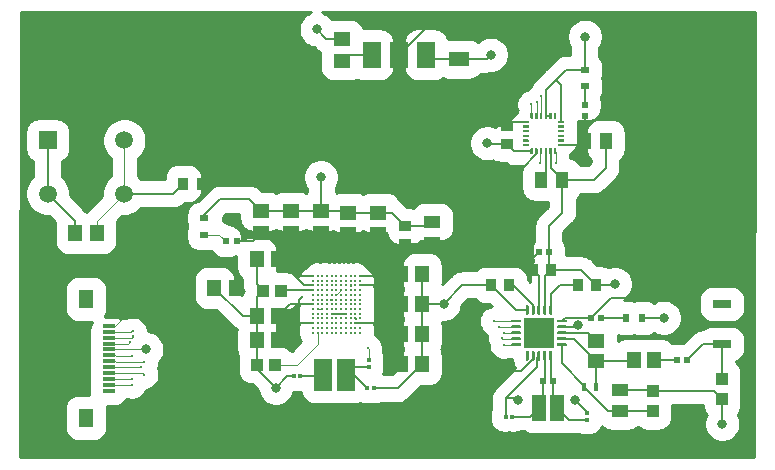
<source format=gbr>
%TF.GenerationSoftware,KiCad,Pcbnew,(5.1.6-0)*%
%TF.CreationDate,2020-10-11T20:53:06-05:00*%
%TF.ProjectId,BatBot,42617442-6f74-42e6-9b69-6361645f7063,rev?*%
%TF.SameCoordinates,Original*%
%TF.FileFunction,Copper,L1,Top*%
%TF.FilePolarity,Positive*%
%FSLAX46Y46*%
G04 Gerber Fmt 4.6, Leading zero omitted, Abs format (unit mm)*
G04 Created by KiCad (PCBNEW (5.1.6-0)) date 2020-10-11 20:53:06*
%MOMM*%
%LPD*%
G01*
G04 APERTURE LIST*
%TA.AperFunction,SMDPad,CuDef*%
%ADD10C,0.220000*%
%TD*%
%TA.AperFunction,SMDPad,CuDef*%
%ADD11R,1.500000X2.700000*%
%TD*%
%TA.AperFunction,SMDPad,CuDef*%
%ADD12R,0.380000X0.400000*%
%TD*%
%TA.AperFunction,SMDPad,CuDef*%
%ADD13R,1.150000X2.200000*%
%TD*%
%TA.AperFunction,ComponentPad*%
%ADD14C,1.498000*%
%TD*%
%TA.AperFunction,ComponentPad*%
%ADD15R,1.498000X1.498000*%
%TD*%
%TA.AperFunction,SMDPad,CuDef*%
%ADD16R,0.560000X0.600000*%
%TD*%
%TA.AperFunction,SMDPad,CuDef*%
%ADD17R,0.600000X0.490000*%
%TD*%
%TA.AperFunction,SMDPad,CuDef*%
%ADD18R,0.940000X1.020000*%
%TD*%
%TA.AperFunction,SMDPad,CuDef*%
%ADD19R,0.490000X0.600000*%
%TD*%
%TA.AperFunction,SMDPad,CuDef*%
%ADD20R,1.200000X1.470000*%
%TD*%
%TA.AperFunction,SMDPad,CuDef*%
%ADD21R,0.450000X0.730000*%
%TD*%
%TA.AperFunction,SMDPad,CuDef*%
%ADD22R,1.470000X1.200000*%
%TD*%
%TA.AperFunction,SMDPad,CuDef*%
%ADD23R,1.080000X1.420000*%
%TD*%
%TA.AperFunction,SMDPad,CuDef*%
%ADD24R,0.980000X0.920000*%
%TD*%
%TA.AperFunction,SMDPad,CuDef*%
%ADD25R,1.000000X1.100000*%
%TD*%
%TA.AperFunction,SMDPad,CuDef*%
%ADD26R,0.540000X0.600000*%
%TD*%
%TA.AperFunction,SMDPad,CuDef*%
%ADD27R,0.400000X0.380000*%
%TD*%
%TA.AperFunction,SMDPad,CuDef*%
%ADD28R,1.380000X1.100000*%
%TD*%
%TA.AperFunction,SMDPad,CuDef*%
%ADD29R,0.590000X0.630000*%
%TD*%
%TA.AperFunction,SMDPad,CuDef*%
%ADD30R,0.920000X0.980000*%
%TD*%
%TA.AperFunction,SMDPad,CuDef*%
%ADD31R,1.000000X1.020000*%
%TD*%
%TA.AperFunction,SMDPad,CuDef*%
%ADD32R,1.190000X1.470000*%
%TD*%
%TA.AperFunction,SMDPad,CuDef*%
%ADD33R,1.420000X1.080000*%
%TD*%
%TA.AperFunction,SMDPad,CuDef*%
%ADD34R,1.470000X1.190000*%
%TD*%
%TA.AperFunction,SMDPad,CuDef*%
%ADD35R,1.820000X1.200000*%
%TD*%
%TA.AperFunction,SMDPad,CuDef*%
%ADD36R,1.600000X0.800000*%
%TD*%
%TA.AperFunction,SMDPad,CuDef*%
%ADD37R,3.800000X2.200000*%
%TD*%
%TA.AperFunction,SMDPad,CuDef*%
%ADD38R,1.500000X2.200000*%
%TD*%
%TA.AperFunction,SMDPad,CuDef*%
%ADD39R,2.500000X2.500000*%
%TD*%
%TA.AperFunction,SMDPad,CuDef*%
%ADD40R,0.330200X0.406400*%
%TD*%
%TA.AperFunction,SMDPad,CuDef*%
%ADD41R,1.000001X0.299999*%
%TD*%
%TA.AperFunction,SMDPad,CuDef*%
%ADD42R,1.300000X1.649999*%
%TD*%
%TA.AperFunction,SMDPad,CuDef*%
%ADD43R,0.800000X0.600000*%
%TD*%
%TA.AperFunction,SMDPad,CuDef*%
%ADD44R,0.600000X0.800000*%
%TD*%
%TA.AperFunction,ViaPad*%
%ADD45C,0.800000*%
%TD*%
%TA.AperFunction,ViaPad*%
%ADD46C,0.250000*%
%TD*%
%TA.AperFunction,ViaPad*%
%ADD47C,0.300000*%
%TD*%
%TA.AperFunction,Conductor*%
%ADD48C,0.200000*%
%TD*%
%TA.AperFunction,Conductor*%
%ADD49C,0.076200*%
%TD*%
%TA.AperFunction,Conductor*%
%ADD50C,0.127000*%
%TD*%
%TA.AperFunction,Conductor*%
%ADD51C,0.254000*%
%TD*%
G04 APERTURE END LIST*
D10*
%TO.P,U1,N11*%
%TO.N,GND*%
X124428000Y-107810000D03*
%TO.P,U1,N10*%
%TO.N,SPI1-MISO*%
X124028000Y-107810000D03*
%TO.P,U1,N9*%
%TO.N,Net-(U1-PadN9)*%
X123628000Y-107810000D03*
%TO.P,U1,N8*%
%TO.N,Net-(U1-PadN8)*%
X123228000Y-107810000D03*
%TO.P,U1,N7*%
%TO.N,Net-(U1-PadN7)*%
X122828000Y-107810000D03*
%TO.P,U1,N6*%
%TO.N,Net-(U1-PadN6)*%
X122428000Y-107810000D03*
%TO.P,U1,N5*%
%TO.N,Net-(U1-PadN5)*%
X122028000Y-107810000D03*
%TO.P,U1,N4*%
%TO.N,Net-(U1-PadN4)*%
X121628000Y-107810000D03*
%TO.P,U1,N3*%
%TO.N,Net-(U1-PadN3)*%
X121228000Y-107810000D03*
%TO.P,U1,N2*%
%TO.N,Net-(C19-Pad2)*%
X120828000Y-107810000D03*
%TO.P,U1,N1*%
%TO.N,Net-(U1-PadN1)*%
X120428000Y-107810000D03*
%TO.P,U1,M11*%
%TO.N,Net-(U1-PadM11)*%
X124428000Y-107410000D03*
%TO.P,U1,M10*%
%TO.N,Net-(U1-PadM10)*%
X124028000Y-107410000D03*
%TO.P,U1,M9*%
%TO.N,SPI1-SCLK*%
X123628000Y-107410000D03*
%TO.P,U1,M8*%
%TO.N,Net-(U1-PadM8)*%
X123228000Y-107410000D03*
%TO.P,U1,M7*%
%TO.N,Net-(U1-PadM7)*%
X122828000Y-107410000D03*
%TO.P,U1,M6*%
%TO.N,Net-(U1-PadM6)*%
X122428000Y-107410000D03*
%TO.P,U1,M5*%
%TO.N,Net-(U1-PadM5)*%
X122028000Y-107410000D03*
%TO.P,U1,M4*%
%TO.N,Net-(U1-PadM4)*%
X121628000Y-107410000D03*
%TO.P,U1,M3*%
%TO.N,Net-(U1-PadM3)*%
X121228000Y-107410000D03*
%TO.P,U1,M2*%
%TO.N,Net-(U1-PadM2)*%
X120828000Y-107410000D03*
%TO.P,U1,M1*%
%TO.N,Net-(U1-PadM1)*%
X120428000Y-107410000D03*
%TO.P,U1,L11*%
%TO.N,+3V3*%
X124428000Y-107010000D03*
%TO.P,U1,L10*%
X124028000Y-107010000D03*
%TO.P,U1,L9*%
%TO.N,Net-(U1-PadL9)*%
X123628000Y-107010000D03*
%TO.P,U1,L8*%
%TO.N,SPI1-MOSI*%
X123228000Y-107010000D03*
%TO.P,U1,L7*%
%TO.N,Net-(U1-PadL7)*%
X122828000Y-107010000D03*
%TO.P,U1,L6*%
%TO.N,Net-(U1-PadL6)*%
X122428000Y-107010000D03*
%TO.P,U1,L5*%
%TO.N,Net-(U1-PadL5)*%
X122028000Y-107010000D03*
%TO.P,U1,L4*%
%TO.N,Net-(U1-PadL4)*%
X121628000Y-107010000D03*
%TO.P,U1,L3*%
%TO.N,Net-(U1-PadL3)*%
X121228000Y-107010000D03*
%TO.P,U1,L2*%
%TO.N,Net-(U1-PadL2)*%
X120828000Y-107010000D03*
%TO.P,U1,L1*%
%TO.N,+3V3*%
X120428000Y-107010000D03*
%TO.P,U1,K11*%
%TO.N,Net-(U1-PadK11)*%
X124428000Y-106610000D03*
%TO.P,U1,K10*%
%TO.N,GND*%
X124028000Y-106610000D03*
%TO.P,U1,K9*%
%TO.N,Net-(U1-PadK9)*%
X123628000Y-106610000D03*
%TO.P,U1,K8*%
%TO.N,Net-(U1-PadK8)*%
X123228000Y-106610000D03*
%TO.P,U1,K7*%
%TO.N,Net-(U1-PadK7)*%
X122828000Y-106610000D03*
%TO.P,U1,K6*%
%TO.N,Net-(U1-PadK6)*%
X122428000Y-106610000D03*
%TO.P,U1,K5*%
%TO.N,Net-(U1-PadK5)*%
X122028000Y-106610000D03*
%TO.P,U1,K4*%
%TO.N,Net-(U1-PadK4)*%
X121628000Y-106610000D03*
%TO.P,U1,K3*%
%TO.N,Net-(U1-PadK3)*%
X121228000Y-106610000D03*
%TO.P,U1,K2*%
%TO.N,Net-(U1-PadK2)*%
X120828000Y-106610000D03*
%TO.P,U1,K1*%
%TO.N,Net-(U1-PadK1)*%
X120428000Y-106610000D03*
%TO.P,U1,J11*%
%TO.N,Net-(C21-Pad2)*%
X124428000Y-106210000D03*
%TO.P,U1,J10*%
%TO.N,Net-(U1-PadJ10)*%
X124028000Y-106210000D03*
%TO.P,U1,J9*%
%TO.N,Net-(U1-PadJ9)*%
X123628000Y-106210000D03*
%TO.P,U1,J8*%
%TO.N,+3V3*%
X123228000Y-106210000D03*
%TO.P,U1,J7*%
X122828000Y-106210000D03*
%TO.P,U1,J6*%
X122428000Y-106210000D03*
%TO.P,U1,J5*%
X122028000Y-106210000D03*
%TO.P,U1,J4*%
%TO.N,Net-(U1-PadJ4)*%
X121628000Y-106210000D03*
%TO.P,U1,J3*%
%TO.N,Net-(U1-PadJ3)*%
X121228000Y-106210000D03*
%TO.P,U1,J2*%
%TO.N,Net-(U1-PadJ2)*%
X120828000Y-106210000D03*
%TO.P,U1,J1*%
%TO.N,Net-(U1-PadJ1)*%
X120428000Y-106210000D03*
%TO.P,U1,H11*%
%TO.N,Net-(U1-PadH11)*%
X124428000Y-105810000D03*
%TO.P,U1,H10*%
%TO.N,Net-(R3-Pad2)*%
X124028000Y-105810000D03*
%TO.P,U1,H9*%
%TO.N,Net-(C18-Pad2)*%
X123628000Y-105810000D03*
%TO.P,U1,H8*%
%TO.N,Net-(U1-PadH8)*%
X123228000Y-105810000D03*
%TO.P,U1,H7*%
%TO.N,GND*%
X122828000Y-105810000D03*
%TO.P,U1,H6*%
%TO.N,Net-(U1-PadH6)*%
X122428000Y-105810000D03*
%TO.P,U1,H5*%
%TO.N,Net-(U1-PadH5)*%
X122028000Y-105810000D03*
%TO.P,U1,H4*%
%TO.N,Net-(U1-PadH4)*%
X121628000Y-105810000D03*
%TO.P,U1,H3*%
%TO.N,GND*%
X121228000Y-105810000D03*
%TO.P,U1,H2*%
X120828000Y-105810000D03*
%TO.P,U1,H1*%
%TO.N,Net-(U1-PadH1)*%
X120428000Y-105810000D03*
%TO.P,U1,G11*%
%TO.N,Net-(U1-PadG11)*%
X124428000Y-105410000D03*
%TO.P,U1,G10*%
%TO.N,Net-(U1-PadG10)*%
X124028000Y-105410000D03*
%TO.P,U1,G9*%
%TO.N,Net-(U1-PadG9)*%
X123628000Y-105410000D03*
%TO.P,U1,G8*%
%TO.N,Net-(U1-PadG8)*%
X123228000Y-105410000D03*
%TO.P,U1,G7*%
%TO.N,+3V3*%
X122828000Y-105410000D03*
%TO.P,U1,G6*%
%TO.N,Net-(U1-PadG6)*%
X122428000Y-105410000D03*
%TO.P,U1,G5*%
%TO.N,Net-(U1-PadG5)*%
X122028000Y-105410000D03*
%TO.P,U1,G4*%
%TO.N,Net-(U1-PadG4)*%
X121628000Y-105410000D03*
%TO.P,U1,G3*%
%TO.N,Net-(U1-PadG3)*%
X121228000Y-105410000D03*
%TO.P,U1,G2*%
%TO.N,Net-(U1-PadG2)*%
X120828000Y-105410000D03*
%TO.P,U1,G1*%
%TO.N,+3V3*%
X120428000Y-105410000D03*
%TO.P,U1,F11*%
%TO.N,Net-(U1-PadF11)*%
X124428000Y-105010000D03*
%TO.P,U1,F10*%
%TO.N,Net-(U1-PadF10)*%
X124028000Y-105010000D03*
%TO.P,U1,F9*%
%TO.N,Net-(U1-PadF9)*%
X123628000Y-105010000D03*
%TO.P,U1,F8*%
%TO.N,Net-(U1-PadF8)*%
X123228000Y-105010000D03*
%TO.P,U1,F7*%
%TO.N,Net-(U1-PadF7)*%
X122828000Y-105010000D03*
%TO.P,U1,F6*%
%TO.N,Net-(U1-PadF6)*%
X122428000Y-105010000D03*
%TO.P,U1,F5*%
%TO.N,GND*%
X122028000Y-105010000D03*
%TO.P,U1,F4*%
%TO.N,Net-(U1-PadF4)*%
X121628000Y-105010000D03*
%TO.P,U1,F3*%
%TO.N,Net-(U1-PadF3)*%
X121228000Y-105010000D03*
%TO.P,U1,F2*%
%TO.N,Net-(U1-PadF2)*%
X120828000Y-105010000D03*
%TO.P,U1,F1*%
%TO.N,USART1-CK*%
X120428000Y-105010000D03*
%TO.P,U1,E11*%
%TO.N,Net-(U1-PadE11)*%
X124428000Y-104610000D03*
%TO.P,U1,E10*%
%TO.N,+3V3*%
X124028000Y-104610000D03*
%TO.P,U1,E9*%
%TO.N,Net-(U1-PadE9)*%
X123628000Y-104610000D03*
%TO.P,U1,E8*%
%TO.N,Net-(U1-PadE8)*%
X123228000Y-104610000D03*
%TO.P,U1,E7*%
%TO.N,GND*%
X122828000Y-104610000D03*
%TO.P,U1,E6*%
%TO.N,+3V3*%
X122428000Y-104610000D03*
%TO.P,U1,E5*%
%TO.N,Net-(U1-PadE5)*%
X122028000Y-104610000D03*
%TO.P,U1,E4*%
%TO.N,Net-(U1-PadE4)*%
X121628000Y-104610000D03*
%TO.P,U1,E3*%
%TO.N,Net-(U1-PadE3)*%
X121228000Y-104610000D03*
%TO.P,U1,E2*%
%TO.N,USART1-TX*%
X120828000Y-104610000D03*
%TO.P,U1,E1*%
%TO.N,USART1-RTS*%
X120428000Y-104610000D03*
%TO.P,U1,D11*%
%TO.N,Net-(U1-PadD11)*%
X124428000Y-104210000D03*
%TO.P,U1,D10*%
%TO.N,Net-(U1-PadD10)*%
X124028000Y-104210000D03*
%TO.P,U1,D9*%
%TO.N,Net-(U1-PadD9)*%
X123628000Y-104210000D03*
%TO.P,U1,D8*%
%TO.N,Net-(U1-PadD8)*%
X123228000Y-104210000D03*
%TO.P,U1,D7*%
%TO.N,+3V3*%
X122828000Y-104210000D03*
%TO.P,U1,D6*%
%TO.N,Net-(U1-PadD6)*%
X122428000Y-104210000D03*
%TO.P,U1,D5*%
%TO.N,USART1-RX*%
X122028000Y-104210000D03*
%TO.P,U1,D4*%
%TO.N,USART1-CTS*%
X121628000Y-104210000D03*
%TO.P,U1,D3*%
%TO.N,JTMS-SWDIO*%
X121228000Y-104210000D03*
%TO.P,U1,D2*%
%TO.N,GND*%
X120828000Y-104210000D03*
%TO.P,U1,D1*%
%TO.N,Net-(C20-Pad2)*%
X120428000Y-104210000D03*
%TO.P,U1,C11*%
%TO.N,+3V3*%
X124428000Y-103810000D03*
%TO.P,U1,C10*%
%TO.N,Net-(U1-PadC10)*%
X124028000Y-103810000D03*
%TO.P,U1,C9*%
%TO.N,GND*%
X123628000Y-103810000D03*
%TO.P,U1,C8*%
%TO.N,Net-(U1-PadC8)*%
X123228000Y-103810000D03*
%TO.P,U1,C7*%
%TO.N,NJTRST*%
X122828000Y-103810000D03*
%TO.P,U1,C6*%
%TO.N,Net-(U1-PadC6)*%
X122428000Y-103810000D03*
%TO.P,U1,C5*%
%TO.N,+3V3*%
X122028000Y-103810000D03*
%TO.P,U1,C4*%
%TO.N,IMU_INT*%
X121628000Y-103810000D03*
%TO.P,U1,C3*%
%TO.N,Net-(U1-PadC3)*%
X121228000Y-103810000D03*
%TO.P,U1,C2*%
%TO.N,JTCK-SWCLK*%
X120828000Y-103810000D03*
%TO.P,U1,C1*%
%TO.N,+3V3*%
X120428000Y-103810000D03*
%TO.P,U1,B11*%
%TO.N,Net-(U1-PadB11)*%
X124428000Y-103410000D03*
%TO.P,U1,B10*%
%TO.N,Net-(U1-PadB10)*%
X124028000Y-103410000D03*
%TO.P,U1,B9*%
%TO.N,Net-(U1-PadB9)*%
X123628000Y-103410000D03*
%TO.P,U1,B8*%
%TO.N,Net-(U1-PadB8)*%
X123228000Y-103410000D03*
%TO.P,U1,B7*%
%TO.N,JTDO-SWO*%
X122828000Y-103410000D03*
%TO.P,U1,B6*%
%TO.N,Net-(U1-PadB6)*%
X122428000Y-103410000D03*
%TO.P,U1,B5*%
%TO.N,NRF-IRQ*%
X122028000Y-103410000D03*
%TO.P,U1,B4*%
%TO.N,NRF_CE*%
X121628000Y-103410000D03*
%TO.P,U1,B3*%
%TO.N,IMU_CS*%
X121228000Y-103410000D03*
%TO.P,U1,B2*%
%TO.N,Net-(U1-PadB2)*%
X120828000Y-103410000D03*
%TO.P,U1,B1*%
%TO.N,JTCK-SWCLK*%
X120428000Y-103410000D03*
%TO.P,U1,A11*%
%TO.N,+3V3*%
X124428000Y-103010000D03*
%TO.P,U1,A10*%
%TO.N,Net-(U1-PadA10)*%
X124028000Y-103010000D03*
%TO.P,U1,A9*%
%TO.N,Net-(U1-PadA9)*%
X123628000Y-103010000D03*
%TO.P,U1,A8*%
%TO.N,Net-(U1-PadA8)*%
X123228000Y-103010000D03*
%TO.P,U1,A7*%
%TO.N,Net-(U1-PadA7)*%
X122828000Y-103010000D03*
%TO.P,U1,A6*%
%TO.N,Net-(U1-PadA6)*%
X122428000Y-103010000D03*
%TO.P,U1,A5*%
%TO.N,Net-(U1-PadA5)*%
X122028000Y-103010000D03*
%TO.P,U1,A4*%
%TO.N,Net-(U1-PadA4)*%
X121628000Y-103010000D03*
%TO.P,U1,A3*%
%TO.N,NRF_CS*%
X121228000Y-103010000D03*
%TO.P,U1,A2*%
%TO.N,Net-(U1-PadA2)*%
X120828000Y-103010000D03*
%TO.P,U1,A1*%
%TO.N,+3V3*%
X120428000Y-103010000D03*
%TD*%
D11*
%TO.P,X1,1*%
%TO.N,Net-(C21-Pad2)*%
X121327001Y-111397001D03*
%TO.P,X1,2*%
%TO.N,Net-(C22-Pad2)*%
X123227001Y-111397001D03*
%TD*%
D12*
%TO.P,C21,2*%
%TO.N,Net-(C21-Pad2)*%
X119380000Y-111506000D03*
%TO.P,C21,1*%
%TO.N,GND*%
X118818000Y-111506000D03*
%TD*%
%TO.P,C22,2*%
%TO.N,Net-(C22-Pad2)*%
X125004500Y-112522000D03*
%TO.P,C22,1*%
%TO.N,GND*%
X125566500Y-112522000D03*
%TD*%
D13*
%TO.P,X2,2*%
%TO.N,Net-(C29-Pad1)*%
X139560000Y-114173000D03*
%TO.P,X2,1*%
%TO.N,Net-(C28-Pad1)*%
X141110000Y-114173000D03*
%TD*%
D14*
%TO.P,S1,4*%
%TO.N,Net-(C18-Pad2)*%
X104469000Y-96039500D03*
%TO.P,S1,2*%
%TO.N,GND*%
X97969000Y-96039500D03*
%TO.P,S1,3*%
%TO.N,Net-(C18-Pad2)*%
X104469000Y-91539500D03*
D15*
%TO.P,S1,1*%
%TO.N,GND*%
X97969000Y-91539500D03*
%TD*%
D16*
%TO.P,R7,2*%
%TO.N,Net-(C29-Pad1)*%
X139900000Y-111887000D03*
%TO.P,R7,1*%
%TO.N,Net-(C28-Pad1)*%
X140770000Y-111887000D03*
%TD*%
D17*
%TO.P,R6,2*%
%TO.N,Net-(D3-Pad1)*%
X143446500Y-88519000D03*
%TO.P,R6,1*%
%TO.N,+3V3*%
X143446500Y-89429000D03*
%TD*%
D18*
%TO.P,R5,2*%
%TO.N,Net-(R5-Pad2)*%
X142847000Y-103759000D03*
%TO.P,R5,1*%
%TO.N,GND*%
X144427000Y-103759000D03*
%TD*%
D19*
%TO.P,R4,2*%
%TO.N,+3V3*%
X143944000Y-106553000D03*
%TO.P,R4,1*%
%TO.N,Net-(D2-Pad1)*%
X144854000Y-106553000D03*
%TD*%
D18*
%TO.P,R2,2*%
%TO.N,+3V3*%
X111054000Y-95186500D03*
%TO.P,R2,1*%
%TO.N,Net-(C18-Pad2)*%
X109474000Y-95186500D03*
%TD*%
D19*
%TO.P,R1,2*%
%TO.N,+3V3*%
X113993000Y-100076000D03*
%TO.P,R1,1*%
%TO.N,Net-(D1-Pad1)*%
X113083000Y-100076000D03*
%TD*%
D20*
%TO.P,L3,2*%
%TO.N,Net-(C30-Pad2)*%
X149323000Y-110109000D03*
%TO.P,L3,1*%
%TO.N,Net-(L1-Pad2)*%
X147603000Y-110109000D03*
%TD*%
D21*
%TO.P,L2,2*%
%TO.N,Net-(L1-Pad2)*%
X144366000Y-112395000D03*
%TO.P,L2,1*%
%TO.N,Net-(C26-Pad1)*%
X143416000Y-112395000D03*
%TD*%
D22*
%TO.P,L1,2*%
%TO.N,Net-(L1-Pad2)*%
X144399000Y-110207000D03*
%TO.P,L1,1*%
%TO.N,Net-(L1-Pad1)*%
X144399000Y-108487000D03*
%TD*%
D23*
%TO.P,C34,2*%
%TO.N,GND*%
X141547500Y-94869000D03*
%TO.P,C34,1*%
%TO.N,Net-(C34-Pad1)*%
X139757500Y-94869000D03*
%TD*%
%TO.P,C33,2*%
%TO.N,+3V3*%
X143446500Y-91567000D03*
%TO.P,C33,1*%
%TO.N,GND*%
X145236500Y-91567000D03*
%TD*%
D24*
%TO.P,C32,2*%
%TO.N,+3V3*%
X136842500Y-90284000D03*
%TO.P,C32,1*%
%TO.N,GND*%
X136842500Y-91834000D03*
%TD*%
D25*
%TO.P,C31,2*%
%TO.N,Net-(ANT1-Pad1)*%
X155067000Y-111711000D03*
%TO.P,C31,1*%
%TO.N,GND*%
X155067000Y-113411000D03*
%TD*%
D26*
%TO.P,C30,2*%
%TO.N,Net-(C30-Pad2)*%
X151257000Y-110109000D03*
%TO.P,C30,1*%
%TO.N,Net-(ANT1-Pad1)*%
X152117000Y-110109000D03*
%TD*%
D12*
%TO.P,C29,2*%
%TO.N,GND*%
X136752000Y-114935000D03*
%TO.P,C29,1*%
%TO.N,Net-(C29-Pad1)*%
X137314000Y-114935000D03*
%TD*%
D27*
%TO.P,C28,2*%
%TO.N,GND*%
X143637000Y-114627000D03*
%TO.P,C28,1*%
%TO.N,Net-(C28-Pad1)*%
X143637000Y-115189000D03*
%TD*%
D28*
%TO.P,C27,2*%
%TO.N,GND*%
X146431000Y-112701000D03*
%TO.P,C27,1*%
%TO.N,Net-(C26-Pad1)*%
X146431000Y-114427000D03*
%TD*%
D25*
%TO.P,C26,2*%
%TO.N,GND*%
X149225000Y-112727000D03*
%TO.P,C26,1*%
%TO.N,Net-(C26-Pad1)*%
X149225000Y-114427000D03*
%TD*%
D29*
%TO.P,C25,2*%
%TO.N,GND*%
X140413000Y-100965000D03*
%TO.P,C25,1*%
%TO.N,+3V3*%
X139573000Y-100965000D03*
%TD*%
D30*
%TO.P,C24,2*%
%TO.N,GND*%
X140602000Y-102489000D03*
%TO.P,C24,1*%
%TO.N,+3V3*%
X139052000Y-102489000D03*
%TD*%
%TO.P,C23,2*%
%TO.N,Net-(C23-Pad2)*%
X137046000Y-103759000D03*
%TO.P,C23,1*%
%TO.N,GND*%
X135496000Y-103759000D03*
%TD*%
D31*
%TO.P,C20,2*%
%TO.N,Net-(C20-Pad2)*%
X117729000Y-104267000D03*
%TO.P,C20,1*%
%TO.N,GND*%
X116211000Y-104267000D03*
%TD*%
%TO.P,C19,2*%
%TO.N,Net-(C19-Pad2)*%
X117221000Y-110553500D03*
%TO.P,C19,1*%
%TO.N,GND*%
X115703000Y-110553500D03*
%TD*%
D32*
%TO.P,C18,2*%
%TO.N,Net-(C18-Pad2)*%
X102129000Y-99377500D03*
%TO.P,C18,1*%
%TO.N,GND*%
X100309000Y-99377500D03*
%TD*%
D33*
%TO.P,C17,2*%
%TO.N,GND*%
X130556000Y-98419000D03*
%TO.P,C17,1*%
%TO.N,+3V3*%
X130556000Y-100209000D03*
%TD*%
D24*
%TO.P,C16,2*%
%TO.N,GND*%
X128270000Y-98793000D03*
%TO.P,C16,1*%
%TO.N,+3V3*%
X128270000Y-100343000D03*
%TD*%
D32*
%TO.P,C15,2*%
%TO.N,GND*%
X129688000Y-110490000D03*
%TO.P,C15,1*%
%TO.N,+3V3*%
X127868000Y-110490000D03*
%TD*%
%TO.P,C14,2*%
%TO.N,GND*%
X129688000Y-107950000D03*
%TO.P,C14,1*%
%TO.N,+3V3*%
X127868000Y-107950000D03*
%TD*%
%TO.P,C13,2*%
%TO.N,GND*%
X129688000Y-105410000D03*
%TO.P,C13,1*%
%TO.N,+3V3*%
X127868000Y-105410000D03*
%TD*%
%TO.P,C12,2*%
%TO.N,GND*%
X129688000Y-102870000D03*
%TO.P,C12,1*%
%TO.N,+3V3*%
X127868000Y-102870000D03*
%TD*%
%TO.P,C11,2*%
%TO.N,GND*%
X115676000Y-108458000D03*
%TO.P,C11,1*%
%TO.N,+3V3*%
X117496000Y-108458000D03*
%TD*%
%TO.P,C10,2*%
%TO.N,GND*%
X115676000Y-106426000D03*
%TO.P,C10,1*%
%TO.N,+3V3*%
X117496000Y-106426000D03*
%TD*%
%TO.P,C9,2*%
%TO.N,GND*%
X112099000Y-104013000D03*
%TO.P,C9,1*%
%TO.N,+3V3*%
X113919000Y-104013000D03*
%TD*%
%TO.P,C8,2*%
%TO.N,GND*%
X115676000Y-101600000D03*
%TO.P,C8,1*%
%TO.N,+3V3*%
X117496000Y-101600000D03*
%TD*%
D34*
%TO.P,C7,2*%
%TO.N,GND*%
X125984000Y-97642000D03*
%TO.P,C7,1*%
%TO.N,+3V3*%
X125984000Y-99462000D03*
%TD*%
%TO.P,C6,2*%
%TO.N,GND*%
X123444000Y-97642000D03*
%TO.P,C6,1*%
%TO.N,+3V3*%
X123444000Y-99462000D03*
%TD*%
%TO.P,C5,2*%
%TO.N,GND*%
X121158000Y-97536000D03*
%TO.P,C5,1*%
%TO.N,+3V3*%
X121158000Y-99356000D03*
%TD*%
%TO.P,C4,2*%
%TO.N,GND*%
X118618000Y-97536000D03*
%TO.P,C4,1*%
%TO.N,+3V3*%
X118618000Y-99356000D03*
%TD*%
%TO.P,C3,2*%
%TO.N,GND*%
X116078000Y-97536000D03*
%TO.P,C3,1*%
%TO.N,+3V3*%
X116078000Y-99356000D03*
%TD*%
D35*
%TO.P,C2,2*%
%TO.N,GND*%
X132778500Y-84645500D03*
%TO.P,C2,1*%
%TO.N,+3V3*%
X132778500Y-81725500D03*
%TD*%
D34*
%TO.P,C1,2*%
%TO.N,GND*%
X122872500Y-82973500D03*
%TO.P,C1,1*%
%TO.N,Net-(C1-Pad1)*%
X122872500Y-84793500D03*
%TD*%
D36*
%TO.P,ANT1,2*%
%TO.N,N/C*%
X155067000Y-105361000D03*
%TO.P,ANT1,1*%
%TO.N,Net-(ANT1-Pad1)*%
X155067000Y-108761000D03*
%TD*%
D37*
%TO.P,U4,4*%
%TO.N,+3V3*%
X127698500Y-90589500D03*
D38*
%TO.P,U4,1*%
%TO.N,GND*%
X129998500Y-84289500D03*
%TO.P,U4,2*%
%TO.N,+3V3*%
X127698500Y-84289500D03*
%TO.P,U4,3*%
%TO.N,Net-(C1-Pad1)*%
X125398500Y-84289500D03*
%TD*%
%TO.P,U3,24*%
%TO.N,SPI1-MOSI*%
%TA.AperFunction,SMDPad,CuDef*%
G36*
G01*
X139005501Y-89725001D02*
X138905501Y-89725001D01*
G75*
G02*
X138855501Y-89675001I0J50000D01*
G01*
X138855501Y-89225001D01*
G75*
G02*
X138905501Y-89175001I50000J0D01*
G01*
X139005501Y-89175001D01*
G75*
G02*
X139055501Y-89225001I0J-50000D01*
G01*
X139055501Y-89675001D01*
G75*
G02*
X139005501Y-89725001I-50000J0D01*
G01*
G37*
%TD.AperFunction*%
%TO.P,U3,23*%
%TO.N,SPI1-SCLK*%
%TA.AperFunction,SMDPad,CuDef*%
G36*
G01*
X139405501Y-89725001D02*
X139305501Y-89725001D01*
G75*
G02*
X139255501Y-89675001I0J50000D01*
G01*
X139255501Y-89225001D01*
G75*
G02*
X139305501Y-89175001I50000J0D01*
G01*
X139405501Y-89175001D01*
G75*
G02*
X139455501Y-89225001I0J-50000D01*
G01*
X139455501Y-89675001D01*
G75*
G02*
X139405501Y-89725001I-50000J0D01*
G01*
G37*
%TD.AperFunction*%
%TO.P,U3,22*%
%TO.N,IMU_CS*%
%TA.AperFunction,SMDPad,CuDef*%
G36*
G01*
X139805501Y-89725001D02*
X139705501Y-89725001D01*
G75*
G02*
X139655501Y-89675001I0J50000D01*
G01*
X139655501Y-89225001D01*
G75*
G02*
X139705501Y-89175001I50000J0D01*
G01*
X139805501Y-89175001D01*
G75*
G02*
X139855501Y-89225001I0J-50000D01*
G01*
X139855501Y-89675001D01*
G75*
G02*
X139805501Y-89725001I-50000J0D01*
G01*
G37*
%TD.AperFunction*%
%TO.P,U3,21*%
%TO.N,GND*%
%TA.AperFunction,SMDPad,CuDef*%
G36*
G01*
X140205501Y-89725001D02*
X140105501Y-89725001D01*
G75*
G02*
X140055501Y-89675001I0J50000D01*
G01*
X140055501Y-89225001D01*
G75*
G02*
X140105501Y-89175001I50000J0D01*
G01*
X140205501Y-89175001D01*
G75*
G02*
X140255501Y-89225001I0J-50000D01*
G01*
X140255501Y-89675001D01*
G75*
G02*
X140205501Y-89725001I-50000J0D01*
G01*
G37*
%TD.AperFunction*%
%TO.P,U3,20*%
%TA.AperFunction,SMDPad,CuDef*%
G36*
G01*
X140605501Y-89725001D02*
X140505501Y-89725001D01*
G75*
G02*
X140455501Y-89675001I0J50000D01*
G01*
X140455501Y-89225001D01*
G75*
G02*
X140505501Y-89175001I50000J0D01*
G01*
X140605501Y-89175001D01*
G75*
G02*
X140655501Y-89225001I0J-50000D01*
G01*
X140655501Y-89675001D01*
G75*
G02*
X140605501Y-89725001I-50000J0D01*
G01*
G37*
%TD.AperFunction*%
%TO.P,U3,19*%
%TO.N,N/C*%
%TA.AperFunction,SMDPad,CuDef*%
G36*
G01*
X141005501Y-89725001D02*
X140905501Y-89725001D01*
G75*
G02*
X140855501Y-89675001I0J50000D01*
G01*
X140855501Y-89225001D01*
G75*
G02*
X140905501Y-89175001I50000J0D01*
G01*
X141005501Y-89175001D01*
G75*
G02*
X141055501Y-89225001I0J-50000D01*
G01*
X141055501Y-89675001D01*
G75*
G02*
X141005501Y-89725001I-50000J0D01*
G01*
G37*
%TD.AperFunction*%
%TO.P,U3,18*%
%TO.N,GND*%
%TA.AperFunction,SMDPad,CuDef*%
G36*
G01*
X141180501Y-90000001D02*
X141180501Y-89900001D01*
G75*
G02*
X141230501Y-89850001I50000J0D01*
G01*
X141680501Y-89850001D01*
G75*
G02*
X141730501Y-89900001I0J-50000D01*
G01*
X141730501Y-90000001D01*
G75*
G02*
X141680501Y-90050001I-50000J0D01*
G01*
X141230501Y-90050001D01*
G75*
G02*
X141180501Y-90000001I0J50000D01*
G01*
G37*
%TD.AperFunction*%
%TO.P,U3,17*%
%TO.N,N/C*%
%TA.AperFunction,SMDPad,CuDef*%
G36*
G01*
X141180501Y-90400001D02*
X141180501Y-90300001D01*
G75*
G02*
X141230501Y-90250001I50000J0D01*
G01*
X141680501Y-90250001D01*
G75*
G02*
X141730501Y-90300001I0J-50000D01*
G01*
X141730501Y-90400001D01*
G75*
G02*
X141680501Y-90450001I-50000J0D01*
G01*
X141230501Y-90450001D01*
G75*
G02*
X141180501Y-90400001I0J50000D01*
G01*
G37*
%TD.AperFunction*%
%TO.P,U3,16*%
%TA.AperFunction,SMDPad,CuDef*%
G36*
G01*
X141180501Y-90800001D02*
X141180501Y-90700001D01*
G75*
G02*
X141230501Y-90650001I50000J0D01*
G01*
X141680501Y-90650001D01*
G75*
G02*
X141730501Y-90700001I0J-50000D01*
G01*
X141730501Y-90800001D01*
G75*
G02*
X141680501Y-90850001I-50000J0D01*
G01*
X141230501Y-90850001D01*
G75*
G02*
X141180501Y-90800001I0J50000D01*
G01*
G37*
%TD.AperFunction*%
%TO.P,U3,15*%
%TA.AperFunction,SMDPad,CuDef*%
G36*
G01*
X141180501Y-91200001D02*
X141180501Y-91100001D01*
G75*
G02*
X141230501Y-91050001I50000J0D01*
G01*
X141680501Y-91050001D01*
G75*
G02*
X141730501Y-91100001I0J-50000D01*
G01*
X141730501Y-91200001D01*
G75*
G02*
X141680501Y-91250001I-50000J0D01*
G01*
X141230501Y-91250001D01*
G75*
G02*
X141180501Y-91200001I0J50000D01*
G01*
G37*
%TD.AperFunction*%
%TO.P,U3,14*%
%TA.AperFunction,SMDPad,CuDef*%
G36*
G01*
X141180501Y-91600001D02*
X141180501Y-91500001D01*
G75*
G02*
X141230501Y-91450001I50000J0D01*
G01*
X141680501Y-91450001D01*
G75*
G02*
X141730501Y-91500001I0J-50000D01*
G01*
X141730501Y-91600001D01*
G75*
G02*
X141680501Y-91650001I-50000J0D01*
G01*
X141230501Y-91650001D01*
G75*
G02*
X141180501Y-91600001I0J50000D01*
G01*
G37*
%TD.AperFunction*%
%TO.P,U3,13*%
%TO.N,+3V3*%
%TA.AperFunction,SMDPad,CuDef*%
G36*
G01*
X141180501Y-92000001D02*
X141180501Y-91900001D01*
G75*
G02*
X141230501Y-91850001I50000J0D01*
G01*
X141680501Y-91850001D01*
G75*
G02*
X141730501Y-91900001I0J-50000D01*
G01*
X141730501Y-92000001D01*
G75*
G02*
X141680501Y-92050001I-50000J0D01*
G01*
X141230501Y-92050001D01*
G75*
G02*
X141180501Y-92000001I0J50000D01*
G01*
G37*
%TD.AperFunction*%
%TO.P,U3,12*%
%TO.N,IMU_INT*%
%TA.AperFunction,SMDPad,CuDef*%
G36*
G01*
X141005501Y-92725001D02*
X140905501Y-92725001D01*
G75*
G02*
X140855501Y-92675001I0J50000D01*
G01*
X140855501Y-92225001D01*
G75*
G02*
X140905501Y-92175001I50000J0D01*
G01*
X141005501Y-92175001D01*
G75*
G02*
X141055501Y-92225001I0J-50000D01*
G01*
X141055501Y-92675001D01*
G75*
G02*
X141005501Y-92725001I-50000J0D01*
G01*
G37*
%TD.AperFunction*%
%TO.P,U3,11*%
%TO.N,GND*%
%TA.AperFunction,SMDPad,CuDef*%
G36*
G01*
X140605501Y-92725001D02*
X140505501Y-92725001D01*
G75*
G02*
X140455501Y-92675001I0J50000D01*
G01*
X140455501Y-92225001D01*
G75*
G02*
X140505501Y-92175001I50000J0D01*
G01*
X140605501Y-92175001D01*
G75*
G02*
X140655501Y-92225001I0J-50000D01*
G01*
X140655501Y-92675001D01*
G75*
G02*
X140605501Y-92725001I-50000J0D01*
G01*
G37*
%TD.AperFunction*%
%TO.P,U3,10*%
%TO.N,Net-(C34-Pad1)*%
%TA.AperFunction,SMDPad,CuDef*%
G36*
G01*
X140205501Y-92725001D02*
X140105501Y-92725001D01*
G75*
G02*
X140055501Y-92675001I0J50000D01*
G01*
X140055501Y-92225001D01*
G75*
G02*
X140105501Y-92175001I50000J0D01*
G01*
X140205501Y-92175001D01*
G75*
G02*
X140255501Y-92225001I0J-50000D01*
G01*
X140255501Y-92675001D01*
G75*
G02*
X140205501Y-92725001I-50000J0D01*
G01*
G37*
%TD.AperFunction*%
%TO.P,U3,9*%
%TO.N,SPI1-MISO*%
%TA.AperFunction,SMDPad,CuDef*%
G36*
G01*
X139805501Y-92725001D02*
X139705501Y-92725001D01*
G75*
G02*
X139655501Y-92675001I0J50000D01*
G01*
X139655501Y-92225001D01*
G75*
G02*
X139705501Y-92175001I50000J0D01*
G01*
X139805501Y-92175001D01*
G75*
G02*
X139855501Y-92225001I0J-50000D01*
G01*
X139855501Y-92675001D01*
G75*
G02*
X139805501Y-92725001I-50000J0D01*
G01*
G37*
%TD.AperFunction*%
%TO.P,U3,8*%
%TO.N,+3V3*%
%TA.AperFunction,SMDPad,CuDef*%
G36*
G01*
X139405501Y-92725001D02*
X139305501Y-92725001D01*
G75*
G02*
X139255501Y-92675001I0J50000D01*
G01*
X139255501Y-92225001D01*
G75*
G02*
X139305501Y-92175001I50000J0D01*
G01*
X139405501Y-92175001D01*
G75*
G02*
X139455501Y-92225001I0J-50000D01*
G01*
X139455501Y-92675001D01*
G75*
G02*
X139405501Y-92725001I-50000J0D01*
G01*
G37*
%TD.AperFunction*%
%TO.P,U3,7*%
%TO.N,GND*%
%TA.AperFunction,SMDPad,CuDef*%
G36*
G01*
X139005501Y-92725001D02*
X138905501Y-92725001D01*
G75*
G02*
X138855501Y-92675001I0J50000D01*
G01*
X138855501Y-92225001D01*
G75*
G02*
X138905501Y-92175001I50000J0D01*
G01*
X139005501Y-92175001D01*
G75*
G02*
X139055501Y-92225001I0J-50000D01*
G01*
X139055501Y-92675001D01*
G75*
G02*
X139005501Y-92725001I-50000J0D01*
G01*
G37*
%TD.AperFunction*%
%TO.P,U3,6*%
%TO.N,N/C*%
%TA.AperFunction,SMDPad,CuDef*%
G36*
G01*
X138180501Y-92000001D02*
X138180501Y-91900001D01*
G75*
G02*
X138230501Y-91850001I50000J0D01*
G01*
X138680501Y-91850001D01*
G75*
G02*
X138730501Y-91900001I0J-50000D01*
G01*
X138730501Y-92000001D01*
G75*
G02*
X138680501Y-92050001I-50000J0D01*
G01*
X138230501Y-92050001D01*
G75*
G02*
X138180501Y-92000001I0J50000D01*
G01*
G37*
%TD.AperFunction*%
%TO.P,U3,5*%
%TA.AperFunction,SMDPad,CuDef*%
G36*
G01*
X138180501Y-91600001D02*
X138180501Y-91500001D01*
G75*
G02*
X138230501Y-91450001I50000J0D01*
G01*
X138680501Y-91450001D01*
G75*
G02*
X138730501Y-91500001I0J-50000D01*
G01*
X138730501Y-91600001D01*
G75*
G02*
X138680501Y-91650001I-50000J0D01*
G01*
X138230501Y-91650001D01*
G75*
G02*
X138180501Y-91600001I0J50000D01*
G01*
G37*
%TD.AperFunction*%
%TO.P,U3,4*%
%TA.AperFunction,SMDPad,CuDef*%
G36*
G01*
X138180501Y-91200001D02*
X138180501Y-91100001D01*
G75*
G02*
X138230501Y-91050001I50000J0D01*
G01*
X138680501Y-91050001D01*
G75*
G02*
X138730501Y-91100001I0J-50000D01*
G01*
X138730501Y-91200001D01*
G75*
G02*
X138680501Y-91250001I-50000J0D01*
G01*
X138230501Y-91250001D01*
G75*
G02*
X138180501Y-91200001I0J50000D01*
G01*
G37*
%TD.AperFunction*%
%TO.P,U3,3*%
%TA.AperFunction,SMDPad,CuDef*%
G36*
G01*
X138180501Y-90800001D02*
X138180501Y-90700001D01*
G75*
G02*
X138230501Y-90650001I50000J0D01*
G01*
X138680501Y-90650001D01*
G75*
G02*
X138730501Y-90700001I0J-50000D01*
G01*
X138730501Y-90800001D01*
G75*
G02*
X138680501Y-90850001I-50000J0D01*
G01*
X138230501Y-90850001D01*
G75*
G02*
X138180501Y-90800001I0J50000D01*
G01*
G37*
%TD.AperFunction*%
%TO.P,U3,2*%
%TA.AperFunction,SMDPad,CuDef*%
G36*
G01*
X138180501Y-90400001D02*
X138180501Y-90300001D01*
G75*
G02*
X138230501Y-90250001I50000J0D01*
G01*
X138680501Y-90250001D01*
G75*
G02*
X138730501Y-90300001I0J-50000D01*
G01*
X138730501Y-90400001D01*
G75*
G02*
X138680501Y-90450001I-50000J0D01*
G01*
X138230501Y-90450001D01*
G75*
G02*
X138180501Y-90400001I0J50000D01*
G01*
G37*
%TD.AperFunction*%
%TO.P,U3,1*%
%TO.N,+3V3*%
%TA.AperFunction,SMDPad,CuDef*%
G36*
G01*
X138180501Y-90000001D02*
X138180501Y-89900001D01*
G75*
G02*
X138230501Y-89850001I50000J0D01*
G01*
X138680501Y-89850001D01*
G75*
G02*
X138730501Y-89900001I0J-50000D01*
G01*
X138730501Y-90000001D01*
G75*
G02*
X138680501Y-90050001I-50000J0D01*
G01*
X138230501Y-90050001D01*
G75*
G02*
X138180501Y-90000001I0J50000D01*
G01*
G37*
%TD.AperFunction*%
%TD*%
D39*
%TO.P,U2,21*%
%TO.N,N/C*%
X139573000Y-107823000D03*
%TO.P,U2,20*%
%TO.N,GND*%
%TA.AperFunction,SMDPad,CuDef*%
G36*
G01*
X138448000Y-106235500D02*
X138448000Y-105535500D01*
G75*
G02*
X138510500Y-105473000I62500J0D01*
G01*
X138635500Y-105473000D01*
G75*
G02*
X138698000Y-105535500I0J-62500D01*
G01*
X138698000Y-106235500D01*
G75*
G02*
X138635500Y-106298000I-62500J0D01*
G01*
X138510500Y-106298000D01*
G75*
G02*
X138448000Y-106235500I0J62500D01*
G01*
G37*
%TD.AperFunction*%
%TO.P,U2,19*%
%TO.N,Net-(C23-Pad2)*%
%TA.AperFunction,SMDPad,CuDef*%
G36*
G01*
X138948000Y-106235500D02*
X138948000Y-105535500D01*
G75*
G02*
X139010500Y-105473000I62500J0D01*
G01*
X139135500Y-105473000D01*
G75*
G02*
X139198000Y-105535500I0J-62500D01*
G01*
X139198000Y-106235500D01*
G75*
G02*
X139135500Y-106298000I-62500J0D01*
G01*
X139010500Y-106298000D01*
G75*
G02*
X138948000Y-106235500I0J62500D01*
G01*
G37*
%TD.AperFunction*%
%TO.P,U2,18*%
%TO.N,+3V3*%
%TA.AperFunction,SMDPad,CuDef*%
G36*
G01*
X139448000Y-106235500D02*
X139448000Y-105535500D01*
G75*
G02*
X139510500Y-105473000I62500J0D01*
G01*
X139635500Y-105473000D01*
G75*
G02*
X139698000Y-105535500I0J-62500D01*
G01*
X139698000Y-106235500D01*
G75*
G02*
X139635500Y-106298000I-62500J0D01*
G01*
X139510500Y-106298000D01*
G75*
G02*
X139448000Y-106235500I0J62500D01*
G01*
G37*
%TD.AperFunction*%
%TO.P,U2,17*%
%TO.N,GND*%
%TA.AperFunction,SMDPad,CuDef*%
G36*
G01*
X139948000Y-106235500D02*
X139948000Y-105535500D01*
G75*
G02*
X140010500Y-105473000I62500J0D01*
G01*
X140135500Y-105473000D01*
G75*
G02*
X140198000Y-105535500I0J-62500D01*
G01*
X140198000Y-106235500D01*
G75*
G02*
X140135500Y-106298000I-62500J0D01*
G01*
X140010500Y-106298000D01*
G75*
G02*
X139948000Y-106235500I0J62500D01*
G01*
G37*
%TD.AperFunction*%
%TO.P,U2,16*%
%TO.N,Net-(R5-Pad2)*%
%TA.AperFunction,SMDPad,CuDef*%
G36*
G01*
X140448000Y-106235500D02*
X140448000Y-105535500D01*
G75*
G02*
X140510500Y-105473000I62500J0D01*
G01*
X140635500Y-105473000D01*
G75*
G02*
X140698000Y-105535500I0J-62500D01*
G01*
X140698000Y-106235500D01*
G75*
G02*
X140635500Y-106298000I-62500J0D01*
G01*
X140510500Y-106298000D01*
G75*
G02*
X140448000Y-106235500I0J62500D01*
G01*
G37*
%TD.AperFunction*%
%TO.P,U2,15*%
%TO.N,+3V3*%
%TA.AperFunction,SMDPad,CuDef*%
G36*
G01*
X141098000Y-106885500D02*
X141098000Y-106760500D01*
G75*
G02*
X141160500Y-106698000I62500J0D01*
G01*
X141860500Y-106698000D01*
G75*
G02*
X141923000Y-106760500I0J-62500D01*
G01*
X141923000Y-106885500D01*
G75*
G02*
X141860500Y-106948000I-62500J0D01*
G01*
X141160500Y-106948000D01*
G75*
G02*
X141098000Y-106885500I0J62500D01*
G01*
G37*
%TD.AperFunction*%
%TO.P,U2,14*%
%TO.N,GND*%
%TA.AperFunction,SMDPad,CuDef*%
G36*
G01*
X141098000Y-107385500D02*
X141098000Y-107260500D01*
G75*
G02*
X141160500Y-107198000I62500J0D01*
G01*
X141860500Y-107198000D01*
G75*
G02*
X141923000Y-107260500I0J-62500D01*
G01*
X141923000Y-107385500D01*
G75*
G02*
X141860500Y-107448000I-62500J0D01*
G01*
X141160500Y-107448000D01*
G75*
G02*
X141098000Y-107385500I0J62500D01*
G01*
G37*
%TD.AperFunction*%
%TO.P,U2,13*%
%TO.N,Net-(L1-Pad1)*%
%TA.AperFunction,SMDPad,CuDef*%
G36*
G01*
X141098000Y-107885500D02*
X141098000Y-107760500D01*
G75*
G02*
X141160500Y-107698000I62500J0D01*
G01*
X141860500Y-107698000D01*
G75*
G02*
X141923000Y-107760500I0J-62500D01*
G01*
X141923000Y-107885500D01*
G75*
G02*
X141860500Y-107948000I-62500J0D01*
G01*
X141160500Y-107948000D01*
G75*
G02*
X141098000Y-107885500I0J62500D01*
G01*
G37*
%TD.AperFunction*%
%TO.P,U2,12*%
%TO.N,Net-(L1-Pad2)*%
%TA.AperFunction,SMDPad,CuDef*%
G36*
G01*
X141098000Y-108385500D02*
X141098000Y-108260500D01*
G75*
G02*
X141160500Y-108198000I62500J0D01*
G01*
X141860500Y-108198000D01*
G75*
G02*
X141923000Y-108260500I0J-62500D01*
G01*
X141923000Y-108385500D01*
G75*
G02*
X141860500Y-108448000I-62500J0D01*
G01*
X141160500Y-108448000D01*
G75*
G02*
X141098000Y-108385500I0J62500D01*
G01*
G37*
%TD.AperFunction*%
%TO.P,U2,11*%
%TO.N,Net-(C26-Pad1)*%
%TA.AperFunction,SMDPad,CuDef*%
G36*
G01*
X141098000Y-108885500D02*
X141098000Y-108760500D01*
G75*
G02*
X141160500Y-108698000I62500J0D01*
G01*
X141860500Y-108698000D01*
G75*
G02*
X141923000Y-108760500I0J-62500D01*
G01*
X141923000Y-108885500D01*
G75*
G02*
X141860500Y-108948000I-62500J0D01*
G01*
X141160500Y-108948000D01*
G75*
G02*
X141098000Y-108885500I0J62500D01*
G01*
G37*
%TD.AperFunction*%
%TO.P,U2,10*%
%TO.N,Net-(C28-Pad1)*%
%TA.AperFunction,SMDPad,CuDef*%
G36*
G01*
X140448000Y-110110500D02*
X140448000Y-109410500D01*
G75*
G02*
X140510500Y-109348000I62500J0D01*
G01*
X140635500Y-109348000D01*
G75*
G02*
X140698000Y-109410500I0J-62500D01*
G01*
X140698000Y-110110500D01*
G75*
G02*
X140635500Y-110173000I-62500J0D01*
G01*
X140510500Y-110173000D01*
G75*
G02*
X140448000Y-110110500I0J62500D01*
G01*
G37*
%TD.AperFunction*%
%TO.P,U2,9*%
%TO.N,Net-(C29-Pad1)*%
%TA.AperFunction,SMDPad,CuDef*%
G36*
G01*
X139948000Y-110110500D02*
X139948000Y-109410500D01*
G75*
G02*
X140010500Y-109348000I62500J0D01*
G01*
X140135500Y-109348000D01*
G75*
G02*
X140198000Y-109410500I0J-62500D01*
G01*
X140198000Y-110110500D01*
G75*
G02*
X140135500Y-110173000I-62500J0D01*
G01*
X140010500Y-110173000D01*
G75*
G02*
X139948000Y-110110500I0J62500D01*
G01*
G37*
%TD.AperFunction*%
%TO.P,U2,8*%
%TO.N,GND*%
%TA.AperFunction,SMDPad,CuDef*%
G36*
G01*
X139448000Y-110110500D02*
X139448000Y-109410500D01*
G75*
G02*
X139510500Y-109348000I62500J0D01*
G01*
X139635500Y-109348000D01*
G75*
G02*
X139698000Y-109410500I0J-62500D01*
G01*
X139698000Y-110110500D01*
G75*
G02*
X139635500Y-110173000I-62500J0D01*
G01*
X139510500Y-110173000D01*
G75*
G02*
X139448000Y-110110500I0J62500D01*
G01*
G37*
%TD.AperFunction*%
%TO.P,U2,7*%
%TO.N,+3V3*%
%TA.AperFunction,SMDPad,CuDef*%
G36*
G01*
X138948000Y-110110500D02*
X138948000Y-109410500D01*
G75*
G02*
X139010500Y-109348000I62500J0D01*
G01*
X139135500Y-109348000D01*
G75*
G02*
X139198000Y-109410500I0J-62500D01*
G01*
X139198000Y-110110500D01*
G75*
G02*
X139135500Y-110173000I-62500J0D01*
G01*
X139010500Y-110173000D01*
G75*
G02*
X138948000Y-110110500I0J62500D01*
G01*
G37*
%TD.AperFunction*%
%TO.P,U2,6*%
%TO.N,NRF-IRQ*%
%TA.AperFunction,SMDPad,CuDef*%
G36*
G01*
X138448000Y-110110500D02*
X138448000Y-109410500D01*
G75*
G02*
X138510500Y-109348000I62500J0D01*
G01*
X138635500Y-109348000D01*
G75*
G02*
X138698000Y-109410500I0J-62500D01*
G01*
X138698000Y-110110500D01*
G75*
G02*
X138635500Y-110173000I-62500J0D01*
G01*
X138510500Y-110173000D01*
G75*
G02*
X138448000Y-110110500I0J62500D01*
G01*
G37*
%TD.AperFunction*%
%TO.P,U2,5*%
%TO.N,SPI1-MISO*%
%TA.AperFunction,SMDPad,CuDef*%
G36*
G01*
X137223000Y-108885500D02*
X137223000Y-108760500D01*
G75*
G02*
X137285500Y-108698000I62500J0D01*
G01*
X137985500Y-108698000D01*
G75*
G02*
X138048000Y-108760500I0J-62500D01*
G01*
X138048000Y-108885500D01*
G75*
G02*
X137985500Y-108948000I-62500J0D01*
G01*
X137285500Y-108948000D01*
G75*
G02*
X137223000Y-108885500I0J62500D01*
G01*
G37*
%TD.AperFunction*%
%TO.P,U2,4*%
%TO.N,SPI1-MOSI*%
%TA.AperFunction,SMDPad,CuDef*%
G36*
G01*
X137223000Y-108385500D02*
X137223000Y-108260500D01*
G75*
G02*
X137285500Y-108198000I62500J0D01*
G01*
X137985500Y-108198000D01*
G75*
G02*
X138048000Y-108260500I0J-62500D01*
G01*
X138048000Y-108385500D01*
G75*
G02*
X137985500Y-108448000I-62500J0D01*
G01*
X137285500Y-108448000D01*
G75*
G02*
X137223000Y-108385500I0J62500D01*
G01*
G37*
%TD.AperFunction*%
%TO.P,U2,3*%
%TO.N,SPI1-SCLK*%
%TA.AperFunction,SMDPad,CuDef*%
G36*
G01*
X137223000Y-107885500D02*
X137223000Y-107760500D01*
G75*
G02*
X137285500Y-107698000I62500J0D01*
G01*
X137985500Y-107698000D01*
G75*
G02*
X138048000Y-107760500I0J-62500D01*
G01*
X138048000Y-107885500D01*
G75*
G02*
X137985500Y-107948000I-62500J0D01*
G01*
X137285500Y-107948000D01*
G75*
G02*
X137223000Y-107885500I0J62500D01*
G01*
G37*
%TD.AperFunction*%
%TO.P,U2,2*%
%TO.N,NRF_CS*%
%TA.AperFunction,SMDPad,CuDef*%
G36*
G01*
X137223000Y-107385500D02*
X137223000Y-107260500D01*
G75*
G02*
X137285500Y-107198000I62500J0D01*
G01*
X137985500Y-107198000D01*
G75*
G02*
X138048000Y-107260500I0J-62500D01*
G01*
X138048000Y-107385500D01*
G75*
G02*
X137985500Y-107448000I-62500J0D01*
G01*
X137285500Y-107448000D01*
G75*
G02*
X137223000Y-107385500I0J62500D01*
G01*
G37*
%TD.AperFunction*%
%TO.P,U2,1*%
%TO.N,NRF_CE*%
%TA.AperFunction,SMDPad,CuDef*%
G36*
G01*
X137223000Y-106885500D02*
X137223000Y-106760500D01*
G75*
G02*
X137285500Y-106698000I62500J0D01*
G01*
X137985500Y-106698000D01*
G75*
G02*
X138048000Y-106760500I0J-62500D01*
G01*
X138048000Y-106885500D01*
G75*
G02*
X137985500Y-106948000I-62500J0D01*
G01*
X137285500Y-106948000D01*
G75*
G02*
X137223000Y-106885500I0J62500D01*
G01*
G37*
%TD.AperFunction*%
%TD*%
D40*
%TO.P,R3,2*%
%TO.N,Net-(R3-Pad2)*%
X125158500Y-110109000D03*
%TO.P,R3,1*%
%TO.N,Net-(C22-Pad2)*%
X125158500Y-110744000D03*
%TD*%
D41*
%TO.P,J1,12*%
%TO.N,Net-(J1-Pad12)*%
X103134201Y-112731997D03*
%TO.P,J1,11*%
%TO.N,JTCK-SWCLK*%
X103134201Y-112231998D03*
%TO.P,J1,9*%
%TO.N,NJTRST*%
X103134201Y-111231998D03*
%TO.P,J1,10*%
%TO.N,JTDO-SWO*%
X103134201Y-111731996D03*
%TO.P,J1,1*%
%TO.N,+3V3*%
X103134201Y-107231995D03*
%TO.P,J1,2*%
%TO.N,JTCK-SWCLK*%
X103134201Y-107731997D03*
%TO.P,J1,4*%
%TO.N,USART1-CTS*%
X103134201Y-108731997D03*
%TO.P,J1,3*%
%TO.N,JTMS-SWDIO*%
X103134201Y-108231996D03*
D42*
%TO.P,J1,MP2*%
%TO.N,Net-(J1-PadMP2)*%
X101234202Y-115006999D03*
%TO.P,J1,MP1*%
%TO.N,Net-(J1-PadMP1)*%
X101234202Y-104956996D03*
D41*
%TO.P,J1,5*%
%TO.N,GND*%
X103134201Y-109231996D03*
%TO.P,J1,6*%
%TO.N,USART1-RX*%
X103134201Y-109731998D03*
%TO.P,J1,8*%
%TO.N,USART1-CK*%
X103134201Y-110731999D03*
%TO.P,J1,7*%
%TO.N,USART1-TX*%
X103134201Y-110231997D03*
%TD*%
D43*
%TO.P,D3,1*%
%TO.N,Net-(D3-Pad1)*%
X143446500Y-86933000D03*
%TO.P,D3,2*%
%TO.N,GND*%
X143446500Y-85533000D03*
%TD*%
D44*
%TO.P,D2,1*%
%TO.N,Net-(D2-Pad1)*%
X146939000Y-106553000D03*
%TO.P,D2,2*%
%TO.N,GND*%
X148339000Y-106553000D03*
%TD*%
D43*
%TO.P,D1,1*%
%TO.N,Net-(D1-Pad1)*%
X111252000Y-99506000D03*
%TO.P,D1,2*%
%TO.N,GND*%
X111252000Y-98106000D03*
%TD*%
D45*
%TO.N,GND*%
X117297200Y-112471200D03*
D46*
X120828000Y-105810000D03*
D45*
X120751600Y-82143600D03*
X135509000Y-84277200D03*
D46*
X120827800Y-104190800D03*
X122834400Y-105816400D03*
D45*
X121107200Y-94640400D03*
X131495800Y-105359200D03*
X155092400Y-115544600D03*
X142621000Y-113512600D03*
X142875000Y-107188000D03*
X145999200Y-103682800D03*
X150139400Y-106553000D03*
X137769600Y-113538000D03*
X135204200Y-91770200D03*
D46*
X124434600Y-107823000D03*
D45*
X143484600Y-82753200D03*
X106324400Y-109220000D03*
D46*
X123634500Y-103822500D03*
X122005405Y-105007095D03*
X122817290Y-104592790D03*
X124053199Y-106616500D03*
%TO.N,+3V3*%
X123228000Y-106210000D03*
X124028000Y-107010000D03*
X122021600Y-103809800D03*
X122428000Y-104610000D03*
X122828000Y-104210000D03*
X124028000Y-104610000D03*
X122828000Y-105410000D03*
X122028000Y-106210000D03*
X119532400Y-104825800D03*
X119098400Y-103202400D03*
%TO.N,Net-(C18-Pad2)*%
X123647200Y-105816400D03*
X109474000Y-95186500D03*
%TO.N,Net-(C21-Pad2)*%
X124409200Y-106222800D03*
D45*
X121327001Y-111397001D03*
D46*
%TO.N,USART1-TX*%
X120828000Y-104610000D03*
X106172000Y-110299500D03*
%TO.N,USART1-CK*%
X120428000Y-105010000D03*
X105854500Y-110725399D03*
%TO.N,USART1-RX*%
X105156000Y-109753400D03*
X122028000Y-104210000D03*
%TO.N,JTMS-SWDIO*%
X121228000Y-104210000D03*
X105181400Y-108127800D03*
%TO.N,USART1-CTS*%
X121628000Y-104210000D03*
X104965500Y-108585000D03*
%TO.N,JTCK-SWCLK*%
X120428000Y-103410000D03*
X105130600Y-112242600D03*
X120828000Y-103810000D03*
X105181400Y-107696000D03*
%TO.N,JTDO-SWO*%
X105156000Y-111734600D03*
X122828000Y-103410000D03*
%TO.N,NJTRST*%
X122828000Y-103810000D03*
X106172000Y-111379000D03*
%TO.N,Net-(R3-Pad2)*%
X125120400Y-109143800D03*
X124028000Y-105810000D03*
%TO.N,SPI1-MISO*%
X136575800Y-108839000D03*
X124028000Y-107810000D03*
D47*
X139674600Y-93472000D03*
D46*
%TO.N,SPI1-SCLK*%
X123634500Y-107378500D03*
D47*
X136626600Y-107873800D03*
D46*
X139420600Y-88290400D03*
%TO.N,SPI1-MOSI*%
X136448800Y-108305600D03*
X123228000Y-107010000D03*
D47*
X138938000Y-88468200D03*
D46*
%TO.N,IMU_INT*%
X121640600Y-103809800D03*
X141046200Y-93472000D03*
%TO.N,NRF_CE*%
X121628000Y-103410000D03*
D47*
X135763000Y-106832400D03*
D46*
%TO.N,IMU_CS*%
X121234200Y-103428800D03*
X139750800Y-87807800D03*
%TO.N,NRF_CS*%
X121234200Y-103022400D03*
X136220200Y-107340400D03*
D47*
%TO.N,NRF-IRQ*%
X138582400Y-109753400D03*
D46*
X122021600Y-103403400D03*
%TD*%
D48*
%TO.N,Net-(ANT1-Pad1)*%
X155067000Y-111711000D02*
X155067000Y-108761000D01*
X153465000Y-108761000D02*
X152117000Y-110109000D01*
X155067000Y-108761000D02*
X153465000Y-108761000D01*
D49*
%TO.N,GND*%
X143637000Y-114627000D02*
X143637000Y-114554000D01*
D48*
X115703000Y-110877000D02*
X117297200Y-112471200D01*
X115703000Y-110553500D02*
X115703000Y-110877000D01*
X118262400Y-111506000D02*
X117297200Y-112471200D01*
X118818000Y-111506000D02*
X118262400Y-111506000D01*
D49*
X120828000Y-105810000D02*
X121228000Y-105810000D01*
D48*
X121581500Y-82973500D02*
X120751600Y-82143600D01*
X122872500Y-82973500D02*
X121581500Y-82973500D01*
X130354500Y-84645500D02*
X129998500Y-84289500D01*
X132778500Y-84645500D02*
X130354500Y-84645500D01*
X135140700Y-84645500D02*
X135509000Y-84277200D01*
X132778500Y-84645500D02*
X135140700Y-84645500D01*
D49*
X120828000Y-104191000D02*
X120827800Y-104190800D01*
X120828000Y-104210000D02*
X120828000Y-104191000D01*
X122828000Y-105810000D02*
X122834400Y-105816400D01*
D48*
X115676000Y-106426000D02*
X115676000Y-108458000D01*
X129688000Y-107950000D02*
X129688000Y-105410000D01*
X129688000Y-107950000D02*
X129688000Y-110490000D01*
X129688000Y-105410000D02*
X129688000Y-102870000D01*
X115703000Y-108485000D02*
X115676000Y-108458000D01*
X115703000Y-110553500D02*
X115703000Y-108485000D01*
X115676000Y-104802000D02*
X116211000Y-104267000D01*
X115676000Y-106426000D02*
X115676000Y-104802000D01*
X114512000Y-106426000D02*
X115676000Y-106426000D01*
X112099000Y-104013000D02*
X114512000Y-106426000D01*
X115676000Y-103732000D02*
X116211000Y-104267000D01*
X115676000Y-101600000D02*
X115676000Y-103732000D01*
X116078000Y-97536000D02*
X118618000Y-97536000D01*
X118618000Y-97536000D02*
X121158000Y-97536000D01*
X123338000Y-97536000D02*
X123444000Y-97642000D01*
X121158000Y-97536000D02*
X123338000Y-97536000D01*
X123444000Y-97642000D02*
X125984000Y-97642000D01*
X121158000Y-94691200D02*
X121107200Y-94640400D01*
X121158000Y-97536000D02*
X121158000Y-94691200D01*
X127119000Y-97642000D02*
X128270000Y-98793000D01*
X125984000Y-97642000D02*
X127119000Y-97642000D01*
X130182000Y-98793000D02*
X130556000Y-98419000D01*
X128270000Y-98793000D02*
X130182000Y-98793000D01*
X131445000Y-105410000D02*
X131495800Y-105359200D01*
X129688000Y-105410000D02*
X131445000Y-105410000D01*
X133096000Y-103759000D02*
X131495800Y-105359200D01*
X135496000Y-103759000D02*
X133096000Y-103759000D01*
X137622500Y-105885500D02*
X138573000Y-105885500D01*
X135496000Y-103759000D02*
X137622500Y-105885500D01*
X140073000Y-103018000D02*
X140602000Y-102489000D01*
X140073000Y-105885500D02*
X140073000Y-103018000D01*
X140413000Y-102300000D02*
X140602000Y-102489000D01*
X140413000Y-100965000D02*
X140413000Y-102300000D01*
X143157000Y-102489000D02*
X140602000Y-102489000D01*
X144427000Y-103759000D02*
X143157000Y-102489000D01*
X149199000Y-112701000D02*
X149225000Y-112727000D01*
X146431000Y-112701000D02*
X149199000Y-112701000D01*
X154383000Y-112727000D02*
X155067000Y-113411000D01*
X149225000Y-112727000D02*
X154383000Y-112727000D01*
X155067000Y-115519200D02*
X155092400Y-115544600D01*
X155067000Y-113411000D02*
X155067000Y-115519200D01*
X143637000Y-114528600D02*
X142621000Y-113512600D01*
X143637000Y-114627000D02*
X143637000Y-114528600D01*
X142740000Y-107323000D02*
X142875000Y-107188000D01*
X141510500Y-107323000D02*
X142740000Y-107323000D01*
X139419999Y-109913501D02*
X139419999Y-110693801D01*
X139573000Y-109760500D02*
X139419999Y-109913501D01*
X136752000Y-113361800D02*
X136752000Y-114935000D01*
X139419999Y-110693801D02*
X136752000Y-113361800D01*
X145923000Y-103759000D02*
X145999200Y-103682800D01*
X144427000Y-103759000D02*
X145923000Y-103759000D01*
X148339000Y-106553000D02*
X150139400Y-106553000D01*
X137593400Y-113361800D02*
X137769600Y-113538000D01*
X136752000Y-113361800D02*
X137593400Y-113361800D01*
X140413000Y-100965000D02*
X140413000Y-98778800D01*
X141547500Y-97644300D02*
X141547500Y-94869000D01*
X140413000Y-98778800D02*
X141547500Y-97644300D01*
X140555501Y-93877001D02*
X141547500Y-94869000D01*
X140555501Y-92450001D02*
X140555501Y-93877001D01*
X137458501Y-92450001D02*
X136842500Y-91834000D01*
X138955501Y-92450001D02*
X137458501Y-92450001D01*
X135268000Y-91834000D02*
X135204200Y-91770200D01*
X136842500Y-91834000D02*
X135268000Y-91834000D01*
X144246600Y-94869000D02*
X141547500Y-94869000D01*
X145236500Y-93879100D02*
X144246600Y-94869000D01*
X145236500Y-91567000D02*
X145236500Y-93879100D01*
X140155501Y-89450001D02*
X140155501Y-87225299D01*
X141847800Y-85533000D02*
X143446500Y-85533000D01*
X141455501Y-86870901D02*
X140982700Y-86398100D01*
X141455501Y-89950001D02*
X141455501Y-86870901D01*
X140982700Y-86398100D02*
X141847800Y-85533000D01*
X140155501Y-87225299D02*
X140982700Y-86398100D01*
X127656000Y-112522000D02*
X129688000Y-110490000D01*
X125566500Y-112522000D02*
X127656000Y-112522000D01*
X97969000Y-96039500D02*
X97969000Y-91539500D01*
X100309000Y-98379500D02*
X97969000Y-96039500D01*
X100309000Y-99377500D02*
X100309000Y-98379500D01*
X111252000Y-98106000D02*
X111252000Y-97840800D01*
X111252000Y-97840800D02*
X112572800Y-96520000D01*
X115062000Y-96520000D02*
X116078000Y-97536000D01*
X112572800Y-96520000D02*
X115062000Y-96520000D01*
X124428000Y-107816400D02*
X124434600Y-107823000D01*
X124428000Y-107810000D02*
X124428000Y-107816400D01*
D49*
X103722397Y-109220000D02*
X106324400Y-109220000D01*
X103710401Y-109231996D02*
X103722397Y-109220000D01*
X103134201Y-109231996D02*
X103710401Y-109231996D01*
D48*
X140155501Y-89450001D02*
X140555501Y-89450001D01*
X143446500Y-82791300D02*
X143484600Y-82753200D01*
X143446500Y-85533000D02*
X143446500Y-82791300D01*
D49*
X123628000Y-103816000D02*
X123634500Y-103822500D01*
X123628000Y-103810000D02*
X123628000Y-103816000D01*
X122008310Y-105010000D02*
X122005405Y-105007095D01*
X122028000Y-105010000D02*
X122008310Y-105010000D01*
X122828000Y-104603500D02*
X122817290Y-104592790D01*
X122828000Y-104610000D02*
X122828000Y-104603500D01*
X124046699Y-106610000D02*
X124053199Y-106616500D01*
X124028000Y-106610000D02*
X124046699Y-106610000D01*
D50*
%TO.N,Net-(C1-Pad1)*%
X125288500Y-84179500D02*
X125398500Y-84289500D01*
D48*
X123376500Y-84289500D02*
X122872500Y-84793500D01*
X125398500Y-84289500D02*
X123376500Y-84289500D01*
D50*
%TO.N,+3V3*%
X127698500Y-84289500D02*
X127698500Y-90589500D01*
D48*
X143063499Y-91950001D02*
X143446500Y-91567000D01*
X141455501Y-91950001D02*
X143063499Y-91950001D01*
X143446500Y-91567000D02*
X143446500Y-89429000D01*
X139573000Y-103010000D02*
X139052000Y-102489000D01*
X139573000Y-105885500D02*
X139573000Y-103010000D01*
X139052000Y-101486000D02*
X139573000Y-100965000D01*
X139052000Y-102489000D02*
X139052000Y-101486000D01*
X137176509Y-89949991D02*
X138455501Y-89949991D01*
X136842500Y-90284000D02*
X137176509Y-89949991D01*
X115358000Y-100076000D02*
X116078000Y-99356000D01*
X113993000Y-100076000D02*
X115358000Y-100076000D01*
X141780500Y-106553000D02*
X141510500Y-106823000D01*
X143944000Y-106553000D02*
X141780500Y-106553000D01*
X130262500Y-81725500D02*
X127698500Y-84289500D01*
X132778500Y-81725500D02*
X130262500Y-81725500D01*
X122028000Y-106210000D02*
X122428000Y-106210000D01*
X122428000Y-106210000D02*
X122828000Y-106210000D01*
X122828000Y-106210000D02*
X123228000Y-106210000D01*
X124028000Y-107010000D02*
X124428000Y-107010000D01*
X124428000Y-107010000D02*
X125831400Y-107010000D01*
D49*
X122428000Y-104610000D02*
X122828000Y-104210000D01*
D48*
X120428000Y-103810000D02*
X119706000Y-103810000D01*
X118906000Y-103010000D02*
X117496000Y-101600000D01*
X120428000Y-103010000D02*
X118906000Y-103010000D01*
X118080000Y-107010000D02*
X117496000Y-106426000D01*
X120428000Y-107010000D02*
X118080000Y-107010000D01*
X118512000Y-105410000D02*
X117496000Y-106426000D01*
D49*
X122021800Y-103810000D02*
X122021600Y-103809800D01*
X122028000Y-103810000D02*
X122021800Y-103810000D01*
D48*
X126928000Y-103810000D02*
X127868000Y-102870000D01*
X124428000Y-103810000D02*
X126928000Y-103810000D01*
X127728000Y-103010000D02*
X127868000Y-102870000D01*
X124428000Y-103010000D02*
X127728000Y-103010000D01*
D49*
X122834400Y-105410000D02*
X122828000Y-105410000D01*
D48*
X139073000Y-110044246D02*
X138068446Y-111048800D01*
X139073000Y-109760500D02*
X139073000Y-110044246D01*
X138068446Y-111048800D02*
X137083800Y-111048800D01*
X143944000Y-106553000D02*
X145645800Y-104851200D01*
X145645800Y-104851200D02*
X146202400Y-104851200D01*
X146202400Y-104851200D02*
X146735800Y-104851200D01*
X146735800Y-104851200D02*
X147015200Y-104851200D01*
X147015200Y-104851200D02*
X147294600Y-104851200D01*
X147294600Y-104851200D02*
X148259800Y-103886000D01*
X139355501Y-92725001D02*
X138202102Y-93878400D01*
X139355501Y-92450001D02*
X139355501Y-92725001D01*
X138202102Y-93878400D02*
X137668000Y-93878400D01*
X119278400Y-105079800D02*
X119532400Y-104825800D01*
X119278400Y-105410000D02*
X119278400Y-105079800D01*
X120428000Y-105410000D02*
X119278400Y-105410000D01*
X119278400Y-105410000D02*
X118512000Y-105410000D01*
X119098400Y-103202400D02*
X117496000Y-101600000D01*
X119706000Y-103810000D02*
X119098400Y-103202400D01*
D49*
X103134201Y-107231995D02*
X103638805Y-107231995D01*
X103638805Y-107231995D02*
X104978200Y-105892600D01*
D48*
X130422000Y-100343000D02*
X130556000Y-100209000D01*
X128270000Y-100343000D02*
X130422000Y-100343000D01*
%TO.N,Net-(C18-Pad2)*%
X108621000Y-96039500D02*
X109474000Y-95186500D01*
X104469000Y-96039500D02*
X108621000Y-96039500D01*
D49*
X104469000Y-91539500D02*
X104469000Y-96039500D01*
X102129000Y-98379500D02*
X104469000Y-96039500D01*
X102129000Y-99377500D02*
X102129000Y-98379500D01*
X123640800Y-105810000D02*
X123647200Y-105816400D01*
X123628000Y-105810000D02*
X123640800Y-105810000D01*
%TO.N,Net-(C19-Pad2)*%
X120828000Y-107810000D02*
X120828000Y-108813400D01*
X119087900Y-110553500D02*
X117221000Y-110553500D01*
X120828000Y-108813400D02*
X119087900Y-110553500D01*
D48*
%TO.N,Net-(C20-Pad2)*%
X117786000Y-104210000D02*
X117729000Y-104267000D01*
X120428000Y-104210000D02*
X117786000Y-104210000D01*
%TO.N,Net-(C21-Pad2)*%
X121218002Y-111506000D02*
X121327001Y-111397001D01*
X119380000Y-111506000D02*
X121218002Y-111506000D01*
D49*
X124422000Y-106210000D02*
X124409200Y-106222800D01*
X124428000Y-106210000D02*
X124422000Y-106210000D01*
D48*
%TO.N,Net-(C22-Pad2)*%
X123336000Y-111506000D02*
X123227001Y-111397001D01*
X123879501Y-111397001D02*
X125004500Y-112522000D01*
X123227001Y-111397001D02*
X123879501Y-111397001D01*
X123880002Y-110744000D02*
X123227001Y-111397001D01*
X125158500Y-110744000D02*
X123880002Y-110744000D01*
%TO.N,Net-(C23-Pad2)*%
X137359000Y-103759000D02*
X137046000Y-103759000D01*
X139073000Y-105473000D02*
X137359000Y-103759000D01*
X139073000Y-105885500D02*
X139073000Y-105473000D01*
%TO.N,Net-(C26-Pad1)*%
X146431000Y-114427000D02*
X147193000Y-114427000D01*
X143416000Y-112395000D02*
X143416000Y-112301000D01*
X141510500Y-110395500D02*
X141510500Y-108823000D01*
X143416000Y-112301000D02*
X141510500Y-110395500D01*
X146431000Y-114427000D02*
X149225000Y-114427000D01*
X145448000Y-114427000D02*
X143416000Y-112395000D01*
X146431000Y-114427000D02*
X145448000Y-114427000D01*
%TO.N,Net-(C28-Pad1)*%
X140573000Y-111690000D02*
X140770000Y-111887000D01*
X140573000Y-109760500D02*
X140573000Y-111690000D01*
X140770000Y-113833000D02*
X141110000Y-114173000D01*
X140770000Y-111887000D02*
X140770000Y-113833000D01*
X142126000Y-115189000D02*
X143637000Y-115189000D01*
X141110000Y-114173000D02*
X142126000Y-115189000D01*
%TO.N,Net-(C29-Pad1)*%
X140073000Y-111714000D02*
X139900000Y-111887000D01*
X140073000Y-109760500D02*
X140073000Y-111714000D01*
X139900000Y-113833000D02*
X139560000Y-114173000D01*
X139900000Y-111887000D02*
X139900000Y-113833000D01*
X138798000Y-114935000D02*
X139560000Y-114173000D01*
X137314000Y-114935000D02*
X138798000Y-114935000D01*
%TO.N,Net-(C30-Pad2)*%
X149323000Y-110109000D02*
X151257000Y-110109000D01*
%TO.N,Net-(C34-Pad1)*%
X140155501Y-94470999D02*
X139757500Y-94869000D01*
X140155501Y-92450001D02*
X140155501Y-94470999D01*
D49*
%TO.N,Net-(D1-Pad1)*%
X112513000Y-99506000D02*
X113083000Y-100076000D01*
X111252000Y-99506000D02*
X112513000Y-99506000D01*
D48*
%TO.N,Net-(D2-Pad1)*%
X144854000Y-106553000D02*
X146939000Y-106553000D01*
%TO.N,Net-(D3-Pad1)*%
X143446500Y-86933000D02*
X143446500Y-88519000D01*
D49*
%TO.N,USART1-TX*%
X103765204Y-110286800D02*
X105130600Y-110286800D01*
X103710401Y-110231997D02*
X103765204Y-110286800D01*
X103134201Y-110231997D02*
X103710401Y-110231997D01*
X106159300Y-110286800D02*
X106172000Y-110299500D01*
X105130600Y-110286800D02*
X106159300Y-110286800D01*
%TO.N,USART1-CK*%
X103722402Y-110744000D02*
X105130600Y-110744000D01*
X103710401Y-110731999D02*
X103722402Y-110744000D01*
X103134201Y-110731999D02*
X103710401Y-110731999D01*
X105835899Y-110744000D02*
X105854500Y-110725399D01*
X105130600Y-110744000D02*
X105835899Y-110744000D01*
%TO.N,USART1-RX*%
X103731803Y-109753400D02*
X105156000Y-109753400D01*
X103710401Y-109731998D02*
X103731803Y-109753400D01*
X103134201Y-109731998D02*
X103710401Y-109731998D01*
%TO.N,JTMS-SWDIO*%
X105077204Y-108231996D02*
X105181400Y-108127800D01*
X103134201Y-108231996D02*
X105077204Y-108231996D01*
%TO.N,USART1-CTS*%
X104818503Y-108731997D02*
X104965500Y-108585000D01*
X103134201Y-108731997D02*
X104818503Y-108731997D01*
%TO.N,JTCK-SWCLK*%
X105119998Y-112231998D02*
X105130600Y-112242600D01*
X103134201Y-112231998D02*
X105119998Y-112231998D01*
X105072384Y-107696000D02*
X105181400Y-107696000D01*
X105036387Y-107731997D02*
X105072384Y-107696000D01*
X103134201Y-107731997D02*
X105036387Y-107731997D01*
%TO.N,JTDO-SWO*%
X103713005Y-111734600D02*
X105156000Y-111734600D01*
X103710401Y-111731996D02*
X103713005Y-111734600D01*
X103134201Y-111731996D02*
X103710401Y-111731996D01*
%TO.N,NJTRST*%
X103710401Y-111231998D02*
X103715799Y-111226600D01*
X103134201Y-111231998D02*
X103710401Y-111231998D01*
X105067100Y-111226600D02*
X106019600Y-111226600D01*
X103715799Y-111226600D02*
X105067100Y-111226600D01*
X106019600Y-111226600D02*
X106172000Y-111379000D01*
X105067100Y-111226600D02*
X105130600Y-111226600D01*
D48*
%TO.N,Net-(L1-Pad2)*%
X144366000Y-110240000D02*
X144399000Y-110207000D01*
X144366000Y-112395000D02*
X144366000Y-110240000D01*
X142515000Y-108323000D02*
X141510500Y-108323000D01*
X144399000Y-110207000D02*
X142515000Y-108323000D01*
X147505000Y-110207000D02*
X147603000Y-110109000D01*
X144399000Y-110207000D02*
X147505000Y-110207000D01*
%TO.N,Net-(L1-Pad1)*%
X143735000Y-107823000D02*
X141510500Y-107823000D01*
X144399000Y-108487000D02*
X143735000Y-107823000D01*
D49*
%TO.N,Net-(R3-Pad2)*%
X125158500Y-109181900D02*
X125120400Y-109143800D01*
X125158500Y-110109000D02*
X125158500Y-109181900D01*
D48*
%TO.N,Net-(R5-Pad2)*%
X140573000Y-105885500D02*
X140573000Y-104537000D01*
X141351000Y-103759000D02*
X142847000Y-103759000D01*
X140573000Y-104537000D02*
X141351000Y-103759000D01*
D49*
%TO.N,SPI1-MISO*%
X136591800Y-108823000D02*
X136575800Y-108839000D01*
X137635500Y-108823000D02*
X136591800Y-108823000D01*
X139674600Y-92530902D02*
X139755501Y-92450001D01*
X139674600Y-93472000D02*
X139674600Y-92530902D01*
%TO.N,SPI1-SCLK*%
X137584700Y-107873800D02*
X137635500Y-107823000D01*
X136626600Y-107873800D02*
X137584700Y-107873800D01*
X139420600Y-89384902D02*
X139355501Y-89450001D01*
X139420600Y-88290400D02*
X139420600Y-89384902D01*
X123628000Y-107385000D02*
X123634500Y-107378500D01*
X123628000Y-107410000D02*
X123628000Y-107385000D01*
%TO.N,SPI1-MOSI*%
X136466200Y-108323000D02*
X136448800Y-108305600D01*
X137635500Y-108323000D02*
X136466200Y-108323000D01*
X138938000Y-89432500D02*
X138955501Y-89450001D01*
X138938000Y-88468200D02*
X138938000Y-89432500D01*
%TO.N,IMU_INT*%
X121640400Y-103810000D02*
X121640600Y-103809800D01*
X121628000Y-103810000D02*
X121640400Y-103810000D01*
X141046200Y-92540700D02*
X140955501Y-92450001D01*
X141046200Y-93472000D02*
X141046200Y-92540700D01*
%TO.N,NRF_CE*%
X137635500Y-106823000D02*
X135772400Y-106823000D01*
X135772400Y-106823000D02*
X135763000Y-106832400D01*
%TO.N,IMU_CS*%
X121228000Y-103422600D02*
X121234200Y-103428800D01*
X121228000Y-103410000D02*
X121228000Y-103422600D01*
X139750800Y-89445300D02*
X139755501Y-89450001D01*
X139750800Y-87807800D02*
X139750800Y-89445300D01*
%TO.N,NRF_CS*%
X121228000Y-103016200D02*
X121234200Y-103022400D01*
X121228000Y-103010000D02*
X121228000Y-103016200D01*
X137618100Y-107340400D02*
X137635500Y-107323000D01*
X136220200Y-107340400D02*
X137618100Y-107340400D01*
D48*
%TO.N,NRF-IRQ*%
X138575300Y-109760500D02*
X138582400Y-109753400D01*
X138573000Y-109760500D02*
X138575300Y-109760500D01*
%TD*%
D51*
%TO.N,+3V3*%
G36*
X120028294Y-80790390D02*
G01*
X119778194Y-80957501D01*
X119565501Y-81170194D01*
X119398390Y-81420294D01*
X119283281Y-81698190D01*
X119224600Y-81993204D01*
X119224600Y-82293996D01*
X119283281Y-82589010D01*
X119398390Y-82866906D01*
X119565501Y-83117006D01*
X119778194Y-83329699D01*
X120028294Y-83496810D01*
X120306190Y-83611919D01*
X120528998Y-83656238D01*
X120671265Y-83798505D01*
X120709683Y-83845317D01*
X120896517Y-83998649D01*
X121018319Y-84063753D01*
X121005047Y-84198500D01*
X121005047Y-85388500D01*
X121026807Y-85609431D01*
X121091250Y-85821871D01*
X121195900Y-86017657D01*
X121336735Y-86189265D01*
X121508343Y-86330100D01*
X121704129Y-86434750D01*
X121916569Y-86499193D01*
X122137500Y-86520953D01*
X123607500Y-86520953D01*
X123828431Y-86499193D01*
X124040871Y-86434750D01*
X124127065Y-86388678D01*
X124215129Y-86435750D01*
X124427569Y-86500193D01*
X124648500Y-86521953D01*
X126148500Y-86521953D01*
X126369431Y-86500193D01*
X126581871Y-86435750D01*
X126777657Y-86331100D01*
X126949265Y-86190265D01*
X127090100Y-86018657D01*
X127194750Y-85822871D01*
X127259193Y-85610431D01*
X127280953Y-85389500D01*
X127280953Y-83189500D01*
X128116047Y-83189500D01*
X128116047Y-85389500D01*
X128137807Y-85610431D01*
X128202250Y-85822871D01*
X128306900Y-86018657D01*
X128447735Y-86190265D01*
X128619343Y-86331100D01*
X128815129Y-86435750D01*
X129027569Y-86500193D01*
X129248500Y-86521953D01*
X130748500Y-86521953D01*
X130969431Y-86500193D01*
X131181871Y-86435750D01*
X131377657Y-86331100D01*
X131429362Y-86288667D01*
X131435129Y-86291750D01*
X131647569Y-86356193D01*
X131868500Y-86377953D01*
X133688500Y-86377953D01*
X133909431Y-86356193D01*
X134121871Y-86291750D01*
X134317657Y-86187100D01*
X134489265Y-86046265D01*
X134630100Y-85874657D01*
X134631253Y-85872500D01*
X135080440Y-85872500D01*
X135140700Y-85878435D01*
X135200960Y-85872500D01*
X135200968Y-85872500D01*
X135381234Y-85854745D01*
X135547859Y-85804200D01*
X135659396Y-85804200D01*
X135954410Y-85745519D01*
X136232306Y-85630410D01*
X136482406Y-85463299D01*
X136695099Y-85250606D01*
X136862210Y-85000506D01*
X136977319Y-84722610D01*
X137036000Y-84427596D01*
X137036000Y-84126804D01*
X136977319Y-83831790D01*
X136862210Y-83553894D01*
X136695099Y-83303794D01*
X136482406Y-83091101D01*
X136232306Y-82923990D01*
X135954410Y-82808881D01*
X135659396Y-82750200D01*
X135358604Y-82750200D01*
X135063590Y-82808881D01*
X134785694Y-82923990D01*
X134535594Y-83091101D01*
X134430328Y-83196367D01*
X134317657Y-83103900D01*
X134121871Y-82999250D01*
X133909431Y-82934807D01*
X133688500Y-82913047D01*
X131868500Y-82913047D01*
X131843109Y-82915548D01*
X131794750Y-82756129D01*
X131690100Y-82560343D01*
X131549265Y-82388735D01*
X131377657Y-82247900D01*
X131181871Y-82143250D01*
X130969431Y-82078807D01*
X130748500Y-82057047D01*
X129248500Y-82057047D01*
X129027569Y-82078807D01*
X128815129Y-82143250D01*
X128619343Y-82247900D01*
X128447735Y-82388735D01*
X128306900Y-82560343D01*
X128202250Y-82756129D01*
X128137807Y-82968569D01*
X128116047Y-83189500D01*
X127280953Y-83189500D01*
X127259193Y-82968569D01*
X127194750Y-82756129D01*
X127090100Y-82560343D01*
X126949265Y-82388735D01*
X126777657Y-82247900D01*
X126581871Y-82143250D01*
X126369431Y-82078807D01*
X126148500Y-82057047D01*
X124687700Y-82057047D01*
X124653750Y-81945129D01*
X124549100Y-81749343D01*
X124408265Y-81577735D01*
X124236657Y-81436900D01*
X124040871Y-81332250D01*
X123828431Y-81267807D01*
X123607500Y-81246047D01*
X122137500Y-81246047D01*
X121997590Y-81259827D01*
X121937699Y-81170194D01*
X121725006Y-80957501D01*
X121474906Y-80790390D01*
X121246547Y-80695800D01*
X157860659Y-80695800D01*
X157759739Y-118364000D01*
X95631341Y-118364000D01*
X95669470Y-104131997D01*
X99451749Y-104131997D01*
X99451749Y-105781995D01*
X99473509Y-106002926D01*
X99537952Y-106215366D01*
X99642602Y-106411152D01*
X99783437Y-106582760D01*
X99955045Y-106723595D01*
X100150831Y-106828245D01*
X100363271Y-106892688D01*
X100584202Y-106914448D01*
X101724109Y-106914448D01*
X101692601Y-106952841D01*
X101587951Y-107148627D01*
X101523508Y-107361067D01*
X101501748Y-107581998D01*
X101501748Y-107881996D01*
X101511597Y-107981997D01*
X101501748Y-108081997D01*
X101501748Y-108381995D01*
X101511597Y-108481996D01*
X101501748Y-108581998D01*
X101501748Y-108881996D01*
X101511597Y-108981997D01*
X101501748Y-109081997D01*
X101501748Y-109381995D01*
X101511597Y-109481997D01*
X101501748Y-109581999D01*
X101501748Y-109881997D01*
X101511597Y-109981997D01*
X101501748Y-110081998D01*
X101501748Y-110381996D01*
X101511597Y-110481998D01*
X101501748Y-110582000D01*
X101501748Y-110881998D01*
X101511597Y-110981998D01*
X101501748Y-111081999D01*
X101501748Y-111381997D01*
X101511597Y-111481997D01*
X101501748Y-111581997D01*
X101501748Y-111881995D01*
X101511597Y-111981997D01*
X101501748Y-112081999D01*
X101501748Y-112381997D01*
X101511597Y-112481997D01*
X101501748Y-112581998D01*
X101501748Y-112881996D01*
X101518250Y-113049547D01*
X100584202Y-113049547D01*
X100363271Y-113071307D01*
X100150831Y-113135750D01*
X99955045Y-113240400D01*
X99783437Y-113381235D01*
X99642602Y-113552843D01*
X99537952Y-113748629D01*
X99473509Y-113961069D01*
X99451749Y-114182000D01*
X99451749Y-115831998D01*
X99473509Y-116052929D01*
X99537952Y-116265369D01*
X99642602Y-116461155D01*
X99783437Y-116632763D01*
X99955045Y-116773598D01*
X100150831Y-116878248D01*
X100363271Y-116942691D01*
X100584202Y-116964451D01*
X101884202Y-116964451D01*
X102105133Y-116942691D01*
X102317573Y-116878248D01*
X102513359Y-116773598D01*
X102684967Y-116632763D01*
X102825802Y-116461155D01*
X102930452Y-116265369D01*
X102994895Y-116052929D01*
X103016655Y-115831998D01*
X103016655Y-114182000D01*
X103000153Y-114014449D01*
X103634201Y-114014449D01*
X103855132Y-113992689D01*
X104067572Y-113928246D01*
X104263358Y-113823596D01*
X104434966Y-113682761D01*
X104575801Y-113511153D01*
X104636765Y-113397098D01*
X104646172Y-113397098D01*
X104765405Y-113446486D01*
X105007289Y-113494600D01*
X105253911Y-113494600D01*
X105495795Y-113446486D01*
X105723644Y-113352108D01*
X105928704Y-113215092D01*
X106103092Y-113040704D01*
X106240108Y-112835644D01*
X106327529Y-112624591D01*
X106537195Y-112582886D01*
X106765044Y-112488508D01*
X106970104Y-112351492D01*
X107144492Y-112177104D01*
X107281508Y-111972044D01*
X107375886Y-111744195D01*
X107424000Y-111502311D01*
X107424000Y-111255689D01*
X107375886Y-111013805D01*
X107303583Y-110839250D01*
X107375886Y-110664695D01*
X107424000Y-110422811D01*
X107424000Y-110279905D01*
X107510499Y-110193406D01*
X107677610Y-109943306D01*
X107792719Y-109665410D01*
X107851400Y-109370396D01*
X107851400Y-109069604D01*
X107792719Y-108774590D01*
X107677610Y-108496694D01*
X107510499Y-108246594D01*
X107297806Y-108033901D01*
X107047706Y-107866790D01*
X106769810Y-107751681D01*
X106474796Y-107693000D01*
X106433400Y-107693000D01*
X106433400Y-107572689D01*
X106385286Y-107330805D01*
X106290908Y-107102956D01*
X106153892Y-106897896D01*
X105979504Y-106723508D01*
X105774444Y-106586492D01*
X105546595Y-106492114D01*
X105304711Y-106444000D01*
X105058089Y-106444000D01*
X104816205Y-106492114D01*
X104635663Y-106566897D01*
X104125848Y-106566897D01*
X104067572Y-106535748D01*
X103855132Y-106471305D01*
X103634201Y-106449545D01*
X102794294Y-106449545D01*
X102825802Y-106411152D01*
X102930452Y-106215366D01*
X102994895Y-106002926D01*
X103016655Y-105781995D01*
X103016655Y-104131997D01*
X102994895Y-103911066D01*
X102930452Y-103698626D01*
X102825802Y-103502840D01*
X102684967Y-103331232D01*
X102513359Y-103190397D01*
X102317573Y-103085747D01*
X102105133Y-103021304D01*
X101884202Y-102999544D01*
X100584202Y-102999544D01*
X100363271Y-103021304D01*
X100150831Y-103085747D01*
X99955045Y-103190397D01*
X99783437Y-103331232D01*
X99642602Y-103502840D01*
X99537952Y-103698626D01*
X99473509Y-103911066D01*
X99451749Y-104131997D01*
X95669470Y-104131997D01*
X95705215Y-90790500D01*
X96087547Y-90790500D01*
X96087547Y-92288500D01*
X96109307Y-92509431D01*
X96173750Y-92721871D01*
X96278400Y-92917657D01*
X96419235Y-93089265D01*
X96590843Y-93230100D01*
X96742001Y-93310896D01*
X96742000Y-94613436D01*
X96511816Y-94843620D01*
X96306511Y-95150881D01*
X96165094Y-95492291D01*
X96093000Y-95854730D01*
X96093000Y-96224270D01*
X96165094Y-96586709D01*
X96306511Y-96928119D01*
X96511816Y-97235380D01*
X96773120Y-97496684D01*
X97080381Y-97701989D01*
X97421791Y-97843406D01*
X97784230Y-97915500D01*
X98109761Y-97915500D01*
X98606222Y-98411961D01*
X98603307Y-98421569D01*
X98581547Y-98642500D01*
X98581547Y-100112500D01*
X98603307Y-100333431D01*
X98667750Y-100545871D01*
X98772400Y-100741657D01*
X98913235Y-100913265D01*
X99084843Y-101054100D01*
X99280629Y-101158750D01*
X99493069Y-101223193D01*
X99714000Y-101244953D01*
X100904000Y-101244953D01*
X101124931Y-101223193D01*
X101219000Y-101194657D01*
X101313069Y-101223193D01*
X101534000Y-101244953D01*
X102724000Y-101244953D01*
X102944931Y-101223193D01*
X103157371Y-101158750D01*
X103353157Y-101054100D01*
X103524765Y-100913265D01*
X103665600Y-100741657D01*
X103770250Y-100545871D01*
X103834693Y-100333431D01*
X103856453Y-100112500D01*
X103856453Y-98642500D01*
X103834693Y-98421569D01*
X103811404Y-98344795D01*
X104247922Y-97908278D01*
X104284230Y-97915500D01*
X104653770Y-97915500D01*
X105016209Y-97843406D01*
X105106514Y-97806000D01*
X109719547Y-97806000D01*
X109719547Y-98406000D01*
X109741307Y-98626931D01*
X109795627Y-98806000D01*
X109741307Y-98985069D01*
X109719547Y-99206000D01*
X109719547Y-99806000D01*
X109741307Y-100026931D01*
X109805750Y-100239371D01*
X109910400Y-100435157D01*
X110051235Y-100606765D01*
X110222843Y-100747600D01*
X110418629Y-100852250D01*
X110631069Y-100916693D01*
X110852000Y-100938453D01*
X111652000Y-100938453D01*
X111850306Y-100918921D01*
X111896400Y-101005157D01*
X112037235Y-101176765D01*
X112208843Y-101317600D01*
X112404629Y-101422250D01*
X112617069Y-101486693D01*
X112838000Y-101508453D01*
X113328000Y-101508453D01*
X113548931Y-101486693D01*
X113761371Y-101422250D01*
X113948547Y-101322202D01*
X113948547Y-102335000D01*
X113970307Y-102555931D01*
X114034750Y-102768371D01*
X114139400Y-102964157D01*
X114280235Y-103135765D01*
X114449001Y-103274267D01*
X114449001Y-103671730D01*
X114443065Y-103732000D01*
X114466755Y-103972533D01*
X114530600Y-104183000D01*
X114536917Y-104203824D01*
X114570685Y-104267000D01*
X114536917Y-104330176D01*
X114466755Y-104561466D01*
X114459219Y-104637979D01*
X113826453Y-104005214D01*
X113826453Y-103278000D01*
X113804693Y-103057069D01*
X113740250Y-102844629D01*
X113635600Y-102648843D01*
X113494765Y-102477235D01*
X113323157Y-102336400D01*
X113127371Y-102231750D01*
X112914931Y-102167307D01*
X112694000Y-102145547D01*
X111504000Y-102145547D01*
X111283069Y-102167307D01*
X111070629Y-102231750D01*
X110874843Y-102336400D01*
X110703235Y-102477235D01*
X110562400Y-102648843D01*
X110457750Y-102844629D01*
X110393307Y-103057069D01*
X110371547Y-103278000D01*
X110371547Y-104748000D01*
X110393307Y-104968931D01*
X110457750Y-105181371D01*
X110562400Y-105377157D01*
X110703235Y-105548765D01*
X110874843Y-105689600D01*
X111070629Y-105794250D01*
X111283069Y-105858693D01*
X111504000Y-105880453D01*
X112231214Y-105880453D01*
X113601765Y-107251005D01*
X113640183Y-107297817D01*
X113827017Y-107451149D01*
X113967905Y-107526455D01*
X113948547Y-107723000D01*
X113948547Y-109193000D01*
X113970307Y-109413931D01*
X114034750Y-109626371D01*
X114109437Y-109766100D01*
X114092307Y-109822569D01*
X114070547Y-110043500D01*
X114070547Y-111063500D01*
X114092307Y-111284431D01*
X114156750Y-111496871D01*
X114261400Y-111692657D01*
X114402235Y-111864265D01*
X114573843Y-112005100D01*
X114769629Y-112109750D01*
X114982069Y-112174193D01*
X115203000Y-112195953D01*
X115286714Y-112195953D01*
X115784562Y-112693802D01*
X115828881Y-112916610D01*
X115943990Y-113194506D01*
X116111101Y-113444606D01*
X116323794Y-113657299D01*
X116573894Y-113824410D01*
X116851790Y-113939519D01*
X117146804Y-113998200D01*
X117447596Y-113998200D01*
X117742610Y-113939519D01*
X118020506Y-113824410D01*
X118270606Y-113657299D01*
X118483299Y-113444606D01*
X118650410Y-113194506D01*
X118765519Y-112916610D01*
X118781065Y-112838453D01*
X119008000Y-112838453D01*
X119099000Y-112829490D01*
X119190000Y-112838453D01*
X119453555Y-112838453D01*
X119466308Y-112967932D01*
X119530751Y-113180372D01*
X119635401Y-113376158D01*
X119776236Y-113547766D01*
X119947844Y-113688601D01*
X120143630Y-113793251D01*
X120356070Y-113857694D01*
X120577001Y-113879454D01*
X122077001Y-113879454D01*
X122277001Y-113859756D01*
X122477001Y-113879454D01*
X123977001Y-113879454D01*
X124197932Y-113857694D01*
X124410372Y-113793251D01*
X124429624Y-113782961D01*
X124593569Y-113832693D01*
X124814500Y-113854453D01*
X125194500Y-113854453D01*
X125285500Y-113845490D01*
X125376500Y-113854453D01*
X125756500Y-113854453D01*
X125977431Y-113832693D01*
X126189871Y-113768250D01*
X126225885Y-113749000D01*
X127595740Y-113749000D01*
X127656000Y-113754935D01*
X127716260Y-113749000D01*
X127716268Y-113749000D01*
X127896534Y-113731245D01*
X128127824Y-113661084D01*
X128340983Y-113547149D01*
X128527817Y-113393817D01*
X128566239Y-113347000D01*
X129555787Y-112357453D01*
X130283000Y-112357453D01*
X130503931Y-112335693D01*
X130716371Y-112271250D01*
X130912157Y-112166600D01*
X131083765Y-112025765D01*
X131224600Y-111854157D01*
X131329250Y-111658371D01*
X131393693Y-111445931D01*
X131415453Y-111225000D01*
X131415453Y-109755000D01*
X131393693Y-109534069D01*
X131329250Y-109321629D01*
X131274928Y-109220000D01*
X131329250Y-109118371D01*
X131393693Y-108905931D01*
X131415453Y-108685000D01*
X131415453Y-107215000D01*
X131393693Y-106994069D01*
X131360971Y-106886200D01*
X131646196Y-106886200D01*
X131941210Y-106827519D01*
X132219106Y-106712410D01*
X132469206Y-106545299D01*
X132681899Y-106332606D01*
X132849010Y-106082506D01*
X132964119Y-105804610D01*
X133008438Y-105581802D01*
X133604240Y-104986000D01*
X134182904Y-104986000D01*
X134235235Y-105049765D01*
X134406843Y-105190600D01*
X134602629Y-105295250D01*
X134815069Y-105359693D01*
X135036000Y-105381453D01*
X135383214Y-105381453D01*
X135570444Y-105568684D01*
X135390513Y-105604474D01*
X135158114Y-105700737D01*
X134948960Y-105840489D01*
X134771089Y-106018360D01*
X134631337Y-106227514D01*
X134535074Y-106459913D01*
X134486000Y-106706626D01*
X134486000Y-106958174D01*
X134535074Y-107204887D01*
X134631337Y-107437286D01*
X134771089Y-107646440D01*
X134948960Y-107824311D01*
X135110081Y-107931968D01*
X135110692Y-107933444D01*
X135215190Y-108089837D01*
X135196800Y-108182289D01*
X135196800Y-108428911D01*
X135244914Y-108670795D01*
X135323800Y-108861243D01*
X135323800Y-108962311D01*
X135371914Y-109204195D01*
X135466292Y-109432044D01*
X135603308Y-109637104D01*
X135777696Y-109811492D01*
X135982756Y-109948508D01*
X136210605Y-110042886D01*
X136452489Y-110091000D01*
X136699111Y-110091000D01*
X136940995Y-110042886D01*
X136967726Y-110031814D01*
X137052376Y-110057492D01*
X137285500Y-110080453D01*
X137315547Y-110080453D01*
X137315547Y-110110500D01*
X137338508Y-110343624D01*
X137406507Y-110567789D01*
X137516933Y-110774380D01*
X137556260Y-110822300D01*
X135927000Y-112451561D01*
X135880183Y-112489983D01*
X135726851Y-112676817D01*
X135612916Y-112889976D01*
X135542755Y-113121266D01*
X135519064Y-113361800D01*
X135525000Y-113422068D01*
X135525000Y-114284324D01*
X135515750Y-114301629D01*
X135451307Y-114514069D01*
X135429547Y-114735000D01*
X135429547Y-115135000D01*
X135451307Y-115355931D01*
X135515750Y-115568371D01*
X135620400Y-115764157D01*
X135761235Y-115935765D01*
X135932843Y-116076600D01*
X136128629Y-116181250D01*
X136341069Y-116245693D01*
X136562000Y-116267453D01*
X136942000Y-116267453D01*
X137033000Y-116258490D01*
X137124000Y-116267453D01*
X137504000Y-116267453D01*
X137724931Y-116245693D01*
X137937371Y-116181250D01*
X137973385Y-116162000D01*
X138291750Y-116162000D01*
X138355843Y-116214600D01*
X138551629Y-116319250D01*
X138764069Y-116383693D01*
X138985000Y-116405453D01*
X140135000Y-116405453D01*
X140335000Y-116385755D01*
X140535000Y-116405453D01*
X141685000Y-116405453D01*
X141854269Y-116388781D01*
X141885466Y-116398245D01*
X142065732Y-116416000D01*
X142065740Y-116416000D01*
X142126000Y-116421935D01*
X142186260Y-116416000D01*
X142986324Y-116416000D01*
X143003629Y-116425250D01*
X143216069Y-116489693D01*
X143437000Y-116511453D01*
X143837000Y-116511453D01*
X144057931Y-116489693D01*
X144270371Y-116425250D01*
X144466157Y-116320600D01*
X144637765Y-116179765D01*
X144778600Y-116008157D01*
X144883250Y-115812371D01*
X144906293Y-115736407D01*
X144940235Y-115777765D01*
X145111843Y-115918600D01*
X145307629Y-116023250D01*
X145520069Y-116087693D01*
X145741000Y-116109453D01*
X147121000Y-116109453D01*
X147341931Y-116087693D01*
X147554371Y-116023250D01*
X147750157Y-115918600D01*
X147921765Y-115777765D01*
X147923000Y-115776260D01*
X147924235Y-115777765D01*
X148095843Y-115918600D01*
X148291629Y-116023250D01*
X148504069Y-116087693D01*
X148725000Y-116109453D01*
X149725000Y-116109453D01*
X149945931Y-116087693D01*
X150158371Y-116023250D01*
X150354157Y-115918600D01*
X150525765Y-115777765D01*
X150666600Y-115606157D01*
X150771250Y-115410371D01*
X150835693Y-115197931D01*
X150857453Y-114977000D01*
X150857453Y-113954000D01*
X153434547Y-113954000D01*
X153434547Y-113961000D01*
X153456307Y-114181931D01*
X153520750Y-114394371D01*
X153625400Y-114590157D01*
X153766235Y-114761765D01*
X153774457Y-114768513D01*
X153739190Y-114821294D01*
X153624081Y-115099190D01*
X153565400Y-115394204D01*
X153565400Y-115694996D01*
X153624081Y-115990010D01*
X153739190Y-116267906D01*
X153906301Y-116518006D01*
X154118994Y-116730699D01*
X154369094Y-116897810D01*
X154646990Y-117012919D01*
X154942004Y-117071600D01*
X155242796Y-117071600D01*
X155537810Y-117012919D01*
X155815706Y-116897810D01*
X156065806Y-116730699D01*
X156278499Y-116518006D01*
X156445610Y-116267906D01*
X156560719Y-115990010D01*
X156619400Y-115694996D01*
X156619400Y-115394204D01*
X156560719Y-115099190D01*
X156445610Y-114821294D01*
X156388749Y-114736196D01*
X156508600Y-114590157D01*
X156613250Y-114394371D01*
X156677693Y-114181931D01*
X156699453Y-113961000D01*
X156699453Y-112861000D01*
X156677693Y-112640069D01*
X156653708Y-112561000D01*
X156677693Y-112481931D01*
X156699453Y-112261000D01*
X156699453Y-111161000D01*
X156677693Y-110940069D01*
X156613250Y-110727629D01*
X156508600Y-110531843D01*
X156367765Y-110360235D01*
X156294000Y-110299698D01*
X156294000Y-110209183D01*
X156300371Y-110207250D01*
X156496157Y-110102600D01*
X156667765Y-109961765D01*
X156808600Y-109790157D01*
X156913250Y-109594371D01*
X156977693Y-109381931D01*
X156999453Y-109161000D01*
X156999453Y-108361000D01*
X156977693Y-108140069D01*
X156913250Y-107927629D01*
X156808600Y-107731843D01*
X156667765Y-107560235D01*
X156496157Y-107419400D01*
X156300371Y-107314750D01*
X156087931Y-107250307D01*
X155867000Y-107228547D01*
X154267000Y-107228547D01*
X154046069Y-107250307D01*
X153833629Y-107314750D01*
X153637843Y-107419400D01*
X153501102Y-107531621D01*
X153465000Y-107528065D01*
X153404737Y-107534000D01*
X153404732Y-107534000D01*
X153347662Y-107539621D01*
X153224466Y-107551754D01*
X153020079Y-107613755D01*
X152993176Y-107621916D01*
X152780017Y-107735851D01*
X152721378Y-107783975D01*
X152639995Y-107850764D01*
X152639989Y-107850770D01*
X152593183Y-107889183D01*
X152554769Y-107935990D01*
X151810631Y-108680129D01*
X151687000Y-108692306D01*
X151527000Y-108676547D01*
X150987000Y-108676547D01*
X150821896Y-108692808D01*
X150723765Y-108573235D01*
X150552157Y-108432400D01*
X150356371Y-108327750D01*
X150143931Y-108263307D01*
X149923000Y-108241547D01*
X148723000Y-108241547D01*
X148502069Y-108263307D01*
X148463000Y-108275158D01*
X148423931Y-108263307D01*
X148203000Y-108241547D01*
X147003000Y-108241547D01*
X146782069Y-108263307D01*
X146569629Y-108327750D01*
X146373843Y-108432400D01*
X146266453Y-108520533D01*
X146266453Y-108017701D01*
X146418069Y-108063693D01*
X146639000Y-108085453D01*
X147239000Y-108085453D01*
X147459931Y-108063693D01*
X147639000Y-108009373D01*
X147818069Y-108063693D01*
X148039000Y-108085453D01*
X148639000Y-108085453D01*
X148859931Y-108063693D01*
X149072371Y-107999250D01*
X149268157Y-107894600D01*
X149326751Y-107846513D01*
X149416094Y-107906210D01*
X149693990Y-108021319D01*
X149989004Y-108080000D01*
X150289796Y-108080000D01*
X150584810Y-108021319D01*
X150862706Y-107906210D01*
X151112806Y-107739099D01*
X151325499Y-107526406D01*
X151492610Y-107276306D01*
X151607719Y-106998410D01*
X151666400Y-106703396D01*
X151666400Y-106402604D01*
X151607719Y-106107590D01*
X151492610Y-105829694D01*
X151325499Y-105579594D01*
X151112806Y-105366901D01*
X150862706Y-105199790D01*
X150584810Y-105084681D01*
X150289796Y-105026000D01*
X149989004Y-105026000D01*
X149693990Y-105084681D01*
X149416094Y-105199790D01*
X149326751Y-105259487D01*
X149268157Y-105211400D01*
X149072371Y-105106750D01*
X148859931Y-105042307D01*
X148639000Y-105020547D01*
X148039000Y-105020547D01*
X147818069Y-105042307D01*
X147639000Y-105096627D01*
X147459931Y-105042307D01*
X147239000Y-105020547D01*
X146745648Y-105020547D01*
X146834766Y-104961000D01*
X153134547Y-104961000D01*
X153134547Y-105761000D01*
X153156307Y-105981931D01*
X153220750Y-106194371D01*
X153325400Y-106390157D01*
X153466235Y-106561765D01*
X153637843Y-106702600D01*
X153833629Y-106807250D01*
X154046069Y-106871693D01*
X154267000Y-106893453D01*
X155867000Y-106893453D01*
X156087931Y-106871693D01*
X156300371Y-106807250D01*
X156496157Y-106702600D01*
X156667765Y-106561765D01*
X156808600Y-106390157D01*
X156913250Y-106194371D01*
X156977693Y-105981931D01*
X156999453Y-105761000D01*
X156999453Y-104961000D01*
X156977693Y-104740069D01*
X156913250Y-104527629D01*
X156808600Y-104331843D01*
X156667765Y-104160235D01*
X156496157Y-104019400D01*
X156300371Y-103914750D01*
X156087931Y-103850307D01*
X155867000Y-103828547D01*
X154267000Y-103828547D01*
X154046069Y-103850307D01*
X153833629Y-103914750D01*
X153637843Y-104019400D01*
X153466235Y-104160235D01*
X153325400Y-104331843D01*
X153220750Y-104527629D01*
X153156307Y-104740069D01*
X153134547Y-104961000D01*
X146834766Y-104961000D01*
X146972606Y-104868899D01*
X147185299Y-104656206D01*
X147352410Y-104406106D01*
X147467519Y-104128210D01*
X147526200Y-103833196D01*
X147526200Y-103532404D01*
X147467519Y-103237390D01*
X147352410Y-102959494D01*
X147185299Y-102709394D01*
X146972606Y-102496701D01*
X146722506Y-102329590D01*
X146444610Y-102214481D01*
X146149596Y-102155800D01*
X145848804Y-102155800D01*
X145553790Y-102214481D01*
X145440281Y-102261498D01*
X145330371Y-102202750D01*
X145117931Y-102138307D01*
X144897000Y-102116547D01*
X144519786Y-102116547D01*
X144067239Y-101664000D01*
X144028817Y-101617183D01*
X143841983Y-101463851D01*
X143628824Y-101349916D01*
X143397534Y-101279755D01*
X143217268Y-101262000D01*
X143217260Y-101262000D01*
X143157000Y-101256065D01*
X143096740Y-101262000D01*
X141915096Y-101262000D01*
X141862765Y-101198235D01*
X141840453Y-101179924D01*
X141840453Y-100650000D01*
X141818693Y-100429069D01*
X141754250Y-100216629D01*
X141649600Y-100020843D01*
X141640000Y-100009145D01*
X141640000Y-99287039D01*
X142372506Y-98554534D01*
X142419317Y-98516117D01*
X142572649Y-98329283D01*
X142686584Y-98116124D01*
X142756745Y-97884834D01*
X142774500Y-97704568D01*
X142774500Y-97704561D01*
X142780435Y-97644301D01*
X142774500Y-97584041D01*
X142774500Y-96473129D01*
X142888265Y-96379765D01*
X143029100Y-96208157D01*
X143089049Y-96096000D01*
X144186340Y-96096000D01*
X144246600Y-96101935D01*
X144306860Y-96096000D01*
X144306868Y-96096000D01*
X144487134Y-96078245D01*
X144718424Y-96008084D01*
X144931583Y-95894149D01*
X145118417Y-95740817D01*
X145156839Y-95694000D01*
X146061505Y-94789335D01*
X146108317Y-94750917D01*
X146261649Y-94564083D01*
X146375584Y-94350924D01*
X146445745Y-94119634D01*
X146463500Y-93939368D01*
X146463500Y-93939361D01*
X146469435Y-93879101D01*
X146463500Y-93818841D01*
X146463500Y-93171129D01*
X146577265Y-93077765D01*
X146718100Y-92906157D01*
X146822750Y-92710371D01*
X146887193Y-92497931D01*
X146908953Y-92277000D01*
X146908953Y-90857000D01*
X146887193Y-90636069D01*
X146822750Y-90423629D01*
X146718100Y-90227843D01*
X146577265Y-90056235D01*
X146405657Y-89915400D01*
X146209871Y-89810750D01*
X145997431Y-89746307D01*
X145776500Y-89724547D01*
X144696500Y-89724547D01*
X144475569Y-89746307D01*
X144263129Y-89810750D01*
X144067343Y-89915400D01*
X143895735Y-90056235D01*
X143754900Y-90227843D01*
X143650250Y-90423629D01*
X143585807Y-90636069D01*
X143564047Y-90857000D01*
X143564047Y-92277000D01*
X143585807Y-92497931D01*
X143650250Y-92710371D01*
X143754900Y-92906157D01*
X143895735Y-93077765D01*
X144009501Y-93171130D01*
X144009501Y-93370860D01*
X143738361Y-93642000D01*
X143089049Y-93642000D01*
X143029100Y-93529843D01*
X142888265Y-93358235D01*
X142716657Y-93217400D01*
X142520871Y-93112750D01*
X142308431Y-93048307D01*
X142222343Y-93039828D01*
X142211300Y-93013167D01*
X142211300Y-92650596D01*
X142337437Y-92583175D01*
X142516622Y-92436122D01*
X142663675Y-92256937D01*
X142772945Y-92052506D01*
X142840233Y-91830686D01*
X142862954Y-91600001D01*
X142862954Y-91500001D01*
X142848180Y-91350001D01*
X142862954Y-91200001D01*
X142862954Y-91100001D01*
X142848180Y-90950001D01*
X142862954Y-90800001D01*
X142862954Y-90700001D01*
X142848180Y-90550001D01*
X142862954Y-90400001D01*
X142862954Y-90300001D01*
X142848180Y-90150001D01*
X142862954Y-90000001D01*
X142862954Y-89900001D01*
X142858456Y-89854335D01*
X142925569Y-89874693D01*
X143146500Y-89896453D01*
X143746500Y-89896453D01*
X143967431Y-89874693D01*
X144179871Y-89810250D01*
X144375657Y-89705600D01*
X144547265Y-89564765D01*
X144688100Y-89393157D01*
X144792750Y-89197371D01*
X144857193Y-88984931D01*
X144878953Y-88764000D01*
X144878953Y-88274000D01*
X144857193Y-88053069D01*
X144795233Y-87848813D01*
X144892750Y-87666371D01*
X144957193Y-87453931D01*
X144978953Y-87233000D01*
X144978953Y-86633000D01*
X144957193Y-86412069D01*
X144902873Y-86233000D01*
X144957193Y-86053931D01*
X144978953Y-85833000D01*
X144978953Y-85233000D01*
X144957193Y-85012069D01*
X144892750Y-84799629D01*
X144788100Y-84603843D01*
X144673500Y-84464202D01*
X144673500Y-83722414D01*
X144837810Y-83476506D01*
X144952919Y-83198610D01*
X145011600Y-82903596D01*
X145011600Y-82602804D01*
X144952919Y-82307790D01*
X144837810Y-82029894D01*
X144670699Y-81779794D01*
X144458006Y-81567101D01*
X144207906Y-81399990D01*
X143930010Y-81284881D01*
X143634996Y-81226200D01*
X143334204Y-81226200D01*
X143039190Y-81284881D01*
X142761294Y-81399990D01*
X142511194Y-81567101D01*
X142298501Y-81779794D01*
X142131390Y-82029894D01*
X142016281Y-82307790D01*
X141957600Y-82602804D01*
X141957600Y-82903596D01*
X142016281Y-83198610D01*
X142131390Y-83476506D01*
X142219501Y-83608373D01*
X142219500Y-84306000D01*
X141908059Y-84306000D01*
X141847799Y-84300065D01*
X141787539Y-84306000D01*
X141787532Y-84306000D01*
X141607266Y-84323755D01*
X141375976Y-84393916D01*
X141162817Y-84507851D01*
X140975983Y-84661183D01*
X140937565Y-84707995D01*
X140157700Y-85487861D01*
X140157695Y-85487865D01*
X140157692Y-85487868D01*
X140110883Y-85526283D01*
X140072467Y-85573093D01*
X139330496Y-86315065D01*
X139283685Y-86353482D01*
X139130353Y-86540316D01*
X139059922Y-86672084D01*
X139016418Y-86753475D01*
X139001483Y-86802710D01*
X138952696Y-86835308D01*
X138778308Y-87009696D01*
X138641292Y-87214756D01*
X138636577Y-87226139D01*
X138565513Y-87240274D01*
X138333114Y-87336537D01*
X138123960Y-87476289D01*
X137946089Y-87654160D01*
X137806337Y-87863314D01*
X137710074Y-88095713D01*
X137661000Y-88342426D01*
X137661000Y-88593974D01*
X137710074Y-88840687D01*
X137757581Y-88955378D01*
X137745769Y-88994316D01*
X137723048Y-89225001D01*
X137723048Y-89236927D01*
X137573565Y-89316827D01*
X137394380Y-89463880D01*
X137247327Y-89643065D01*
X137138057Y-89847496D01*
X137070769Y-90069316D01*
X137053805Y-90241547D01*
X136352500Y-90241547D01*
X136131569Y-90263307D01*
X135919129Y-90327750D01*
X135828724Y-90376073D01*
X135649610Y-90301881D01*
X135354596Y-90243200D01*
X135053804Y-90243200D01*
X134758790Y-90301881D01*
X134480894Y-90416990D01*
X134230794Y-90584101D01*
X134018101Y-90796794D01*
X133850990Y-91046894D01*
X133735881Y-91324790D01*
X133677200Y-91619804D01*
X133677200Y-91920596D01*
X133735881Y-92215610D01*
X133850990Y-92493506D01*
X134018101Y-92743606D01*
X134230794Y-92956299D01*
X134480894Y-93123410D01*
X134758790Y-93238519D01*
X135053804Y-93297200D01*
X135354596Y-93297200D01*
X135649610Y-93238519D01*
X135700975Y-93217243D01*
X135723343Y-93235600D01*
X135919129Y-93340250D01*
X136131569Y-93404693D01*
X136352500Y-93426453D01*
X136714181Y-93426453D01*
X136773518Y-93475150D01*
X136986677Y-93589085D01*
X137217967Y-93659246D01*
X137398233Y-93677001D01*
X137398241Y-93677001D01*
X137458501Y-93682936D01*
X137518761Y-93677001D01*
X138197242Y-93677001D01*
X138171250Y-93725629D01*
X138106807Y-93938069D01*
X138085047Y-94159000D01*
X138085047Y-95579000D01*
X138106807Y-95799931D01*
X138171250Y-96012371D01*
X138275900Y-96208157D01*
X138416735Y-96379765D01*
X138588343Y-96520600D01*
X138784129Y-96625250D01*
X138996569Y-96689693D01*
X139217500Y-96711453D01*
X140297500Y-96711453D01*
X140320500Y-96709188D01*
X140320500Y-97136060D01*
X139587995Y-97868566D01*
X139541184Y-97906983D01*
X139502766Y-97953795D01*
X139502765Y-97953796D01*
X139476903Y-97985309D01*
X139387852Y-98093817D01*
X139319881Y-98220983D01*
X139273917Y-98306976D01*
X139203755Y-98538267D01*
X139180065Y-98778800D01*
X139186001Y-98839070D01*
X139186000Y-100009145D01*
X139176400Y-100020843D01*
X139071750Y-100216629D01*
X139007307Y-100429069D01*
X138985547Y-100650000D01*
X138985547Y-101280000D01*
X139007307Y-101500931D01*
X139061341Y-101679059D01*
X139031307Y-101778069D01*
X139009547Y-101999000D01*
X139009547Y-102404681D01*
X138941494Y-102532000D01*
X138933917Y-102546176D01*
X138863755Y-102777467D01*
X138840065Y-103018000D01*
X138846001Y-103078270D01*
X138846001Y-103510761D01*
X138638453Y-103303214D01*
X138638453Y-103269000D01*
X138616693Y-103048069D01*
X138552250Y-102835629D01*
X138447600Y-102639843D01*
X138306765Y-102468235D01*
X138135157Y-102327400D01*
X137939371Y-102222750D01*
X137726931Y-102158307D01*
X137506000Y-102136547D01*
X136586000Y-102136547D01*
X136365069Y-102158307D01*
X136271000Y-102186843D01*
X136176931Y-102158307D01*
X135956000Y-102136547D01*
X135036000Y-102136547D01*
X134815069Y-102158307D01*
X134602629Y-102222750D01*
X134406843Y-102327400D01*
X134235235Y-102468235D01*
X134182904Y-102532000D01*
X133156263Y-102532000D01*
X133096000Y-102526065D01*
X133035737Y-102532000D01*
X133035732Y-102532000D01*
X132975946Y-102537889D01*
X132855466Y-102549754D01*
X132650614Y-102611896D01*
X132624176Y-102619916D01*
X132411017Y-102733851D01*
X132224183Y-102887183D01*
X132185765Y-102933995D01*
X131404603Y-103715157D01*
X131415453Y-103605000D01*
X131415453Y-102135000D01*
X131393693Y-101914069D01*
X131329250Y-101701629D01*
X131224600Y-101505843D01*
X131083765Y-101334235D01*
X130912157Y-101193400D01*
X130716371Y-101088750D01*
X130503931Y-101024307D01*
X130283000Y-101002547D01*
X129093000Y-101002547D01*
X128872069Y-101024307D01*
X128659629Y-101088750D01*
X128463843Y-101193400D01*
X128292235Y-101334235D01*
X128151400Y-101505843D01*
X128046750Y-101701629D01*
X127982307Y-101914069D01*
X127960547Y-102135000D01*
X127960547Y-103605000D01*
X127982307Y-103825931D01*
X128046750Y-104038371D01*
X128101072Y-104140000D01*
X128046750Y-104241629D01*
X127982307Y-104454069D01*
X127960547Y-104675000D01*
X127960547Y-106145000D01*
X127982307Y-106365931D01*
X128046750Y-106578371D01*
X128101072Y-106680000D01*
X128046750Y-106781629D01*
X127982307Y-106994069D01*
X127960547Y-107215000D01*
X127960547Y-108685000D01*
X127982307Y-108905931D01*
X128046750Y-109118371D01*
X128101072Y-109220000D01*
X128046750Y-109321629D01*
X127982307Y-109534069D01*
X127960547Y-109755000D01*
X127960547Y-110482213D01*
X127147761Y-111295000D01*
X126395808Y-111295000D01*
X126434293Y-111168131D01*
X126456053Y-110947200D01*
X126456053Y-110540800D01*
X126444795Y-110426500D01*
X126456053Y-110312200D01*
X126456053Y-109905800D01*
X126434293Y-109684869D01*
X126369850Y-109472429D01*
X126341944Y-109420221D01*
X126372400Y-109267111D01*
X126372400Y-109020489D01*
X126324286Y-108778605D01*
X126229908Y-108550756D01*
X126092892Y-108345696D01*
X125918504Y-108171308D01*
X125713444Y-108034292D01*
X125672475Y-108017322D01*
X125686600Y-107946311D01*
X125686600Y-107699689D01*
X125659106Y-107561466D01*
X125665000Y-107531834D01*
X125665000Y-107288166D01*
X125617462Y-107049181D01*
X125601233Y-107010000D01*
X125617462Y-106970819D01*
X125665000Y-106731834D01*
X125665000Y-106488166D01*
X125649452Y-106410000D01*
X125665000Y-106331834D01*
X125665000Y-106088166D01*
X125649452Y-106010000D01*
X125665000Y-105931834D01*
X125665000Y-105688166D01*
X125649452Y-105610000D01*
X125665000Y-105531834D01*
X125665000Y-105288166D01*
X125649452Y-105210000D01*
X125665000Y-105131834D01*
X125665000Y-104888166D01*
X125649452Y-104810000D01*
X125665000Y-104731834D01*
X125665000Y-104488166D01*
X125649452Y-104410000D01*
X125665000Y-104331834D01*
X125665000Y-104088166D01*
X125617462Y-103849181D01*
X125601233Y-103810000D01*
X125617462Y-103770819D01*
X125665000Y-103531834D01*
X125665000Y-103288166D01*
X125617462Y-103049181D01*
X125524215Y-102824061D01*
X125388840Y-102621459D01*
X125216541Y-102449160D01*
X125080044Y-102357956D01*
X124988840Y-102221459D01*
X124816541Y-102049160D01*
X124613939Y-101913785D01*
X124388819Y-101820538D01*
X124149834Y-101773000D01*
X123906166Y-101773000D01*
X123828000Y-101788548D01*
X123749834Y-101773000D01*
X123506166Y-101773000D01*
X123428000Y-101788548D01*
X123349834Y-101773000D01*
X123106166Y-101773000D01*
X123028000Y-101788548D01*
X122949834Y-101773000D01*
X122706166Y-101773000D01*
X122628000Y-101788548D01*
X122549834Y-101773000D01*
X122306166Y-101773000D01*
X122228000Y-101788548D01*
X122149834Y-101773000D01*
X121906166Y-101773000D01*
X121828000Y-101788548D01*
X121749834Y-101773000D01*
X121506166Y-101773000D01*
X121438374Y-101786485D01*
X121357511Y-101770400D01*
X121110889Y-101770400D01*
X121023825Y-101787718D01*
X120949834Y-101773000D01*
X120706166Y-101773000D01*
X120467181Y-101820538D01*
X120242061Y-101913785D01*
X120039459Y-102049160D01*
X119867160Y-102221459D01*
X119797733Y-102325364D01*
X119629896Y-102437508D01*
X119455508Y-102611896D01*
X119318492Y-102816956D01*
X119249714Y-102983000D01*
X119051730Y-102983000D01*
X119029765Y-102956235D01*
X118858157Y-102815400D01*
X118662371Y-102710750D01*
X118449931Y-102646307D01*
X118229000Y-102624547D01*
X117360879Y-102624547D01*
X117381693Y-102555931D01*
X117403453Y-102335000D01*
X117403453Y-100865000D01*
X117381693Y-100644069D01*
X117317250Y-100431629D01*
X117212600Y-100235843D01*
X117071765Y-100064235D01*
X116900157Y-99923400D01*
X116704371Y-99818750D01*
X116491931Y-99754307D01*
X116271000Y-99732547D01*
X115081000Y-99732547D01*
X114860069Y-99754307D01*
X114647629Y-99818750D01*
X114460453Y-99918798D01*
X114460453Y-99776000D01*
X114438693Y-99555069D01*
X114374250Y-99342629D01*
X114269600Y-99146843D01*
X114128765Y-98975235D01*
X113957157Y-98834400D01*
X113761371Y-98729750D01*
X113548931Y-98665307D01*
X113328000Y-98643547D01*
X113298655Y-98643547D01*
X113163427Y-98532568D01*
X112961022Y-98424380D01*
X112784453Y-98370818D01*
X112784453Y-98043587D01*
X113081040Y-97747000D01*
X114210547Y-97747000D01*
X114210547Y-98131000D01*
X114232307Y-98351931D01*
X114296750Y-98564371D01*
X114401400Y-98760157D01*
X114542235Y-98931765D01*
X114713843Y-99072600D01*
X114909629Y-99177250D01*
X115122069Y-99241693D01*
X115343000Y-99263453D01*
X116813000Y-99263453D01*
X117033931Y-99241693D01*
X117246371Y-99177250D01*
X117348000Y-99122928D01*
X117449629Y-99177250D01*
X117662069Y-99241693D01*
X117883000Y-99263453D01*
X119353000Y-99263453D01*
X119573931Y-99241693D01*
X119786371Y-99177250D01*
X119888000Y-99122928D01*
X119989629Y-99177250D01*
X120202069Y-99241693D01*
X120423000Y-99263453D01*
X121893000Y-99263453D01*
X122113931Y-99241693D01*
X122167487Y-99225447D01*
X122275629Y-99283250D01*
X122488069Y-99347693D01*
X122709000Y-99369453D01*
X124179000Y-99369453D01*
X124399931Y-99347693D01*
X124612371Y-99283250D01*
X124714000Y-99228928D01*
X124815629Y-99283250D01*
X125028069Y-99347693D01*
X125249000Y-99369453D01*
X126659017Y-99369453D01*
X126669307Y-99473931D01*
X126733750Y-99686371D01*
X126838400Y-99882157D01*
X126979235Y-100053765D01*
X127150843Y-100194600D01*
X127346629Y-100299250D01*
X127559069Y-100363693D01*
X127780000Y-100385453D01*
X128760000Y-100385453D01*
X128980931Y-100363693D01*
X129193371Y-100299250D01*
X129389157Y-100194600D01*
X129560765Y-100053765D01*
X129563116Y-100050900D01*
X129625069Y-100069693D01*
X129846000Y-100091453D01*
X131266000Y-100091453D01*
X131486931Y-100069693D01*
X131699371Y-100005250D01*
X131895157Y-99900600D01*
X132066765Y-99759765D01*
X132207600Y-99588157D01*
X132312250Y-99392371D01*
X132376693Y-99179931D01*
X132398453Y-98959000D01*
X132398453Y-97879000D01*
X132376693Y-97658069D01*
X132312250Y-97445629D01*
X132207600Y-97249843D01*
X132066765Y-97078235D01*
X131895157Y-96937400D01*
X131699371Y-96832750D01*
X131486931Y-96768307D01*
X131266000Y-96746547D01*
X129846000Y-96746547D01*
X129625069Y-96768307D01*
X129412629Y-96832750D01*
X129216843Y-96937400D01*
X129045235Y-97078235D01*
X128931032Y-97217392D01*
X128760000Y-97200547D01*
X128412786Y-97200547D01*
X128029239Y-96817000D01*
X127990817Y-96770183D01*
X127803983Y-96616851D01*
X127752169Y-96589156D01*
X127660600Y-96417843D01*
X127519765Y-96246235D01*
X127348157Y-96105400D01*
X127152371Y-96000750D01*
X126939931Y-95936307D01*
X126719000Y-95914547D01*
X125249000Y-95914547D01*
X125028069Y-95936307D01*
X124815629Y-96000750D01*
X124714000Y-96055072D01*
X124612371Y-96000750D01*
X124399931Y-95936307D01*
X124179000Y-95914547D01*
X122709000Y-95914547D01*
X122488069Y-95936307D01*
X122434513Y-95952553D01*
X122385000Y-95926088D01*
X122385000Y-95476565D01*
X122460410Y-95363706D01*
X122575519Y-95085810D01*
X122634200Y-94790796D01*
X122634200Y-94490004D01*
X122575519Y-94194990D01*
X122460410Y-93917094D01*
X122293299Y-93666994D01*
X122080606Y-93454301D01*
X121830506Y-93287190D01*
X121552610Y-93172081D01*
X121257596Y-93113400D01*
X120956804Y-93113400D01*
X120661790Y-93172081D01*
X120383894Y-93287190D01*
X120133794Y-93454301D01*
X119921101Y-93666994D01*
X119753990Y-93917094D01*
X119638881Y-94194990D01*
X119580200Y-94490004D01*
X119580200Y-94790796D01*
X119638881Y-95085810D01*
X119753990Y-95363706D01*
X119921101Y-95613806D01*
X119931001Y-95623706D01*
X119931001Y-95926088D01*
X119888000Y-95949072D01*
X119786371Y-95894750D01*
X119573931Y-95830307D01*
X119353000Y-95808547D01*
X117883000Y-95808547D01*
X117662069Y-95830307D01*
X117449629Y-95894750D01*
X117348000Y-95949072D01*
X117246371Y-95894750D01*
X117033931Y-95830307D01*
X116813000Y-95808547D01*
X116085786Y-95808547D01*
X115972239Y-95695000D01*
X115933817Y-95648183D01*
X115746983Y-95494851D01*
X115533824Y-95380916D01*
X115302534Y-95310755D01*
X115122268Y-95293000D01*
X115122260Y-95293000D01*
X115062000Y-95287065D01*
X115001740Y-95293000D01*
X112633059Y-95293000D01*
X112572799Y-95287065D01*
X112512539Y-95293000D01*
X112512532Y-95293000D01*
X112332266Y-95310755D01*
X112100976Y-95380916D01*
X111887817Y-95494851D01*
X111700983Y-95648183D01*
X111662565Y-95694995D01*
X110665661Y-96691900D01*
X110631069Y-96695307D01*
X110418629Y-96759750D01*
X110222843Y-96864400D01*
X110051235Y-97005235D01*
X109910400Y-97176843D01*
X109805750Y-97372629D01*
X109741307Y-97585069D01*
X109719547Y-97806000D01*
X105106514Y-97806000D01*
X105357619Y-97701989D01*
X105664880Y-97496684D01*
X105895064Y-97266500D01*
X108560740Y-97266500D01*
X108621000Y-97272435D01*
X108681260Y-97266500D01*
X108681268Y-97266500D01*
X108861534Y-97248745D01*
X109092824Y-97178584D01*
X109305983Y-97064649D01*
X109492817Y-96911317D01*
X109531239Y-96864500D01*
X109566786Y-96828953D01*
X109944000Y-96828953D01*
X110164931Y-96807193D01*
X110377371Y-96742750D01*
X110573157Y-96638100D01*
X110744765Y-96497265D01*
X110885600Y-96325657D01*
X110990250Y-96129871D01*
X111054693Y-95917431D01*
X111076453Y-95696500D01*
X111076453Y-94676500D01*
X111054693Y-94455569D01*
X110990250Y-94243129D01*
X110885600Y-94047343D01*
X110744765Y-93875735D01*
X110573157Y-93734900D01*
X110377371Y-93630250D01*
X110164931Y-93565807D01*
X109944000Y-93544047D01*
X109004000Y-93544047D01*
X108783069Y-93565807D01*
X108570629Y-93630250D01*
X108374843Y-93734900D01*
X108203235Y-93875735D01*
X108062400Y-94047343D01*
X107957750Y-94243129D01*
X107893307Y-94455569D01*
X107871547Y-94676500D01*
X107871547Y-94812500D01*
X105895064Y-94812500D01*
X105664880Y-94582316D01*
X105634100Y-94561749D01*
X105634100Y-93017251D01*
X105664880Y-92996684D01*
X105926184Y-92735380D01*
X106131489Y-92428119D01*
X106272906Y-92086709D01*
X106345000Y-91724270D01*
X106345000Y-91354730D01*
X106272906Y-90992291D01*
X106131489Y-90650881D01*
X105926184Y-90343620D01*
X105664880Y-90082316D01*
X105357619Y-89877011D01*
X105016209Y-89735594D01*
X104653770Y-89663500D01*
X104284230Y-89663500D01*
X103921791Y-89735594D01*
X103580381Y-89877011D01*
X103273120Y-90082316D01*
X103011816Y-90343620D01*
X102806511Y-90650881D01*
X102665094Y-90992291D01*
X102593000Y-91354730D01*
X102593000Y-91724270D01*
X102665094Y-92086709D01*
X102806511Y-92428119D01*
X103011816Y-92735380D01*
X103273120Y-92996684D01*
X103303900Y-93017251D01*
X103303901Y-94561749D01*
X103273120Y-94582316D01*
X103011816Y-94843620D01*
X102806511Y-95150881D01*
X102665094Y-95492291D01*
X102593000Y-95854730D01*
X102593000Y-96224270D01*
X102600222Y-96260578D01*
X101345622Y-97515179D01*
X101327037Y-97530431D01*
X101313069Y-97531807D01*
X101223031Y-97559120D01*
X101180817Y-97507683D01*
X101134005Y-97469265D01*
X99845000Y-96180261D01*
X99845000Y-95854730D01*
X99772906Y-95492291D01*
X99631489Y-95150881D01*
X99426184Y-94843620D01*
X99196000Y-94613436D01*
X99196000Y-93310895D01*
X99347157Y-93230100D01*
X99518765Y-93089265D01*
X99659600Y-92917657D01*
X99764250Y-92721871D01*
X99828693Y-92509431D01*
X99850453Y-92288500D01*
X99850453Y-90790500D01*
X99828693Y-90569569D01*
X99764250Y-90357129D01*
X99659600Y-90161343D01*
X99518765Y-89989735D01*
X99347157Y-89848900D01*
X99151371Y-89744250D01*
X98938931Y-89679807D01*
X98718000Y-89658047D01*
X97220000Y-89658047D01*
X96999069Y-89679807D01*
X96786629Y-89744250D01*
X96590843Y-89848900D01*
X96419235Y-89989735D01*
X96278400Y-90161343D01*
X96173750Y-90357129D01*
X96109307Y-90569569D01*
X96087547Y-90790500D01*
X95705215Y-90790500D01*
X95732261Y-80695800D01*
X120256653Y-80695800D01*
X120028294Y-80790390D01*
G37*
X120028294Y-80790390D02*
X119778194Y-80957501D01*
X119565501Y-81170194D01*
X119398390Y-81420294D01*
X119283281Y-81698190D01*
X119224600Y-81993204D01*
X119224600Y-82293996D01*
X119283281Y-82589010D01*
X119398390Y-82866906D01*
X119565501Y-83117006D01*
X119778194Y-83329699D01*
X120028294Y-83496810D01*
X120306190Y-83611919D01*
X120528998Y-83656238D01*
X120671265Y-83798505D01*
X120709683Y-83845317D01*
X120896517Y-83998649D01*
X121018319Y-84063753D01*
X121005047Y-84198500D01*
X121005047Y-85388500D01*
X121026807Y-85609431D01*
X121091250Y-85821871D01*
X121195900Y-86017657D01*
X121336735Y-86189265D01*
X121508343Y-86330100D01*
X121704129Y-86434750D01*
X121916569Y-86499193D01*
X122137500Y-86520953D01*
X123607500Y-86520953D01*
X123828431Y-86499193D01*
X124040871Y-86434750D01*
X124127065Y-86388678D01*
X124215129Y-86435750D01*
X124427569Y-86500193D01*
X124648500Y-86521953D01*
X126148500Y-86521953D01*
X126369431Y-86500193D01*
X126581871Y-86435750D01*
X126777657Y-86331100D01*
X126949265Y-86190265D01*
X127090100Y-86018657D01*
X127194750Y-85822871D01*
X127259193Y-85610431D01*
X127280953Y-85389500D01*
X127280953Y-83189500D01*
X128116047Y-83189500D01*
X128116047Y-85389500D01*
X128137807Y-85610431D01*
X128202250Y-85822871D01*
X128306900Y-86018657D01*
X128447735Y-86190265D01*
X128619343Y-86331100D01*
X128815129Y-86435750D01*
X129027569Y-86500193D01*
X129248500Y-86521953D01*
X130748500Y-86521953D01*
X130969431Y-86500193D01*
X131181871Y-86435750D01*
X131377657Y-86331100D01*
X131429362Y-86288667D01*
X131435129Y-86291750D01*
X131647569Y-86356193D01*
X131868500Y-86377953D01*
X133688500Y-86377953D01*
X133909431Y-86356193D01*
X134121871Y-86291750D01*
X134317657Y-86187100D01*
X134489265Y-86046265D01*
X134630100Y-85874657D01*
X134631253Y-85872500D01*
X135080440Y-85872500D01*
X135140700Y-85878435D01*
X135200960Y-85872500D01*
X135200968Y-85872500D01*
X135381234Y-85854745D01*
X135547859Y-85804200D01*
X135659396Y-85804200D01*
X135954410Y-85745519D01*
X136232306Y-85630410D01*
X136482406Y-85463299D01*
X136695099Y-85250606D01*
X136862210Y-85000506D01*
X136977319Y-84722610D01*
X137036000Y-84427596D01*
X137036000Y-84126804D01*
X136977319Y-83831790D01*
X136862210Y-83553894D01*
X136695099Y-83303794D01*
X136482406Y-83091101D01*
X136232306Y-82923990D01*
X135954410Y-82808881D01*
X135659396Y-82750200D01*
X135358604Y-82750200D01*
X135063590Y-82808881D01*
X134785694Y-82923990D01*
X134535594Y-83091101D01*
X134430328Y-83196367D01*
X134317657Y-83103900D01*
X134121871Y-82999250D01*
X133909431Y-82934807D01*
X133688500Y-82913047D01*
X131868500Y-82913047D01*
X131843109Y-82915548D01*
X131794750Y-82756129D01*
X131690100Y-82560343D01*
X131549265Y-82388735D01*
X131377657Y-82247900D01*
X131181871Y-82143250D01*
X130969431Y-82078807D01*
X130748500Y-82057047D01*
X129248500Y-82057047D01*
X129027569Y-82078807D01*
X128815129Y-82143250D01*
X128619343Y-82247900D01*
X128447735Y-82388735D01*
X128306900Y-82560343D01*
X128202250Y-82756129D01*
X128137807Y-82968569D01*
X128116047Y-83189500D01*
X127280953Y-83189500D01*
X127259193Y-82968569D01*
X127194750Y-82756129D01*
X127090100Y-82560343D01*
X126949265Y-82388735D01*
X126777657Y-82247900D01*
X126581871Y-82143250D01*
X126369431Y-82078807D01*
X126148500Y-82057047D01*
X124687700Y-82057047D01*
X124653750Y-81945129D01*
X124549100Y-81749343D01*
X124408265Y-81577735D01*
X124236657Y-81436900D01*
X124040871Y-81332250D01*
X123828431Y-81267807D01*
X123607500Y-81246047D01*
X122137500Y-81246047D01*
X121997590Y-81259827D01*
X121937699Y-81170194D01*
X121725006Y-80957501D01*
X121474906Y-80790390D01*
X121246547Y-80695800D01*
X157860659Y-80695800D01*
X157759739Y-118364000D01*
X95631341Y-118364000D01*
X95669470Y-104131997D01*
X99451749Y-104131997D01*
X99451749Y-105781995D01*
X99473509Y-106002926D01*
X99537952Y-106215366D01*
X99642602Y-106411152D01*
X99783437Y-106582760D01*
X99955045Y-106723595D01*
X100150831Y-106828245D01*
X100363271Y-106892688D01*
X100584202Y-106914448D01*
X101724109Y-106914448D01*
X101692601Y-106952841D01*
X101587951Y-107148627D01*
X101523508Y-107361067D01*
X101501748Y-107581998D01*
X101501748Y-107881996D01*
X101511597Y-107981997D01*
X101501748Y-108081997D01*
X101501748Y-108381995D01*
X101511597Y-108481996D01*
X101501748Y-108581998D01*
X101501748Y-108881996D01*
X101511597Y-108981997D01*
X101501748Y-109081997D01*
X101501748Y-109381995D01*
X101511597Y-109481997D01*
X101501748Y-109581999D01*
X101501748Y-109881997D01*
X101511597Y-109981997D01*
X101501748Y-110081998D01*
X101501748Y-110381996D01*
X101511597Y-110481998D01*
X101501748Y-110582000D01*
X101501748Y-110881998D01*
X101511597Y-110981998D01*
X101501748Y-111081999D01*
X101501748Y-111381997D01*
X101511597Y-111481997D01*
X101501748Y-111581997D01*
X101501748Y-111881995D01*
X101511597Y-111981997D01*
X101501748Y-112081999D01*
X101501748Y-112381997D01*
X101511597Y-112481997D01*
X101501748Y-112581998D01*
X101501748Y-112881996D01*
X101518250Y-113049547D01*
X100584202Y-113049547D01*
X100363271Y-113071307D01*
X100150831Y-113135750D01*
X99955045Y-113240400D01*
X99783437Y-113381235D01*
X99642602Y-113552843D01*
X99537952Y-113748629D01*
X99473509Y-113961069D01*
X99451749Y-114182000D01*
X99451749Y-115831998D01*
X99473509Y-116052929D01*
X99537952Y-116265369D01*
X99642602Y-116461155D01*
X99783437Y-116632763D01*
X99955045Y-116773598D01*
X100150831Y-116878248D01*
X100363271Y-116942691D01*
X100584202Y-116964451D01*
X101884202Y-116964451D01*
X102105133Y-116942691D01*
X102317573Y-116878248D01*
X102513359Y-116773598D01*
X102684967Y-116632763D01*
X102825802Y-116461155D01*
X102930452Y-116265369D01*
X102994895Y-116052929D01*
X103016655Y-115831998D01*
X103016655Y-114182000D01*
X103000153Y-114014449D01*
X103634201Y-114014449D01*
X103855132Y-113992689D01*
X104067572Y-113928246D01*
X104263358Y-113823596D01*
X104434966Y-113682761D01*
X104575801Y-113511153D01*
X104636765Y-113397098D01*
X104646172Y-113397098D01*
X104765405Y-113446486D01*
X105007289Y-113494600D01*
X105253911Y-113494600D01*
X105495795Y-113446486D01*
X105723644Y-113352108D01*
X105928704Y-113215092D01*
X106103092Y-113040704D01*
X106240108Y-112835644D01*
X106327529Y-112624591D01*
X106537195Y-112582886D01*
X106765044Y-112488508D01*
X106970104Y-112351492D01*
X107144492Y-112177104D01*
X107281508Y-111972044D01*
X107375886Y-111744195D01*
X107424000Y-111502311D01*
X107424000Y-111255689D01*
X107375886Y-111013805D01*
X107303583Y-110839250D01*
X107375886Y-110664695D01*
X107424000Y-110422811D01*
X107424000Y-110279905D01*
X107510499Y-110193406D01*
X107677610Y-109943306D01*
X107792719Y-109665410D01*
X107851400Y-109370396D01*
X107851400Y-109069604D01*
X107792719Y-108774590D01*
X107677610Y-108496694D01*
X107510499Y-108246594D01*
X107297806Y-108033901D01*
X107047706Y-107866790D01*
X106769810Y-107751681D01*
X106474796Y-107693000D01*
X106433400Y-107693000D01*
X106433400Y-107572689D01*
X106385286Y-107330805D01*
X106290908Y-107102956D01*
X106153892Y-106897896D01*
X105979504Y-106723508D01*
X105774444Y-106586492D01*
X105546595Y-106492114D01*
X105304711Y-106444000D01*
X105058089Y-106444000D01*
X104816205Y-106492114D01*
X104635663Y-106566897D01*
X104125848Y-106566897D01*
X104067572Y-106535748D01*
X103855132Y-106471305D01*
X103634201Y-106449545D01*
X102794294Y-106449545D01*
X102825802Y-106411152D01*
X102930452Y-106215366D01*
X102994895Y-106002926D01*
X103016655Y-105781995D01*
X103016655Y-104131997D01*
X102994895Y-103911066D01*
X102930452Y-103698626D01*
X102825802Y-103502840D01*
X102684967Y-103331232D01*
X102513359Y-103190397D01*
X102317573Y-103085747D01*
X102105133Y-103021304D01*
X101884202Y-102999544D01*
X100584202Y-102999544D01*
X100363271Y-103021304D01*
X100150831Y-103085747D01*
X99955045Y-103190397D01*
X99783437Y-103331232D01*
X99642602Y-103502840D01*
X99537952Y-103698626D01*
X99473509Y-103911066D01*
X99451749Y-104131997D01*
X95669470Y-104131997D01*
X95705215Y-90790500D01*
X96087547Y-90790500D01*
X96087547Y-92288500D01*
X96109307Y-92509431D01*
X96173750Y-92721871D01*
X96278400Y-92917657D01*
X96419235Y-93089265D01*
X96590843Y-93230100D01*
X96742001Y-93310896D01*
X96742000Y-94613436D01*
X96511816Y-94843620D01*
X96306511Y-95150881D01*
X96165094Y-95492291D01*
X96093000Y-95854730D01*
X96093000Y-96224270D01*
X96165094Y-96586709D01*
X96306511Y-96928119D01*
X96511816Y-97235380D01*
X96773120Y-97496684D01*
X97080381Y-97701989D01*
X97421791Y-97843406D01*
X97784230Y-97915500D01*
X98109761Y-97915500D01*
X98606222Y-98411961D01*
X98603307Y-98421569D01*
X98581547Y-98642500D01*
X98581547Y-100112500D01*
X98603307Y-100333431D01*
X98667750Y-100545871D01*
X98772400Y-100741657D01*
X98913235Y-100913265D01*
X99084843Y-101054100D01*
X99280629Y-101158750D01*
X99493069Y-101223193D01*
X99714000Y-101244953D01*
X100904000Y-101244953D01*
X101124931Y-101223193D01*
X101219000Y-101194657D01*
X101313069Y-101223193D01*
X101534000Y-101244953D01*
X102724000Y-101244953D01*
X102944931Y-101223193D01*
X103157371Y-101158750D01*
X103353157Y-101054100D01*
X103524765Y-100913265D01*
X103665600Y-100741657D01*
X103770250Y-100545871D01*
X103834693Y-100333431D01*
X103856453Y-100112500D01*
X103856453Y-98642500D01*
X103834693Y-98421569D01*
X103811404Y-98344795D01*
X104247922Y-97908278D01*
X104284230Y-97915500D01*
X104653770Y-97915500D01*
X105016209Y-97843406D01*
X105106514Y-97806000D01*
X109719547Y-97806000D01*
X109719547Y-98406000D01*
X109741307Y-98626931D01*
X109795627Y-98806000D01*
X109741307Y-98985069D01*
X109719547Y-99206000D01*
X109719547Y-99806000D01*
X109741307Y-100026931D01*
X109805750Y-100239371D01*
X109910400Y-100435157D01*
X110051235Y-100606765D01*
X110222843Y-100747600D01*
X110418629Y-100852250D01*
X110631069Y-100916693D01*
X110852000Y-100938453D01*
X111652000Y-100938453D01*
X111850306Y-100918921D01*
X111896400Y-101005157D01*
X112037235Y-101176765D01*
X112208843Y-101317600D01*
X112404629Y-101422250D01*
X112617069Y-101486693D01*
X112838000Y-101508453D01*
X113328000Y-101508453D01*
X113548931Y-101486693D01*
X113761371Y-101422250D01*
X113948547Y-101322202D01*
X113948547Y-102335000D01*
X113970307Y-102555931D01*
X114034750Y-102768371D01*
X114139400Y-102964157D01*
X114280235Y-103135765D01*
X114449001Y-103274267D01*
X114449001Y-103671730D01*
X114443065Y-103732000D01*
X114466755Y-103972533D01*
X114530600Y-104183000D01*
X114536917Y-104203824D01*
X114570685Y-104267000D01*
X114536917Y-104330176D01*
X114466755Y-104561466D01*
X114459219Y-104637979D01*
X113826453Y-104005214D01*
X113826453Y-103278000D01*
X113804693Y-103057069D01*
X113740250Y-102844629D01*
X113635600Y-102648843D01*
X113494765Y-102477235D01*
X113323157Y-102336400D01*
X113127371Y-102231750D01*
X112914931Y-102167307D01*
X112694000Y-102145547D01*
X111504000Y-102145547D01*
X111283069Y-102167307D01*
X111070629Y-102231750D01*
X110874843Y-102336400D01*
X110703235Y-102477235D01*
X110562400Y-102648843D01*
X110457750Y-102844629D01*
X110393307Y-103057069D01*
X110371547Y-103278000D01*
X110371547Y-104748000D01*
X110393307Y-104968931D01*
X110457750Y-105181371D01*
X110562400Y-105377157D01*
X110703235Y-105548765D01*
X110874843Y-105689600D01*
X111070629Y-105794250D01*
X111283069Y-105858693D01*
X111504000Y-105880453D01*
X112231214Y-105880453D01*
X113601765Y-107251005D01*
X113640183Y-107297817D01*
X113827017Y-107451149D01*
X113967905Y-107526455D01*
X113948547Y-107723000D01*
X113948547Y-109193000D01*
X113970307Y-109413931D01*
X114034750Y-109626371D01*
X114109437Y-109766100D01*
X114092307Y-109822569D01*
X114070547Y-110043500D01*
X114070547Y-111063500D01*
X114092307Y-111284431D01*
X114156750Y-111496871D01*
X114261400Y-111692657D01*
X114402235Y-111864265D01*
X114573843Y-112005100D01*
X114769629Y-112109750D01*
X114982069Y-112174193D01*
X115203000Y-112195953D01*
X115286714Y-112195953D01*
X115784562Y-112693802D01*
X115828881Y-112916610D01*
X115943990Y-113194506D01*
X116111101Y-113444606D01*
X116323794Y-113657299D01*
X116573894Y-113824410D01*
X116851790Y-113939519D01*
X117146804Y-113998200D01*
X117447596Y-113998200D01*
X117742610Y-113939519D01*
X118020506Y-113824410D01*
X118270606Y-113657299D01*
X118483299Y-113444606D01*
X118650410Y-113194506D01*
X118765519Y-112916610D01*
X118781065Y-112838453D01*
X119008000Y-112838453D01*
X119099000Y-112829490D01*
X119190000Y-112838453D01*
X119453555Y-112838453D01*
X119466308Y-112967932D01*
X119530751Y-113180372D01*
X119635401Y-113376158D01*
X119776236Y-113547766D01*
X119947844Y-113688601D01*
X120143630Y-113793251D01*
X120356070Y-113857694D01*
X120577001Y-113879454D01*
X122077001Y-113879454D01*
X122277001Y-113859756D01*
X122477001Y-113879454D01*
X123977001Y-113879454D01*
X124197932Y-113857694D01*
X124410372Y-113793251D01*
X124429624Y-113782961D01*
X124593569Y-113832693D01*
X124814500Y-113854453D01*
X125194500Y-113854453D01*
X125285500Y-113845490D01*
X125376500Y-113854453D01*
X125756500Y-113854453D01*
X125977431Y-113832693D01*
X126189871Y-113768250D01*
X126225885Y-113749000D01*
X127595740Y-113749000D01*
X127656000Y-113754935D01*
X127716260Y-113749000D01*
X127716268Y-113749000D01*
X127896534Y-113731245D01*
X128127824Y-113661084D01*
X128340983Y-113547149D01*
X128527817Y-113393817D01*
X128566239Y-113347000D01*
X129555787Y-112357453D01*
X130283000Y-112357453D01*
X130503931Y-112335693D01*
X130716371Y-112271250D01*
X130912157Y-112166600D01*
X131083765Y-112025765D01*
X131224600Y-111854157D01*
X131329250Y-111658371D01*
X131393693Y-111445931D01*
X131415453Y-111225000D01*
X131415453Y-109755000D01*
X131393693Y-109534069D01*
X131329250Y-109321629D01*
X131274928Y-109220000D01*
X131329250Y-109118371D01*
X131393693Y-108905931D01*
X131415453Y-108685000D01*
X131415453Y-107215000D01*
X131393693Y-106994069D01*
X131360971Y-106886200D01*
X131646196Y-106886200D01*
X131941210Y-106827519D01*
X132219106Y-106712410D01*
X132469206Y-106545299D01*
X132681899Y-106332606D01*
X132849010Y-106082506D01*
X132964119Y-105804610D01*
X133008438Y-105581802D01*
X133604240Y-104986000D01*
X134182904Y-104986000D01*
X134235235Y-105049765D01*
X134406843Y-105190600D01*
X134602629Y-105295250D01*
X134815069Y-105359693D01*
X135036000Y-105381453D01*
X135383214Y-105381453D01*
X135570444Y-105568684D01*
X135390513Y-105604474D01*
X135158114Y-105700737D01*
X134948960Y-105840489D01*
X134771089Y-106018360D01*
X134631337Y-106227514D01*
X134535074Y-106459913D01*
X134486000Y-106706626D01*
X134486000Y-106958174D01*
X134535074Y-107204887D01*
X134631337Y-107437286D01*
X134771089Y-107646440D01*
X134948960Y-107824311D01*
X135110081Y-107931968D01*
X135110692Y-107933444D01*
X135215190Y-108089837D01*
X135196800Y-108182289D01*
X135196800Y-108428911D01*
X135244914Y-108670795D01*
X135323800Y-108861243D01*
X135323800Y-108962311D01*
X135371914Y-109204195D01*
X135466292Y-109432044D01*
X135603308Y-109637104D01*
X135777696Y-109811492D01*
X135982756Y-109948508D01*
X136210605Y-110042886D01*
X136452489Y-110091000D01*
X136699111Y-110091000D01*
X136940995Y-110042886D01*
X136967726Y-110031814D01*
X137052376Y-110057492D01*
X137285500Y-110080453D01*
X137315547Y-110080453D01*
X137315547Y-110110500D01*
X137338508Y-110343624D01*
X137406507Y-110567789D01*
X137516933Y-110774380D01*
X137556260Y-110822300D01*
X135927000Y-112451561D01*
X135880183Y-112489983D01*
X135726851Y-112676817D01*
X135612916Y-112889976D01*
X135542755Y-113121266D01*
X135519064Y-113361800D01*
X135525000Y-113422068D01*
X135525000Y-114284324D01*
X135515750Y-114301629D01*
X135451307Y-114514069D01*
X135429547Y-114735000D01*
X135429547Y-115135000D01*
X135451307Y-115355931D01*
X135515750Y-115568371D01*
X135620400Y-115764157D01*
X135761235Y-115935765D01*
X135932843Y-116076600D01*
X136128629Y-116181250D01*
X136341069Y-116245693D01*
X136562000Y-116267453D01*
X136942000Y-116267453D01*
X137033000Y-116258490D01*
X137124000Y-116267453D01*
X137504000Y-116267453D01*
X137724931Y-116245693D01*
X137937371Y-116181250D01*
X137973385Y-116162000D01*
X138291750Y-116162000D01*
X138355843Y-116214600D01*
X138551629Y-116319250D01*
X138764069Y-116383693D01*
X138985000Y-116405453D01*
X140135000Y-116405453D01*
X140335000Y-116385755D01*
X140535000Y-116405453D01*
X141685000Y-116405453D01*
X141854269Y-116388781D01*
X141885466Y-116398245D01*
X142065732Y-116416000D01*
X142065740Y-116416000D01*
X142126000Y-116421935D01*
X142186260Y-116416000D01*
X142986324Y-116416000D01*
X143003629Y-116425250D01*
X143216069Y-116489693D01*
X143437000Y-116511453D01*
X143837000Y-116511453D01*
X144057931Y-116489693D01*
X144270371Y-116425250D01*
X144466157Y-116320600D01*
X144637765Y-116179765D01*
X144778600Y-116008157D01*
X144883250Y-115812371D01*
X144906293Y-115736407D01*
X144940235Y-115777765D01*
X145111843Y-115918600D01*
X145307629Y-116023250D01*
X145520069Y-116087693D01*
X145741000Y-116109453D01*
X147121000Y-116109453D01*
X147341931Y-116087693D01*
X147554371Y-116023250D01*
X147750157Y-115918600D01*
X147921765Y-115777765D01*
X147923000Y-115776260D01*
X147924235Y-115777765D01*
X148095843Y-115918600D01*
X148291629Y-116023250D01*
X148504069Y-116087693D01*
X148725000Y-116109453D01*
X149725000Y-116109453D01*
X149945931Y-116087693D01*
X150158371Y-116023250D01*
X150354157Y-115918600D01*
X150525765Y-115777765D01*
X150666600Y-115606157D01*
X150771250Y-115410371D01*
X150835693Y-115197931D01*
X150857453Y-114977000D01*
X150857453Y-113954000D01*
X153434547Y-113954000D01*
X153434547Y-113961000D01*
X153456307Y-114181931D01*
X153520750Y-114394371D01*
X153625400Y-114590157D01*
X153766235Y-114761765D01*
X153774457Y-114768513D01*
X153739190Y-114821294D01*
X153624081Y-115099190D01*
X153565400Y-115394204D01*
X153565400Y-115694996D01*
X153624081Y-115990010D01*
X153739190Y-116267906D01*
X153906301Y-116518006D01*
X154118994Y-116730699D01*
X154369094Y-116897810D01*
X154646990Y-117012919D01*
X154942004Y-117071600D01*
X155242796Y-117071600D01*
X155537810Y-117012919D01*
X155815706Y-116897810D01*
X156065806Y-116730699D01*
X156278499Y-116518006D01*
X156445610Y-116267906D01*
X156560719Y-115990010D01*
X156619400Y-115694996D01*
X156619400Y-115394204D01*
X156560719Y-115099190D01*
X156445610Y-114821294D01*
X156388749Y-114736196D01*
X156508600Y-114590157D01*
X156613250Y-114394371D01*
X156677693Y-114181931D01*
X156699453Y-113961000D01*
X156699453Y-112861000D01*
X156677693Y-112640069D01*
X156653708Y-112561000D01*
X156677693Y-112481931D01*
X156699453Y-112261000D01*
X156699453Y-111161000D01*
X156677693Y-110940069D01*
X156613250Y-110727629D01*
X156508600Y-110531843D01*
X156367765Y-110360235D01*
X156294000Y-110299698D01*
X156294000Y-110209183D01*
X156300371Y-110207250D01*
X156496157Y-110102600D01*
X156667765Y-109961765D01*
X156808600Y-109790157D01*
X156913250Y-109594371D01*
X156977693Y-109381931D01*
X156999453Y-109161000D01*
X156999453Y-108361000D01*
X156977693Y-108140069D01*
X156913250Y-107927629D01*
X156808600Y-107731843D01*
X156667765Y-107560235D01*
X156496157Y-107419400D01*
X156300371Y-107314750D01*
X156087931Y-107250307D01*
X155867000Y-107228547D01*
X154267000Y-107228547D01*
X154046069Y-107250307D01*
X153833629Y-107314750D01*
X153637843Y-107419400D01*
X153501102Y-107531621D01*
X153465000Y-107528065D01*
X153404737Y-107534000D01*
X153404732Y-107534000D01*
X153347662Y-107539621D01*
X153224466Y-107551754D01*
X153020079Y-107613755D01*
X152993176Y-107621916D01*
X152780017Y-107735851D01*
X152721378Y-107783975D01*
X152639995Y-107850764D01*
X152639989Y-107850770D01*
X152593183Y-107889183D01*
X152554769Y-107935990D01*
X151810631Y-108680129D01*
X151687000Y-108692306D01*
X151527000Y-108676547D01*
X150987000Y-108676547D01*
X150821896Y-108692808D01*
X150723765Y-108573235D01*
X150552157Y-108432400D01*
X150356371Y-108327750D01*
X150143931Y-108263307D01*
X149923000Y-108241547D01*
X148723000Y-108241547D01*
X148502069Y-108263307D01*
X148463000Y-108275158D01*
X148423931Y-108263307D01*
X148203000Y-108241547D01*
X147003000Y-108241547D01*
X146782069Y-108263307D01*
X146569629Y-108327750D01*
X146373843Y-108432400D01*
X146266453Y-108520533D01*
X146266453Y-108017701D01*
X146418069Y-108063693D01*
X146639000Y-108085453D01*
X147239000Y-108085453D01*
X147459931Y-108063693D01*
X147639000Y-108009373D01*
X147818069Y-108063693D01*
X148039000Y-108085453D01*
X148639000Y-108085453D01*
X148859931Y-108063693D01*
X149072371Y-107999250D01*
X149268157Y-107894600D01*
X149326751Y-107846513D01*
X149416094Y-107906210D01*
X149693990Y-108021319D01*
X149989004Y-108080000D01*
X150289796Y-108080000D01*
X150584810Y-108021319D01*
X150862706Y-107906210D01*
X151112806Y-107739099D01*
X151325499Y-107526406D01*
X151492610Y-107276306D01*
X151607719Y-106998410D01*
X151666400Y-106703396D01*
X151666400Y-106402604D01*
X151607719Y-106107590D01*
X151492610Y-105829694D01*
X151325499Y-105579594D01*
X151112806Y-105366901D01*
X150862706Y-105199790D01*
X150584810Y-105084681D01*
X150289796Y-105026000D01*
X149989004Y-105026000D01*
X149693990Y-105084681D01*
X149416094Y-105199790D01*
X149326751Y-105259487D01*
X149268157Y-105211400D01*
X149072371Y-105106750D01*
X148859931Y-105042307D01*
X148639000Y-105020547D01*
X148039000Y-105020547D01*
X147818069Y-105042307D01*
X147639000Y-105096627D01*
X147459931Y-105042307D01*
X147239000Y-105020547D01*
X146745648Y-105020547D01*
X146834766Y-104961000D01*
X153134547Y-104961000D01*
X153134547Y-105761000D01*
X153156307Y-105981931D01*
X153220750Y-106194371D01*
X153325400Y-106390157D01*
X153466235Y-106561765D01*
X153637843Y-106702600D01*
X153833629Y-106807250D01*
X154046069Y-106871693D01*
X154267000Y-106893453D01*
X155867000Y-106893453D01*
X156087931Y-106871693D01*
X156300371Y-106807250D01*
X156496157Y-106702600D01*
X156667765Y-106561765D01*
X156808600Y-106390157D01*
X156913250Y-106194371D01*
X156977693Y-105981931D01*
X156999453Y-105761000D01*
X156999453Y-104961000D01*
X156977693Y-104740069D01*
X156913250Y-104527629D01*
X156808600Y-104331843D01*
X156667765Y-104160235D01*
X156496157Y-104019400D01*
X156300371Y-103914750D01*
X156087931Y-103850307D01*
X155867000Y-103828547D01*
X154267000Y-103828547D01*
X154046069Y-103850307D01*
X153833629Y-103914750D01*
X153637843Y-104019400D01*
X153466235Y-104160235D01*
X153325400Y-104331843D01*
X153220750Y-104527629D01*
X153156307Y-104740069D01*
X153134547Y-104961000D01*
X146834766Y-104961000D01*
X146972606Y-104868899D01*
X147185299Y-104656206D01*
X147352410Y-104406106D01*
X147467519Y-104128210D01*
X147526200Y-103833196D01*
X147526200Y-103532404D01*
X147467519Y-103237390D01*
X147352410Y-102959494D01*
X147185299Y-102709394D01*
X146972606Y-102496701D01*
X146722506Y-102329590D01*
X146444610Y-102214481D01*
X146149596Y-102155800D01*
X145848804Y-102155800D01*
X145553790Y-102214481D01*
X145440281Y-102261498D01*
X145330371Y-102202750D01*
X145117931Y-102138307D01*
X144897000Y-102116547D01*
X144519786Y-102116547D01*
X144067239Y-101664000D01*
X144028817Y-101617183D01*
X143841983Y-101463851D01*
X143628824Y-101349916D01*
X143397534Y-101279755D01*
X143217268Y-101262000D01*
X143217260Y-101262000D01*
X143157000Y-101256065D01*
X143096740Y-101262000D01*
X141915096Y-101262000D01*
X141862765Y-101198235D01*
X141840453Y-101179924D01*
X141840453Y-100650000D01*
X141818693Y-100429069D01*
X141754250Y-100216629D01*
X141649600Y-100020843D01*
X141640000Y-100009145D01*
X141640000Y-99287039D01*
X142372506Y-98554534D01*
X142419317Y-98516117D01*
X142572649Y-98329283D01*
X142686584Y-98116124D01*
X142756745Y-97884834D01*
X142774500Y-97704568D01*
X142774500Y-97704561D01*
X142780435Y-97644301D01*
X142774500Y-97584041D01*
X142774500Y-96473129D01*
X142888265Y-96379765D01*
X143029100Y-96208157D01*
X143089049Y-96096000D01*
X144186340Y-96096000D01*
X144246600Y-96101935D01*
X144306860Y-96096000D01*
X144306868Y-96096000D01*
X144487134Y-96078245D01*
X144718424Y-96008084D01*
X144931583Y-95894149D01*
X145118417Y-95740817D01*
X145156839Y-95694000D01*
X146061505Y-94789335D01*
X146108317Y-94750917D01*
X146261649Y-94564083D01*
X146375584Y-94350924D01*
X146445745Y-94119634D01*
X146463500Y-93939368D01*
X146463500Y-93939361D01*
X146469435Y-93879101D01*
X146463500Y-93818841D01*
X146463500Y-93171129D01*
X146577265Y-93077765D01*
X146718100Y-92906157D01*
X146822750Y-92710371D01*
X146887193Y-92497931D01*
X146908953Y-92277000D01*
X146908953Y-90857000D01*
X146887193Y-90636069D01*
X146822750Y-90423629D01*
X146718100Y-90227843D01*
X146577265Y-90056235D01*
X146405657Y-89915400D01*
X146209871Y-89810750D01*
X145997431Y-89746307D01*
X145776500Y-89724547D01*
X144696500Y-89724547D01*
X144475569Y-89746307D01*
X144263129Y-89810750D01*
X144067343Y-89915400D01*
X143895735Y-90056235D01*
X143754900Y-90227843D01*
X143650250Y-90423629D01*
X143585807Y-90636069D01*
X143564047Y-90857000D01*
X143564047Y-92277000D01*
X143585807Y-92497931D01*
X143650250Y-92710371D01*
X143754900Y-92906157D01*
X143895735Y-93077765D01*
X144009501Y-93171130D01*
X144009501Y-93370860D01*
X143738361Y-93642000D01*
X143089049Y-93642000D01*
X143029100Y-93529843D01*
X142888265Y-93358235D01*
X142716657Y-93217400D01*
X142520871Y-93112750D01*
X142308431Y-93048307D01*
X142222343Y-93039828D01*
X142211300Y-93013167D01*
X142211300Y-92650596D01*
X142337437Y-92583175D01*
X142516622Y-92436122D01*
X142663675Y-92256937D01*
X142772945Y-92052506D01*
X142840233Y-91830686D01*
X142862954Y-91600001D01*
X142862954Y-91500001D01*
X142848180Y-91350001D01*
X142862954Y-91200001D01*
X142862954Y-91100001D01*
X142848180Y-90950001D01*
X142862954Y-90800001D01*
X142862954Y-90700001D01*
X142848180Y-90550001D01*
X142862954Y-90400001D01*
X142862954Y-90300001D01*
X142848180Y-90150001D01*
X142862954Y-90000001D01*
X142862954Y-89900001D01*
X142858456Y-89854335D01*
X142925569Y-89874693D01*
X143146500Y-89896453D01*
X143746500Y-89896453D01*
X143967431Y-89874693D01*
X144179871Y-89810250D01*
X144375657Y-89705600D01*
X144547265Y-89564765D01*
X144688100Y-89393157D01*
X144792750Y-89197371D01*
X144857193Y-88984931D01*
X144878953Y-88764000D01*
X144878953Y-88274000D01*
X144857193Y-88053069D01*
X144795233Y-87848813D01*
X144892750Y-87666371D01*
X144957193Y-87453931D01*
X144978953Y-87233000D01*
X144978953Y-86633000D01*
X144957193Y-86412069D01*
X144902873Y-86233000D01*
X144957193Y-86053931D01*
X144978953Y-85833000D01*
X144978953Y-85233000D01*
X144957193Y-85012069D01*
X144892750Y-84799629D01*
X144788100Y-84603843D01*
X144673500Y-84464202D01*
X144673500Y-83722414D01*
X144837810Y-83476506D01*
X144952919Y-83198610D01*
X145011600Y-82903596D01*
X145011600Y-82602804D01*
X144952919Y-82307790D01*
X144837810Y-82029894D01*
X144670699Y-81779794D01*
X144458006Y-81567101D01*
X144207906Y-81399990D01*
X143930010Y-81284881D01*
X143634996Y-81226200D01*
X143334204Y-81226200D01*
X143039190Y-81284881D01*
X142761294Y-81399990D01*
X142511194Y-81567101D01*
X142298501Y-81779794D01*
X142131390Y-82029894D01*
X142016281Y-82307790D01*
X141957600Y-82602804D01*
X141957600Y-82903596D01*
X142016281Y-83198610D01*
X142131390Y-83476506D01*
X142219501Y-83608373D01*
X142219500Y-84306000D01*
X141908059Y-84306000D01*
X141847799Y-84300065D01*
X141787539Y-84306000D01*
X141787532Y-84306000D01*
X141607266Y-84323755D01*
X141375976Y-84393916D01*
X141162817Y-84507851D01*
X140975983Y-84661183D01*
X140937565Y-84707995D01*
X140157700Y-85487861D01*
X140157695Y-85487865D01*
X140157692Y-85487868D01*
X140110883Y-85526283D01*
X140072467Y-85573093D01*
X139330496Y-86315065D01*
X139283685Y-86353482D01*
X139130353Y-86540316D01*
X139059922Y-86672084D01*
X139016418Y-86753475D01*
X139001483Y-86802710D01*
X138952696Y-86835308D01*
X138778308Y-87009696D01*
X138641292Y-87214756D01*
X138636577Y-87226139D01*
X138565513Y-87240274D01*
X138333114Y-87336537D01*
X138123960Y-87476289D01*
X137946089Y-87654160D01*
X137806337Y-87863314D01*
X137710074Y-88095713D01*
X137661000Y-88342426D01*
X137661000Y-88593974D01*
X137710074Y-88840687D01*
X137757581Y-88955378D01*
X137745769Y-88994316D01*
X137723048Y-89225001D01*
X137723048Y-89236927D01*
X137573565Y-89316827D01*
X137394380Y-89463880D01*
X137247327Y-89643065D01*
X137138057Y-89847496D01*
X137070769Y-90069316D01*
X137053805Y-90241547D01*
X136352500Y-90241547D01*
X136131569Y-90263307D01*
X135919129Y-90327750D01*
X135828724Y-90376073D01*
X135649610Y-90301881D01*
X135354596Y-90243200D01*
X135053804Y-90243200D01*
X134758790Y-90301881D01*
X134480894Y-90416990D01*
X134230794Y-90584101D01*
X134018101Y-90796794D01*
X133850990Y-91046894D01*
X133735881Y-91324790D01*
X133677200Y-91619804D01*
X133677200Y-91920596D01*
X133735881Y-92215610D01*
X133850990Y-92493506D01*
X134018101Y-92743606D01*
X134230794Y-92956299D01*
X134480894Y-93123410D01*
X134758790Y-93238519D01*
X135053804Y-93297200D01*
X135354596Y-93297200D01*
X135649610Y-93238519D01*
X135700975Y-93217243D01*
X135723343Y-93235600D01*
X135919129Y-93340250D01*
X136131569Y-93404693D01*
X136352500Y-93426453D01*
X136714181Y-93426453D01*
X136773518Y-93475150D01*
X136986677Y-93589085D01*
X137217967Y-93659246D01*
X137398233Y-93677001D01*
X137398241Y-93677001D01*
X137458501Y-93682936D01*
X137518761Y-93677001D01*
X138197242Y-93677001D01*
X138171250Y-93725629D01*
X138106807Y-93938069D01*
X138085047Y-94159000D01*
X138085047Y-95579000D01*
X138106807Y-95799931D01*
X138171250Y-96012371D01*
X138275900Y-96208157D01*
X138416735Y-96379765D01*
X138588343Y-96520600D01*
X138784129Y-96625250D01*
X138996569Y-96689693D01*
X139217500Y-96711453D01*
X140297500Y-96711453D01*
X140320500Y-96709188D01*
X140320500Y-97136060D01*
X139587995Y-97868566D01*
X139541184Y-97906983D01*
X139502766Y-97953795D01*
X139502765Y-97953796D01*
X139476903Y-97985309D01*
X139387852Y-98093817D01*
X139319881Y-98220983D01*
X139273917Y-98306976D01*
X139203755Y-98538267D01*
X139180065Y-98778800D01*
X139186001Y-98839070D01*
X139186000Y-100009145D01*
X139176400Y-100020843D01*
X139071750Y-100216629D01*
X139007307Y-100429069D01*
X138985547Y-100650000D01*
X138985547Y-101280000D01*
X139007307Y-101500931D01*
X139061341Y-101679059D01*
X139031307Y-101778069D01*
X139009547Y-101999000D01*
X139009547Y-102404681D01*
X138941494Y-102532000D01*
X138933917Y-102546176D01*
X138863755Y-102777467D01*
X138840065Y-103018000D01*
X138846001Y-103078270D01*
X138846001Y-103510761D01*
X138638453Y-103303214D01*
X138638453Y-103269000D01*
X138616693Y-103048069D01*
X138552250Y-102835629D01*
X138447600Y-102639843D01*
X138306765Y-102468235D01*
X138135157Y-102327400D01*
X137939371Y-102222750D01*
X137726931Y-102158307D01*
X137506000Y-102136547D01*
X136586000Y-102136547D01*
X136365069Y-102158307D01*
X136271000Y-102186843D01*
X136176931Y-102158307D01*
X135956000Y-102136547D01*
X135036000Y-102136547D01*
X134815069Y-102158307D01*
X134602629Y-102222750D01*
X134406843Y-102327400D01*
X134235235Y-102468235D01*
X134182904Y-102532000D01*
X133156263Y-102532000D01*
X133096000Y-102526065D01*
X133035737Y-102532000D01*
X133035732Y-102532000D01*
X132975946Y-102537889D01*
X132855466Y-102549754D01*
X132650614Y-102611896D01*
X132624176Y-102619916D01*
X132411017Y-102733851D01*
X132224183Y-102887183D01*
X132185765Y-102933995D01*
X131404603Y-103715157D01*
X131415453Y-103605000D01*
X131415453Y-102135000D01*
X131393693Y-101914069D01*
X131329250Y-101701629D01*
X131224600Y-101505843D01*
X131083765Y-101334235D01*
X130912157Y-101193400D01*
X130716371Y-101088750D01*
X130503931Y-101024307D01*
X130283000Y-101002547D01*
X129093000Y-101002547D01*
X128872069Y-101024307D01*
X128659629Y-101088750D01*
X128463843Y-101193400D01*
X128292235Y-101334235D01*
X128151400Y-101505843D01*
X128046750Y-101701629D01*
X127982307Y-101914069D01*
X127960547Y-102135000D01*
X127960547Y-103605000D01*
X127982307Y-103825931D01*
X128046750Y-104038371D01*
X128101072Y-104140000D01*
X128046750Y-104241629D01*
X127982307Y-104454069D01*
X127960547Y-104675000D01*
X127960547Y-106145000D01*
X127982307Y-106365931D01*
X128046750Y-106578371D01*
X128101072Y-106680000D01*
X128046750Y-106781629D01*
X127982307Y-106994069D01*
X127960547Y-107215000D01*
X127960547Y-108685000D01*
X127982307Y-108905931D01*
X128046750Y-109118371D01*
X128101072Y-109220000D01*
X128046750Y-109321629D01*
X127982307Y-109534069D01*
X127960547Y-109755000D01*
X127960547Y-110482213D01*
X127147761Y-111295000D01*
X126395808Y-111295000D01*
X126434293Y-111168131D01*
X126456053Y-110947200D01*
X126456053Y-110540800D01*
X126444795Y-110426500D01*
X126456053Y-110312200D01*
X126456053Y-109905800D01*
X126434293Y-109684869D01*
X126369850Y-109472429D01*
X126341944Y-109420221D01*
X126372400Y-109267111D01*
X126372400Y-109020489D01*
X126324286Y-108778605D01*
X126229908Y-108550756D01*
X126092892Y-108345696D01*
X125918504Y-108171308D01*
X125713444Y-108034292D01*
X125672475Y-108017322D01*
X125686600Y-107946311D01*
X125686600Y-107699689D01*
X125659106Y-107561466D01*
X125665000Y-107531834D01*
X125665000Y-107288166D01*
X125617462Y-107049181D01*
X125601233Y-107010000D01*
X125617462Y-106970819D01*
X125665000Y-106731834D01*
X125665000Y-106488166D01*
X125649452Y-106410000D01*
X125665000Y-106331834D01*
X125665000Y-106088166D01*
X125649452Y-106010000D01*
X125665000Y-105931834D01*
X125665000Y-105688166D01*
X125649452Y-105610000D01*
X125665000Y-105531834D01*
X125665000Y-105288166D01*
X125649452Y-105210000D01*
X125665000Y-105131834D01*
X125665000Y-104888166D01*
X125649452Y-104810000D01*
X125665000Y-104731834D01*
X125665000Y-104488166D01*
X125649452Y-104410000D01*
X125665000Y-104331834D01*
X125665000Y-104088166D01*
X125617462Y-103849181D01*
X125601233Y-103810000D01*
X125617462Y-103770819D01*
X125665000Y-103531834D01*
X125665000Y-103288166D01*
X125617462Y-103049181D01*
X125524215Y-102824061D01*
X125388840Y-102621459D01*
X125216541Y-102449160D01*
X125080044Y-102357956D01*
X124988840Y-102221459D01*
X124816541Y-102049160D01*
X124613939Y-101913785D01*
X124388819Y-101820538D01*
X124149834Y-101773000D01*
X123906166Y-101773000D01*
X123828000Y-101788548D01*
X123749834Y-101773000D01*
X123506166Y-101773000D01*
X123428000Y-101788548D01*
X123349834Y-101773000D01*
X123106166Y-101773000D01*
X123028000Y-101788548D01*
X122949834Y-101773000D01*
X122706166Y-101773000D01*
X122628000Y-101788548D01*
X122549834Y-101773000D01*
X122306166Y-101773000D01*
X122228000Y-101788548D01*
X122149834Y-101773000D01*
X121906166Y-101773000D01*
X121828000Y-101788548D01*
X121749834Y-101773000D01*
X121506166Y-101773000D01*
X121438374Y-101786485D01*
X121357511Y-101770400D01*
X121110889Y-101770400D01*
X121023825Y-101787718D01*
X120949834Y-101773000D01*
X120706166Y-101773000D01*
X120467181Y-101820538D01*
X120242061Y-101913785D01*
X120039459Y-102049160D01*
X119867160Y-102221459D01*
X119797733Y-102325364D01*
X119629896Y-102437508D01*
X119455508Y-102611896D01*
X119318492Y-102816956D01*
X119249714Y-102983000D01*
X119051730Y-102983000D01*
X119029765Y-102956235D01*
X118858157Y-102815400D01*
X118662371Y-102710750D01*
X118449931Y-102646307D01*
X118229000Y-102624547D01*
X117360879Y-102624547D01*
X117381693Y-102555931D01*
X117403453Y-102335000D01*
X117403453Y-100865000D01*
X117381693Y-100644069D01*
X117317250Y-100431629D01*
X117212600Y-100235843D01*
X117071765Y-100064235D01*
X116900157Y-99923400D01*
X116704371Y-99818750D01*
X116491931Y-99754307D01*
X116271000Y-99732547D01*
X115081000Y-99732547D01*
X114860069Y-99754307D01*
X114647629Y-99818750D01*
X114460453Y-99918798D01*
X114460453Y-99776000D01*
X114438693Y-99555069D01*
X114374250Y-99342629D01*
X114269600Y-99146843D01*
X114128765Y-98975235D01*
X113957157Y-98834400D01*
X113761371Y-98729750D01*
X113548931Y-98665307D01*
X113328000Y-98643547D01*
X113298655Y-98643547D01*
X113163427Y-98532568D01*
X112961022Y-98424380D01*
X112784453Y-98370818D01*
X112784453Y-98043587D01*
X113081040Y-97747000D01*
X114210547Y-97747000D01*
X114210547Y-98131000D01*
X114232307Y-98351931D01*
X114296750Y-98564371D01*
X114401400Y-98760157D01*
X114542235Y-98931765D01*
X114713843Y-99072600D01*
X114909629Y-99177250D01*
X115122069Y-99241693D01*
X115343000Y-99263453D01*
X116813000Y-99263453D01*
X117033931Y-99241693D01*
X117246371Y-99177250D01*
X117348000Y-99122928D01*
X117449629Y-99177250D01*
X117662069Y-99241693D01*
X117883000Y-99263453D01*
X119353000Y-99263453D01*
X119573931Y-99241693D01*
X119786371Y-99177250D01*
X119888000Y-99122928D01*
X119989629Y-99177250D01*
X120202069Y-99241693D01*
X120423000Y-99263453D01*
X121893000Y-99263453D01*
X122113931Y-99241693D01*
X122167487Y-99225447D01*
X122275629Y-99283250D01*
X122488069Y-99347693D01*
X122709000Y-99369453D01*
X124179000Y-99369453D01*
X124399931Y-99347693D01*
X124612371Y-99283250D01*
X124714000Y-99228928D01*
X124815629Y-99283250D01*
X125028069Y-99347693D01*
X125249000Y-99369453D01*
X126659017Y-99369453D01*
X126669307Y-99473931D01*
X126733750Y-99686371D01*
X126838400Y-99882157D01*
X126979235Y-100053765D01*
X127150843Y-100194600D01*
X127346629Y-100299250D01*
X127559069Y-100363693D01*
X127780000Y-100385453D01*
X128760000Y-100385453D01*
X128980931Y-100363693D01*
X129193371Y-100299250D01*
X129389157Y-100194600D01*
X129560765Y-100053765D01*
X129563116Y-100050900D01*
X129625069Y-100069693D01*
X129846000Y-100091453D01*
X131266000Y-100091453D01*
X131486931Y-100069693D01*
X131699371Y-100005250D01*
X131895157Y-99900600D01*
X132066765Y-99759765D01*
X132207600Y-99588157D01*
X132312250Y-99392371D01*
X132376693Y-99179931D01*
X132398453Y-98959000D01*
X132398453Y-97879000D01*
X132376693Y-97658069D01*
X132312250Y-97445629D01*
X132207600Y-97249843D01*
X132066765Y-97078235D01*
X131895157Y-96937400D01*
X131699371Y-96832750D01*
X131486931Y-96768307D01*
X131266000Y-96746547D01*
X129846000Y-96746547D01*
X129625069Y-96768307D01*
X129412629Y-96832750D01*
X129216843Y-96937400D01*
X129045235Y-97078235D01*
X128931032Y-97217392D01*
X128760000Y-97200547D01*
X128412786Y-97200547D01*
X128029239Y-96817000D01*
X127990817Y-96770183D01*
X127803983Y-96616851D01*
X127752169Y-96589156D01*
X127660600Y-96417843D01*
X127519765Y-96246235D01*
X127348157Y-96105400D01*
X127152371Y-96000750D01*
X126939931Y-95936307D01*
X126719000Y-95914547D01*
X125249000Y-95914547D01*
X125028069Y-95936307D01*
X124815629Y-96000750D01*
X124714000Y-96055072D01*
X124612371Y-96000750D01*
X124399931Y-95936307D01*
X124179000Y-95914547D01*
X122709000Y-95914547D01*
X122488069Y-95936307D01*
X122434513Y-95952553D01*
X122385000Y-95926088D01*
X122385000Y-95476565D01*
X122460410Y-95363706D01*
X122575519Y-95085810D01*
X122634200Y-94790796D01*
X122634200Y-94490004D01*
X122575519Y-94194990D01*
X122460410Y-93917094D01*
X122293299Y-93666994D01*
X122080606Y-93454301D01*
X121830506Y-93287190D01*
X121552610Y-93172081D01*
X121257596Y-93113400D01*
X120956804Y-93113400D01*
X120661790Y-93172081D01*
X120383894Y-93287190D01*
X120133794Y-93454301D01*
X119921101Y-93666994D01*
X119753990Y-93917094D01*
X119638881Y-94194990D01*
X119580200Y-94490004D01*
X119580200Y-94790796D01*
X119638881Y-95085810D01*
X119753990Y-95363706D01*
X119921101Y-95613806D01*
X119931001Y-95623706D01*
X119931001Y-95926088D01*
X119888000Y-95949072D01*
X119786371Y-95894750D01*
X119573931Y-95830307D01*
X119353000Y-95808547D01*
X117883000Y-95808547D01*
X117662069Y-95830307D01*
X117449629Y-95894750D01*
X117348000Y-95949072D01*
X117246371Y-95894750D01*
X117033931Y-95830307D01*
X116813000Y-95808547D01*
X116085786Y-95808547D01*
X115972239Y-95695000D01*
X115933817Y-95648183D01*
X115746983Y-95494851D01*
X115533824Y-95380916D01*
X115302534Y-95310755D01*
X115122268Y-95293000D01*
X115122260Y-95293000D01*
X115062000Y-95287065D01*
X115001740Y-95293000D01*
X112633059Y-95293000D01*
X112572799Y-95287065D01*
X112512539Y-95293000D01*
X112512532Y-95293000D01*
X112332266Y-95310755D01*
X112100976Y-95380916D01*
X111887817Y-95494851D01*
X111700983Y-95648183D01*
X111662565Y-95694995D01*
X110665661Y-96691900D01*
X110631069Y-96695307D01*
X110418629Y-96759750D01*
X110222843Y-96864400D01*
X110051235Y-97005235D01*
X109910400Y-97176843D01*
X109805750Y-97372629D01*
X109741307Y-97585069D01*
X109719547Y-97806000D01*
X105106514Y-97806000D01*
X105357619Y-97701989D01*
X105664880Y-97496684D01*
X105895064Y-97266500D01*
X108560740Y-97266500D01*
X108621000Y-97272435D01*
X108681260Y-97266500D01*
X108681268Y-97266500D01*
X108861534Y-97248745D01*
X109092824Y-97178584D01*
X109305983Y-97064649D01*
X109492817Y-96911317D01*
X109531239Y-96864500D01*
X109566786Y-96828953D01*
X109944000Y-96828953D01*
X110164931Y-96807193D01*
X110377371Y-96742750D01*
X110573157Y-96638100D01*
X110744765Y-96497265D01*
X110885600Y-96325657D01*
X110990250Y-96129871D01*
X111054693Y-95917431D01*
X111076453Y-95696500D01*
X111076453Y-94676500D01*
X111054693Y-94455569D01*
X110990250Y-94243129D01*
X110885600Y-94047343D01*
X110744765Y-93875735D01*
X110573157Y-93734900D01*
X110377371Y-93630250D01*
X110164931Y-93565807D01*
X109944000Y-93544047D01*
X109004000Y-93544047D01*
X108783069Y-93565807D01*
X108570629Y-93630250D01*
X108374843Y-93734900D01*
X108203235Y-93875735D01*
X108062400Y-94047343D01*
X107957750Y-94243129D01*
X107893307Y-94455569D01*
X107871547Y-94676500D01*
X107871547Y-94812500D01*
X105895064Y-94812500D01*
X105664880Y-94582316D01*
X105634100Y-94561749D01*
X105634100Y-93017251D01*
X105664880Y-92996684D01*
X105926184Y-92735380D01*
X106131489Y-92428119D01*
X106272906Y-92086709D01*
X106345000Y-91724270D01*
X106345000Y-91354730D01*
X106272906Y-90992291D01*
X106131489Y-90650881D01*
X105926184Y-90343620D01*
X105664880Y-90082316D01*
X105357619Y-89877011D01*
X105016209Y-89735594D01*
X104653770Y-89663500D01*
X104284230Y-89663500D01*
X103921791Y-89735594D01*
X103580381Y-89877011D01*
X103273120Y-90082316D01*
X103011816Y-90343620D01*
X102806511Y-90650881D01*
X102665094Y-90992291D01*
X102593000Y-91354730D01*
X102593000Y-91724270D01*
X102665094Y-92086709D01*
X102806511Y-92428119D01*
X103011816Y-92735380D01*
X103273120Y-92996684D01*
X103303900Y-93017251D01*
X103303901Y-94561749D01*
X103273120Y-94582316D01*
X103011816Y-94843620D01*
X102806511Y-95150881D01*
X102665094Y-95492291D01*
X102593000Y-95854730D01*
X102593000Y-96224270D01*
X102600222Y-96260578D01*
X101345622Y-97515179D01*
X101327037Y-97530431D01*
X101313069Y-97531807D01*
X101223031Y-97559120D01*
X101180817Y-97507683D01*
X101134005Y-97469265D01*
X99845000Y-96180261D01*
X99845000Y-95854730D01*
X99772906Y-95492291D01*
X99631489Y-95150881D01*
X99426184Y-94843620D01*
X99196000Y-94613436D01*
X99196000Y-93310895D01*
X99347157Y-93230100D01*
X99518765Y-93089265D01*
X99659600Y-92917657D01*
X99764250Y-92721871D01*
X99828693Y-92509431D01*
X99850453Y-92288500D01*
X99850453Y-90790500D01*
X99828693Y-90569569D01*
X99764250Y-90357129D01*
X99659600Y-90161343D01*
X99518765Y-89989735D01*
X99347157Y-89848900D01*
X99151371Y-89744250D01*
X98938931Y-89679807D01*
X98718000Y-89658047D01*
X97220000Y-89658047D01*
X96999069Y-89679807D01*
X96786629Y-89744250D01*
X96590843Y-89848900D01*
X96419235Y-89989735D01*
X96278400Y-90161343D01*
X96173750Y-90357129D01*
X96109307Y-90569569D01*
X96087547Y-90790500D01*
X95705215Y-90790500D01*
X95732261Y-80695800D01*
X120256653Y-80695800D01*
X120028294Y-80790390D01*
G36*
X119238538Y-105449181D02*
G01*
X119191000Y-105688166D01*
X119191000Y-105931834D01*
X119206548Y-106010000D01*
X119191000Y-106088166D01*
X119191000Y-106331834D01*
X119206548Y-106410000D01*
X119191000Y-106488166D01*
X119191000Y-106731834D01*
X119238538Y-106970819D01*
X119254767Y-107010000D01*
X119238538Y-107049181D01*
X119191000Y-107288166D01*
X119191000Y-107531834D01*
X119206548Y-107610000D01*
X119191000Y-107688166D01*
X119191000Y-107931834D01*
X119238538Y-108170819D01*
X119331785Y-108395939D01*
X119438320Y-108555380D01*
X118625078Y-109368623D01*
X118521765Y-109242735D01*
X118350157Y-109101900D01*
X118154371Y-108997250D01*
X117941931Y-108932807D01*
X117721000Y-108911047D01*
X117403453Y-108911047D01*
X117403453Y-107723000D01*
X117381693Y-107502069D01*
X117363471Y-107442000D01*
X117381693Y-107381931D01*
X117403453Y-107161000D01*
X117403453Y-105909453D01*
X118229000Y-105909453D01*
X118449931Y-105887693D01*
X118662371Y-105823250D01*
X118858157Y-105718600D01*
X119029765Y-105577765D01*
X119145288Y-105437000D01*
X119243583Y-105437000D01*
X119238538Y-105449181D01*
G37*
X119238538Y-105449181D02*
X119191000Y-105688166D01*
X119191000Y-105931834D01*
X119206548Y-106010000D01*
X119191000Y-106088166D01*
X119191000Y-106331834D01*
X119206548Y-106410000D01*
X119191000Y-106488166D01*
X119191000Y-106731834D01*
X119238538Y-106970819D01*
X119254767Y-107010000D01*
X119238538Y-107049181D01*
X119191000Y-107288166D01*
X119191000Y-107531834D01*
X119206548Y-107610000D01*
X119191000Y-107688166D01*
X119191000Y-107931834D01*
X119238538Y-108170819D01*
X119331785Y-108395939D01*
X119438320Y-108555380D01*
X118625078Y-109368623D01*
X118521765Y-109242735D01*
X118350157Y-109101900D01*
X118154371Y-108997250D01*
X117941931Y-108932807D01*
X117721000Y-108911047D01*
X117403453Y-108911047D01*
X117403453Y-107723000D01*
X117381693Y-107502069D01*
X117363471Y-107442000D01*
X117381693Y-107381931D01*
X117403453Y-107161000D01*
X117403453Y-105909453D01*
X118229000Y-105909453D01*
X118449931Y-105887693D01*
X118662371Y-105823250D01*
X118858157Y-105718600D01*
X119029765Y-105577765D01*
X119145288Y-105437000D01*
X119243583Y-105437000D01*
X119238538Y-105449181D01*
%TD*%
M02*

</source>
